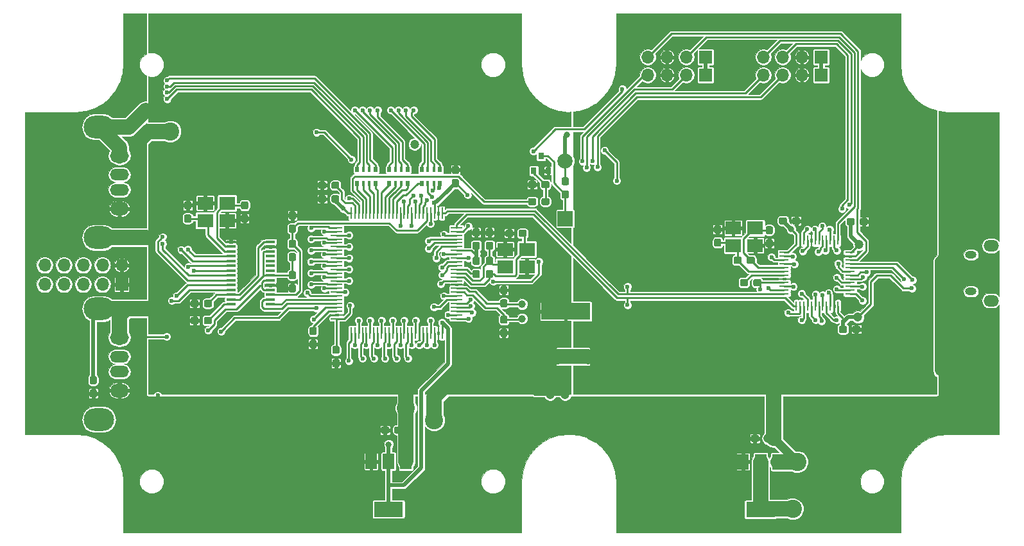
<source format=gbr>
G04 #@! TF.GenerationSoftware,KiCad,Pcbnew,(5.0.1)*
G04 #@! TF.CreationDate,2018-11-29T17:22:57+09:00*
G04 #@! TF.ProjectId,securehid,7365637572656869642E6B696361645F,rev?*
G04 #@! TF.SameCoordinates,Original*
G04 #@! TF.FileFunction,Copper,L1,Top,Signal*
G04 #@! TF.FilePolarity,Positive*
%FSLAX46Y46*%
G04 Gerber Fmt 4.6, Leading zero omitted, Abs format (unit mm)*
G04 Created by KiCad (PCBNEW (5.0.1)) date Thu Nov 29 17:22:57 2018*
%MOMM*%
%LPD*%
G01*
G04 APERTURE LIST*
G04 #@! TA.AperFunction,EtchedComponent*
%ADD10C,0.100000*%
G04 #@! TD*
G04 #@! TA.AperFunction,ComponentPad*
%ADD11O,2.000000X1.500000*%
G04 #@! TD*
G04 #@! TA.AperFunction,ComponentPad*
%ADD12O,1.500000X1.000000*%
G04 #@! TD*
G04 #@! TA.AperFunction,ComponentPad*
%ADD13O,4.000000X3.000000*%
G04 #@! TD*
G04 #@! TA.AperFunction,ComponentPad*
%ADD14O,2.500000X1.800000*%
G04 #@! TD*
G04 #@! TA.AperFunction,ComponentPad*
%ADD15O,2.500000X1.500000*%
G04 #@! TD*
G04 #@! TA.AperFunction,Conductor*
%ADD16C,0.100000*%
G04 #@! TD*
G04 #@! TA.AperFunction,SMDPad,CuDef*
%ADD17C,0.950000*%
G04 #@! TD*
G04 #@! TA.AperFunction,ComponentPad*
%ADD18O,1.700000X1.700000*%
G04 #@! TD*
G04 #@! TA.AperFunction,ComponentPad*
%ADD19R,1.700000X1.700000*%
G04 #@! TD*
G04 #@! TA.AperFunction,ComponentPad*
%ADD20R,2.000000X2.000000*%
G04 #@! TD*
G04 #@! TA.AperFunction,ComponentPad*
%ADD21C,2.000000*%
G04 #@! TD*
G04 #@! TA.AperFunction,SMDPad,CuDef*
%ADD22R,0.800000X0.900000*%
G04 #@! TD*
G04 #@! TA.AperFunction,SMDPad,CuDef*
%ADD23R,0.500000X0.800000*%
G04 #@! TD*
G04 #@! TA.AperFunction,SMDPad,CuDef*
%ADD24R,0.400000X0.800000*%
G04 #@! TD*
G04 #@! TA.AperFunction,SMDPad,CuDef*
%ADD25R,3.800000X2.000000*%
G04 #@! TD*
G04 #@! TA.AperFunction,SMDPad,CuDef*
%ADD26R,1.500000X2.000000*%
G04 #@! TD*
G04 #@! TA.AperFunction,SMDPad,CuDef*
%ADD27R,1.300000X0.250000*%
G04 #@! TD*
G04 #@! TA.AperFunction,SMDPad,CuDef*
%ADD28R,0.250000X1.300000*%
G04 #@! TD*
G04 #@! TA.AperFunction,SMDPad,CuDef*
%ADD29R,1.500000X0.280000*%
G04 #@! TD*
G04 #@! TA.AperFunction,SMDPad,CuDef*
%ADD30R,0.280000X1.500000*%
G04 #@! TD*
G04 #@! TA.AperFunction,SMDPad,CuDef*
%ADD31R,1.200000X0.400000*%
G04 #@! TD*
G04 #@! TA.AperFunction,Conductor*
%ADD32C,2.000000*%
G04 #@! TD*
G04 #@! TA.AperFunction,SMDPad,CuDef*
%ADD33R,2.100000X1.800000*%
G04 #@! TD*
G04 #@! TA.AperFunction,ComponentPad*
%ADD34C,1.000000*%
G04 #@! TD*
G04 #@! TA.AperFunction,SMDPad,CuDef*
%ADD35R,6.500000X2.200000*%
G04 #@! TD*
G04 #@! TA.AperFunction,ViaPad*
%ADD36C,1.200000*%
G04 #@! TD*
G04 #@! TA.AperFunction,ViaPad*
%ADD37C,0.600000*%
G04 #@! TD*
G04 #@! TA.AperFunction,ViaPad*
%ADD38C,2.400000*%
G04 #@! TD*
G04 #@! TA.AperFunction,ViaPad*
%ADD39C,0.800000*%
G04 #@! TD*
G04 #@! TA.AperFunction,Conductor*
%ADD40C,0.250000*%
G04 #@! TD*
G04 #@! TA.AperFunction,Conductor*
%ADD41C,0.500000*%
G04 #@! TD*
G04 #@! TA.AperFunction,Conductor*
%ADD42C,2.000000*%
G04 #@! TD*
G04 #@! TA.AperFunction,Conductor*
%ADD43C,1.200000*%
G04 #@! TD*
G04 APERTURE END LIST*
D10*
G04 #@! TO.C,R26*
G36*
X105000000Y-91000000D02*
X109000000Y-91000000D01*
X109000000Y-93000000D01*
X105000000Y-93000000D01*
X105000000Y-91000000D01*
G37*
G04 #@! TD*
D11*
G04 #@! TO.P,J1,6*
G04 #@! TO.N,GND*
X162150000Y-77375000D03*
D12*
X159500000Y-78575000D03*
X159500000Y-83425000D03*
D11*
X162150000Y-84625000D03*
G04 #@! TD*
D13*
G04 #@! TO.P,J8,5*
G04 #@! TO.N,GND*
X44500000Y-76300000D03*
X44500000Y-61700000D03*
D14*
G04 #@! TO.P,J8,1*
G04 #@! TO.N,VBUS*
X47210000Y-72500000D03*
G04 #@! TO.P,J8,4*
G04 #@! TO.N,GND*
X47210000Y-65500000D03*
D15*
G04 #@! TO.P,J8,3*
G04 #@! TO.N,Net-(J8-Pad3)*
X47210000Y-68000000D03*
G04 #@! TO.P,J8,2*
G04 #@! TO.N,Net-(J8-Pad2)*
X47210000Y-70000000D03*
G04 #@! TD*
D16*
G04 #@! TO.N,GND*
G04 #@! TO.C,C1*
G36*
X74235779Y-70726144D02*
X74258834Y-70729563D01*
X74281443Y-70735227D01*
X74303387Y-70743079D01*
X74324457Y-70753044D01*
X74344448Y-70765026D01*
X74363168Y-70778910D01*
X74380438Y-70794562D01*
X74396090Y-70811832D01*
X74409974Y-70830552D01*
X74421956Y-70850543D01*
X74431921Y-70871613D01*
X74439773Y-70893557D01*
X74445437Y-70916166D01*
X74448856Y-70939221D01*
X74450000Y-70962500D01*
X74450000Y-71437500D01*
X74448856Y-71460779D01*
X74445437Y-71483834D01*
X74439773Y-71506443D01*
X74431921Y-71528387D01*
X74421956Y-71549457D01*
X74409974Y-71569448D01*
X74396090Y-71588168D01*
X74380438Y-71605438D01*
X74363168Y-71621090D01*
X74344448Y-71634974D01*
X74324457Y-71646956D01*
X74303387Y-71656921D01*
X74281443Y-71664773D01*
X74258834Y-71670437D01*
X74235779Y-71673856D01*
X74212500Y-71675000D01*
X73637500Y-71675000D01*
X73614221Y-71673856D01*
X73591166Y-71670437D01*
X73568557Y-71664773D01*
X73546613Y-71656921D01*
X73525543Y-71646956D01*
X73505552Y-71634974D01*
X73486832Y-71621090D01*
X73469562Y-71605438D01*
X73453910Y-71588168D01*
X73440026Y-71569448D01*
X73428044Y-71549457D01*
X73418079Y-71528387D01*
X73410227Y-71506443D01*
X73404563Y-71483834D01*
X73401144Y-71460779D01*
X73400000Y-71437500D01*
X73400000Y-70962500D01*
X73401144Y-70939221D01*
X73404563Y-70916166D01*
X73410227Y-70893557D01*
X73418079Y-70871613D01*
X73428044Y-70850543D01*
X73440026Y-70830552D01*
X73453910Y-70811832D01*
X73469562Y-70794562D01*
X73486832Y-70778910D01*
X73505552Y-70765026D01*
X73525543Y-70753044D01*
X73546613Y-70743079D01*
X73568557Y-70735227D01*
X73591166Y-70729563D01*
X73614221Y-70726144D01*
X73637500Y-70725000D01*
X74212500Y-70725000D01*
X74235779Y-70726144D01*
X74235779Y-70726144D01*
G37*
D17*
G04 #@! TD*
G04 #@! TO.P,C1,2*
G04 #@! TO.N,GND*
X73925000Y-71200000D03*
D16*
G04 #@! TO.N,+3V3*
G04 #@! TO.C,C1*
G36*
X75985779Y-70726144D02*
X76008834Y-70729563D01*
X76031443Y-70735227D01*
X76053387Y-70743079D01*
X76074457Y-70753044D01*
X76094448Y-70765026D01*
X76113168Y-70778910D01*
X76130438Y-70794562D01*
X76146090Y-70811832D01*
X76159974Y-70830552D01*
X76171956Y-70850543D01*
X76181921Y-70871613D01*
X76189773Y-70893557D01*
X76195437Y-70916166D01*
X76198856Y-70939221D01*
X76200000Y-70962500D01*
X76200000Y-71437500D01*
X76198856Y-71460779D01*
X76195437Y-71483834D01*
X76189773Y-71506443D01*
X76181921Y-71528387D01*
X76171956Y-71549457D01*
X76159974Y-71569448D01*
X76146090Y-71588168D01*
X76130438Y-71605438D01*
X76113168Y-71621090D01*
X76094448Y-71634974D01*
X76074457Y-71646956D01*
X76053387Y-71656921D01*
X76031443Y-71664773D01*
X76008834Y-71670437D01*
X75985779Y-71673856D01*
X75962500Y-71675000D01*
X75387500Y-71675000D01*
X75364221Y-71673856D01*
X75341166Y-71670437D01*
X75318557Y-71664773D01*
X75296613Y-71656921D01*
X75275543Y-71646956D01*
X75255552Y-71634974D01*
X75236832Y-71621090D01*
X75219562Y-71605438D01*
X75203910Y-71588168D01*
X75190026Y-71569448D01*
X75178044Y-71549457D01*
X75168079Y-71528387D01*
X75160227Y-71506443D01*
X75154563Y-71483834D01*
X75151144Y-71460779D01*
X75150000Y-71437500D01*
X75150000Y-70962500D01*
X75151144Y-70939221D01*
X75154563Y-70916166D01*
X75160227Y-70893557D01*
X75168079Y-70871613D01*
X75178044Y-70850543D01*
X75190026Y-70830552D01*
X75203910Y-70811832D01*
X75219562Y-70794562D01*
X75236832Y-70778910D01*
X75255552Y-70765026D01*
X75275543Y-70753044D01*
X75296613Y-70743079D01*
X75318557Y-70735227D01*
X75341166Y-70729563D01*
X75364221Y-70726144D01*
X75387500Y-70725000D01*
X75962500Y-70725000D01*
X75985779Y-70726144D01*
X75985779Y-70726144D01*
G37*
D17*
G04 #@! TD*
G04 #@! TO.P,C1,1*
G04 #@! TO.N,+3V3*
X75675000Y-71200000D03*
D16*
G04 #@! TO.N,+3V3*
G04 #@! TO.C,C2*
G36*
X91760779Y-68601144D02*
X91783834Y-68604563D01*
X91806443Y-68610227D01*
X91828387Y-68618079D01*
X91849457Y-68628044D01*
X91869448Y-68640026D01*
X91888168Y-68653910D01*
X91905438Y-68669562D01*
X91921090Y-68686832D01*
X91934974Y-68705552D01*
X91946956Y-68725543D01*
X91956921Y-68746613D01*
X91964773Y-68768557D01*
X91970437Y-68791166D01*
X91973856Y-68814221D01*
X91975000Y-68837500D01*
X91975000Y-69412500D01*
X91973856Y-69435779D01*
X91970437Y-69458834D01*
X91964773Y-69481443D01*
X91956921Y-69503387D01*
X91946956Y-69524457D01*
X91934974Y-69544448D01*
X91921090Y-69563168D01*
X91905438Y-69580438D01*
X91888168Y-69596090D01*
X91869448Y-69609974D01*
X91849457Y-69621956D01*
X91828387Y-69631921D01*
X91806443Y-69639773D01*
X91783834Y-69645437D01*
X91760779Y-69648856D01*
X91737500Y-69650000D01*
X91262500Y-69650000D01*
X91239221Y-69648856D01*
X91216166Y-69645437D01*
X91193557Y-69639773D01*
X91171613Y-69631921D01*
X91150543Y-69621956D01*
X91130552Y-69609974D01*
X91111832Y-69596090D01*
X91094562Y-69580438D01*
X91078910Y-69563168D01*
X91065026Y-69544448D01*
X91053044Y-69524457D01*
X91043079Y-69503387D01*
X91035227Y-69481443D01*
X91029563Y-69458834D01*
X91026144Y-69435779D01*
X91025000Y-69412500D01*
X91025000Y-68837500D01*
X91026144Y-68814221D01*
X91029563Y-68791166D01*
X91035227Y-68768557D01*
X91043079Y-68746613D01*
X91053044Y-68725543D01*
X91065026Y-68705552D01*
X91078910Y-68686832D01*
X91094562Y-68669562D01*
X91111832Y-68653910D01*
X91130552Y-68640026D01*
X91150543Y-68628044D01*
X91171613Y-68618079D01*
X91193557Y-68610227D01*
X91216166Y-68604563D01*
X91239221Y-68601144D01*
X91262500Y-68600000D01*
X91737500Y-68600000D01*
X91760779Y-68601144D01*
X91760779Y-68601144D01*
G37*
D17*
G04 #@! TD*
G04 #@! TO.P,C2,1*
G04 #@! TO.N,+3V3*
X91500000Y-69125000D03*
D16*
G04 #@! TO.N,GND*
G04 #@! TO.C,C2*
G36*
X91760779Y-66851144D02*
X91783834Y-66854563D01*
X91806443Y-66860227D01*
X91828387Y-66868079D01*
X91849457Y-66878044D01*
X91869448Y-66890026D01*
X91888168Y-66903910D01*
X91905438Y-66919562D01*
X91921090Y-66936832D01*
X91934974Y-66955552D01*
X91946956Y-66975543D01*
X91956921Y-66996613D01*
X91964773Y-67018557D01*
X91970437Y-67041166D01*
X91973856Y-67064221D01*
X91975000Y-67087500D01*
X91975000Y-67662500D01*
X91973856Y-67685779D01*
X91970437Y-67708834D01*
X91964773Y-67731443D01*
X91956921Y-67753387D01*
X91946956Y-67774457D01*
X91934974Y-67794448D01*
X91921090Y-67813168D01*
X91905438Y-67830438D01*
X91888168Y-67846090D01*
X91869448Y-67859974D01*
X91849457Y-67871956D01*
X91828387Y-67881921D01*
X91806443Y-67889773D01*
X91783834Y-67895437D01*
X91760779Y-67898856D01*
X91737500Y-67900000D01*
X91262500Y-67900000D01*
X91239221Y-67898856D01*
X91216166Y-67895437D01*
X91193557Y-67889773D01*
X91171613Y-67881921D01*
X91150543Y-67871956D01*
X91130552Y-67859974D01*
X91111832Y-67846090D01*
X91094562Y-67830438D01*
X91078910Y-67813168D01*
X91065026Y-67794448D01*
X91053044Y-67774457D01*
X91043079Y-67753387D01*
X91035227Y-67731443D01*
X91029563Y-67708834D01*
X91026144Y-67685779D01*
X91025000Y-67662500D01*
X91025000Y-67087500D01*
X91026144Y-67064221D01*
X91029563Y-67041166D01*
X91035227Y-67018557D01*
X91043079Y-66996613D01*
X91053044Y-66975543D01*
X91065026Y-66955552D01*
X91078910Y-66936832D01*
X91094562Y-66919562D01*
X91111832Y-66903910D01*
X91130552Y-66890026D01*
X91150543Y-66878044D01*
X91171613Y-66868079D01*
X91193557Y-66860227D01*
X91216166Y-66854563D01*
X91239221Y-66851144D01*
X91262500Y-66850000D01*
X91737500Y-66850000D01*
X91760779Y-66851144D01*
X91760779Y-66851144D01*
G37*
D17*
G04 #@! TD*
G04 #@! TO.P,C2,2*
G04 #@! TO.N,GND*
X91500000Y-67375000D03*
D16*
G04 #@! TO.N,GND*
G04 #@! TO.C,C4*
G36*
X76010779Y-92351144D02*
X76033834Y-92354563D01*
X76056443Y-92360227D01*
X76078387Y-92368079D01*
X76099457Y-92378044D01*
X76119448Y-92390026D01*
X76138168Y-92403910D01*
X76155438Y-92419562D01*
X76171090Y-92436832D01*
X76184974Y-92455552D01*
X76196956Y-92475543D01*
X76206921Y-92496613D01*
X76214773Y-92518557D01*
X76220437Y-92541166D01*
X76223856Y-92564221D01*
X76225000Y-92587500D01*
X76225000Y-93162500D01*
X76223856Y-93185779D01*
X76220437Y-93208834D01*
X76214773Y-93231443D01*
X76206921Y-93253387D01*
X76196956Y-93274457D01*
X76184974Y-93294448D01*
X76171090Y-93313168D01*
X76155438Y-93330438D01*
X76138168Y-93346090D01*
X76119448Y-93359974D01*
X76099457Y-93371956D01*
X76078387Y-93381921D01*
X76056443Y-93389773D01*
X76033834Y-93395437D01*
X76010779Y-93398856D01*
X75987500Y-93400000D01*
X75512500Y-93400000D01*
X75489221Y-93398856D01*
X75466166Y-93395437D01*
X75443557Y-93389773D01*
X75421613Y-93381921D01*
X75400543Y-93371956D01*
X75380552Y-93359974D01*
X75361832Y-93346090D01*
X75344562Y-93330438D01*
X75328910Y-93313168D01*
X75315026Y-93294448D01*
X75303044Y-93274457D01*
X75293079Y-93253387D01*
X75285227Y-93231443D01*
X75279563Y-93208834D01*
X75276144Y-93185779D01*
X75275000Y-93162500D01*
X75275000Y-92587500D01*
X75276144Y-92564221D01*
X75279563Y-92541166D01*
X75285227Y-92518557D01*
X75293079Y-92496613D01*
X75303044Y-92475543D01*
X75315026Y-92455552D01*
X75328910Y-92436832D01*
X75344562Y-92419562D01*
X75361832Y-92403910D01*
X75380552Y-92390026D01*
X75400543Y-92378044D01*
X75421613Y-92368079D01*
X75443557Y-92360227D01*
X75466166Y-92354563D01*
X75489221Y-92351144D01*
X75512500Y-92350000D01*
X75987500Y-92350000D01*
X76010779Y-92351144D01*
X76010779Y-92351144D01*
G37*
D17*
G04 #@! TD*
G04 #@! TO.P,C4,2*
G04 #@! TO.N,GND*
X75750000Y-92875000D03*
D16*
G04 #@! TO.N,+3V3*
G04 #@! TO.C,C4*
G36*
X76010779Y-90601144D02*
X76033834Y-90604563D01*
X76056443Y-90610227D01*
X76078387Y-90618079D01*
X76099457Y-90628044D01*
X76119448Y-90640026D01*
X76138168Y-90653910D01*
X76155438Y-90669562D01*
X76171090Y-90686832D01*
X76184974Y-90705552D01*
X76196956Y-90725543D01*
X76206921Y-90746613D01*
X76214773Y-90768557D01*
X76220437Y-90791166D01*
X76223856Y-90814221D01*
X76225000Y-90837500D01*
X76225000Y-91412500D01*
X76223856Y-91435779D01*
X76220437Y-91458834D01*
X76214773Y-91481443D01*
X76206921Y-91503387D01*
X76196956Y-91524457D01*
X76184974Y-91544448D01*
X76171090Y-91563168D01*
X76155438Y-91580438D01*
X76138168Y-91596090D01*
X76119448Y-91609974D01*
X76099457Y-91621956D01*
X76078387Y-91631921D01*
X76056443Y-91639773D01*
X76033834Y-91645437D01*
X76010779Y-91648856D01*
X75987500Y-91650000D01*
X75512500Y-91650000D01*
X75489221Y-91648856D01*
X75466166Y-91645437D01*
X75443557Y-91639773D01*
X75421613Y-91631921D01*
X75400543Y-91621956D01*
X75380552Y-91609974D01*
X75361832Y-91596090D01*
X75344562Y-91580438D01*
X75328910Y-91563168D01*
X75315026Y-91544448D01*
X75303044Y-91524457D01*
X75293079Y-91503387D01*
X75285227Y-91481443D01*
X75279563Y-91458834D01*
X75276144Y-91435779D01*
X75275000Y-91412500D01*
X75275000Y-90837500D01*
X75276144Y-90814221D01*
X75279563Y-90791166D01*
X75285227Y-90768557D01*
X75293079Y-90746613D01*
X75303044Y-90725543D01*
X75315026Y-90705552D01*
X75328910Y-90686832D01*
X75344562Y-90669562D01*
X75361832Y-90653910D01*
X75380552Y-90640026D01*
X75400543Y-90628044D01*
X75421613Y-90618079D01*
X75443557Y-90610227D01*
X75466166Y-90604563D01*
X75489221Y-90601144D01*
X75512500Y-90600000D01*
X75987500Y-90600000D01*
X76010779Y-90601144D01*
X76010779Y-90601144D01*
G37*
D17*
G04 #@! TD*
G04 #@! TO.P,C4,1*
G04 #@! TO.N,+3V3*
X75750000Y-91125000D03*
D16*
G04 #@! TO.N,GND*
G04 #@! TO.C,C11*
G36*
X94510779Y-75101144D02*
X94533834Y-75104563D01*
X94556443Y-75110227D01*
X94578387Y-75118079D01*
X94599457Y-75128044D01*
X94619448Y-75140026D01*
X94638168Y-75153910D01*
X94655438Y-75169562D01*
X94671090Y-75186832D01*
X94684974Y-75205552D01*
X94696956Y-75225543D01*
X94706921Y-75246613D01*
X94714773Y-75268557D01*
X94720437Y-75291166D01*
X94723856Y-75314221D01*
X94725000Y-75337500D01*
X94725000Y-75912500D01*
X94723856Y-75935779D01*
X94720437Y-75958834D01*
X94714773Y-75981443D01*
X94706921Y-76003387D01*
X94696956Y-76024457D01*
X94684974Y-76044448D01*
X94671090Y-76063168D01*
X94655438Y-76080438D01*
X94638168Y-76096090D01*
X94619448Y-76109974D01*
X94599457Y-76121956D01*
X94578387Y-76131921D01*
X94556443Y-76139773D01*
X94533834Y-76145437D01*
X94510779Y-76148856D01*
X94487500Y-76150000D01*
X94012500Y-76150000D01*
X93989221Y-76148856D01*
X93966166Y-76145437D01*
X93943557Y-76139773D01*
X93921613Y-76131921D01*
X93900543Y-76121956D01*
X93880552Y-76109974D01*
X93861832Y-76096090D01*
X93844562Y-76080438D01*
X93828910Y-76063168D01*
X93815026Y-76044448D01*
X93803044Y-76024457D01*
X93793079Y-76003387D01*
X93785227Y-75981443D01*
X93779563Y-75958834D01*
X93776144Y-75935779D01*
X93775000Y-75912500D01*
X93775000Y-75337500D01*
X93776144Y-75314221D01*
X93779563Y-75291166D01*
X93785227Y-75268557D01*
X93793079Y-75246613D01*
X93803044Y-75225543D01*
X93815026Y-75205552D01*
X93828910Y-75186832D01*
X93844562Y-75169562D01*
X93861832Y-75153910D01*
X93880552Y-75140026D01*
X93900543Y-75128044D01*
X93921613Y-75118079D01*
X93943557Y-75110227D01*
X93966166Y-75104563D01*
X93989221Y-75101144D01*
X94012500Y-75100000D01*
X94487500Y-75100000D01*
X94510779Y-75101144D01*
X94510779Y-75101144D01*
G37*
D17*
G04 #@! TD*
G04 #@! TO.P,C11,2*
G04 #@! TO.N,GND*
X94250000Y-75625000D03*
D16*
G04 #@! TO.N,+3V3*
G04 #@! TO.C,C11*
G36*
X94510779Y-76851144D02*
X94533834Y-76854563D01*
X94556443Y-76860227D01*
X94578387Y-76868079D01*
X94599457Y-76878044D01*
X94619448Y-76890026D01*
X94638168Y-76903910D01*
X94655438Y-76919562D01*
X94671090Y-76936832D01*
X94684974Y-76955552D01*
X94696956Y-76975543D01*
X94706921Y-76996613D01*
X94714773Y-77018557D01*
X94720437Y-77041166D01*
X94723856Y-77064221D01*
X94725000Y-77087500D01*
X94725000Y-77662500D01*
X94723856Y-77685779D01*
X94720437Y-77708834D01*
X94714773Y-77731443D01*
X94706921Y-77753387D01*
X94696956Y-77774457D01*
X94684974Y-77794448D01*
X94671090Y-77813168D01*
X94655438Y-77830438D01*
X94638168Y-77846090D01*
X94619448Y-77859974D01*
X94599457Y-77871956D01*
X94578387Y-77881921D01*
X94556443Y-77889773D01*
X94533834Y-77895437D01*
X94510779Y-77898856D01*
X94487500Y-77900000D01*
X94012500Y-77900000D01*
X93989221Y-77898856D01*
X93966166Y-77895437D01*
X93943557Y-77889773D01*
X93921613Y-77881921D01*
X93900543Y-77871956D01*
X93880552Y-77859974D01*
X93861832Y-77846090D01*
X93844562Y-77830438D01*
X93828910Y-77813168D01*
X93815026Y-77794448D01*
X93803044Y-77774457D01*
X93793079Y-77753387D01*
X93785227Y-77731443D01*
X93779563Y-77708834D01*
X93776144Y-77685779D01*
X93775000Y-77662500D01*
X93775000Y-77087500D01*
X93776144Y-77064221D01*
X93779563Y-77041166D01*
X93785227Y-77018557D01*
X93793079Y-76996613D01*
X93803044Y-76975543D01*
X93815026Y-76955552D01*
X93828910Y-76936832D01*
X93844562Y-76919562D01*
X93861832Y-76903910D01*
X93880552Y-76890026D01*
X93900543Y-76878044D01*
X93921613Y-76868079D01*
X93943557Y-76860227D01*
X93966166Y-76854563D01*
X93989221Y-76851144D01*
X94012500Y-76850000D01*
X94487500Y-76850000D01*
X94510779Y-76851144D01*
X94510779Y-76851144D01*
G37*
D17*
G04 #@! TD*
G04 #@! TO.P,C11,1*
G04 #@! TO.N,+3V3*
X94250000Y-77375000D03*
D16*
G04 #@! TO.N,Net-(C13-Pad2)*
G04 #@! TO.C,C13*
G36*
X133160779Y-74801144D02*
X133183834Y-74804563D01*
X133206443Y-74810227D01*
X133228387Y-74818079D01*
X133249457Y-74828044D01*
X133269448Y-74840026D01*
X133288168Y-74853910D01*
X133305438Y-74869562D01*
X133321090Y-74886832D01*
X133334974Y-74905552D01*
X133346956Y-74925543D01*
X133356921Y-74946613D01*
X133364773Y-74968557D01*
X133370437Y-74991166D01*
X133373856Y-75014221D01*
X133375000Y-75037500D01*
X133375000Y-75612500D01*
X133373856Y-75635779D01*
X133370437Y-75658834D01*
X133364773Y-75681443D01*
X133356921Y-75703387D01*
X133346956Y-75724457D01*
X133334974Y-75744448D01*
X133321090Y-75763168D01*
X133305438Y-75780438D01*
X133288168Y-75796090D01*
X133269448Y-75809974D01*
X133249457Y-75821956D01*
X133228387Y-75831921D01*
X133206443Y-75839773D01*
X133183834Y-75845437D01*
X133160779Y-75848856D01*
X133137500Y-75850000D01*
X132662500Y-75850000D01*
X132639221Y-75848856D01*
X132616166Y-75845437D01*
X132593557Y-75839773D01*
X132571613Y-75831921D01*
X132550543Y-75821956D01*
X132530552Y-75809974D01*
X132511832Y-75796090D01*
X132494562Y-75780438D01*
X132478910Y-75763168D01*
X132465026Y-75744448D01*
X132453044Y-75724457D01*
X132443079Y-75703387D01*
X132435227Y-75681443D01*
X132429563Y-75658834D01*
X132426144Y-75635779D01*
X132425000Y-75612500D01*
X132425000Y-75037500D01*
X132426144Y-75014221D01*
X132429563Y-74991166D01*
X132435227Y-74968557D01*
X132443079Y-74946613D01*
X132453044Y-74925543D01*
X132465026Y-74905552D01*
X132478910Y-74886832D01*
X132494562Y-74869562D01*
X132511832Y-74853910D01*
X132530552Y-74840026D01*
X132550543Y-74828044D01*
X132571613Y-74818079D01*
X132593557Y-74810227D01*
X132616166Y-74804563D01*
X132639221Y-74801144D01*
X132662500Y-74800000D01*
X133137500Y-74800000D01*
X133160779Y-74801144D01*
X133160779Y-74801144D01*
G37*
D17*
G04 #@! TD*
G04 #@! TO.P,C13,2*
G04 #@! TO.N,Net-(C13-Pad2)*
X132900000Y-75325000D03*
D16*
G04 #@! TO.N,GNDA*
G04 #@! TO.C,C13*
G36*
X133160779Y-76551144D02*
X133183834Y-76554563D01*
X133206443Y-76560227D01*
X133228387Y-76568079D01*
X133249457Y-76578044D01*
X133269448Y-76590026D01*
X133288168Y-76603910D01*
X133305438Y-76619562D01*
X133321090Y-76636832D01*
X133334974Y-76655552D01*
X133346956Y-76675543D01*
X133356921Y-76696613D01*
X133364773Y-76718557D01*
X133370437Y-76741166D01*
X133373856Y-76764221D01*
X133375000Y-76787500D01*
X133375000Y-77362500D01*
X133373856Y-77385779D01*
X133370437Y-77408834D01*
X133364773Y-77431443D01*
X133356921Y-77453387D01*
X133346956Y-77474457D01*
X133334974Y-77494448D01*
X133321090Y-77513168D01*
X133305438Y-77530438D01*
X133288168Y-77546090D01*
X133269448Y-77559974D01*
X133249457Y-77571956D01*
X133228387Y-77581921D01*
X133206443Y-77589773D01*
X133183834Y-77595437D01*
X133160779Y-77598856D01*
X133137500Y-77600000D01*
X132662500Y-77600000D01*
X132639221Y-77598856D01*
X132616166Y-77595437D01*
X132593557Y-77589773D01*
X132571613Y-77581921D01*
X132550543Y-77571956D01*
X132530552Y-77559974D01*
X132511832Y-77546090D01*
X132494562Y-77530438D01*
X132478910Y-77513168D01*
X132465026Y-77494448D01*
X132453044Y-77474457D01*
X132443079Y-77453387D01*
X132435227Y-77431443D01*
X132429563Y-77408834D01*
X132426144Y-77385779D01*
X132425000Y-77362500D01*
X132425000Y-76787500D01*
X132426144Y-76764221D01*
X132429563Y-76741166D01*
X132435227Y-76718557D01*
X132443079Y-76696613D01*
X132453044Y-76675543D01*
X132465026Y-76655552D01*
X132478910Y-76636832D01*
X132494562Y-76619562D01*
X132511832Y-76603910D01*
X132530552Y-76590026D01*
X132550543Y-76578044D01*
X132571613Y-76568079D01*
X132593557Y-76560227D01*
X132616166Y-76554563D01*
X132639221Y-76551144D01*
X132662500Y-76550000D01*
X133137500Y-76550000D01*
X133160779Y-76551144D01*
X133160779Y-76551144D01*
G37*
D17*
G04 #@! TD*
G04 #@! TO.P,C13,1*
G04 #@! TO.N,GNDA*
X132900000Y-77075000D03*
D16*
G04 #@! TO.N,Net-(C14-Pad1)*
G04 #@! TO.C,C14*
G36*
X75985779Y-68926144D02*
X76008834Y-68929563D01*
X76031443Y-68935227D01*
X76053387Y-68943079D01*
X76074457Y-68953044D01*
X76094448Y-68965026D01*
X76113168Y-68978910D01*
X76130438Y-68994562D01*
X76146090Y-69011832D01*
X76159974Y-69030552D01*
X76171956Y-69050543D01*
X76181921Y-69071613D01*
X76189773Y-69093557D01*
X76195437Y-69116166D01*
X76198856Y-69139221D01*
X76200000Y-69162500D01*
X76200000Y-69637500D01*
X76198856Y-69660779D01*
X76195437Y-69683834D01*
X76189773Y-69706443D01*
X76181921Y-69728387D01*
X76171956Y-69749457D01*
X76159974Y-69769448D01*
X76146090Y-69788168D01*
X76130438Y-69805438D01*
X76113168Y-69821090D01*
X76094448Y-69834974D01*
X76074457Y-69846956D01*
X76053387Y-69856921D01*
X76031443Y-69864773D01*
X76008834Y-69870437D01*
X75985779Y-69873856D01*
X75962500Y-69875000D01*
X75387500Y-69875000D01*
X75364221Y-69873856D01*
X75341166Y-69870437D01*
X75318557Y-69864773D01*
X75296613Y-69856921D01*
X75275543Y-69846956D01*
X75255552Y-69834974D01*
X75236832Y-69821090D01*
X75219562Y-69805438D01*
X75203910Y-69788168D01*
X75190026Y-69769448D01*
X75178044Y-69749457D01*
X75168079Y-69728387D01*
X75160227Y-69706443D01*
X75154563Y-69683834D01*
X75151144Y-69660779D01*
X75150000Y-69637500D01*
X75150000Y-69162500D01*
X75151144Y-69139221D01*
X75154563Y-69116166D01*
X75160227Y-69093557D01*
X75168079Y-69071613D01*
X75178044Y-69050543D01*
X75190026Y-69030552D01*
X75203910Y-69011832D01*
X75219562Y-68994562D01*
X75236832Y-68978910D01*
X75255552Y-68965026D01*
X75275543Y-68953044D01*
X75296613Y-68943079D01*
X75318557Y-68935227D01*
X75341166Y-68929563D01*
X75364221Y-68926144D01*
X75387500Y-68925000D01*
X75962500Y-68925000D01*
X75985779Y-68926144D01*
X75985779Y-68926144D01*
G37*
D17*
G04 #@! TD*
G04 #@! TO.P,C14,1*
G04 #@! TO.N,Net-(C14-Pad1)*
X75675000Y-69400000D03*
D16*
G04 #@! TO.N,GND*
G04 #@! TO.C,C14*
G36*
X74235779Y-68926144D02*
X74258834Y-68929563D01*
X74281443Y-68935227D01*
X74303387Y-68943079D01*
X74324457Y-68953044D01*
X74344448Y-68965026D01*
X74363168Y-68978910D01*
X74380438Y-68994562D01*
X74396090Y-69011832D01*
X74409974Y-69030552D01*
X74421956Y-69050543D01*
X74431921Y-69071613D01*
X74439773Y-69093557D01*
X74445437Y-69116166D01*
X74448856Y-69139221D01*
X74450000Y-69162500D01*
X74450000Y-69637500D01*
X74448856Y-69660779D01*
X74445437Y-69683834D01*
X74439773Y-69706443D01*
X74431921Y-69728387D01*
X74421956Y-69749457D01*
X74409974Y-69769448D01*
X74396090Y-69788168D01*
X74380438Y-69805438D01*
X74363168Y-69821090D01*
X74344448Y-69834974D01*
X74324457Y-69846956D01*
X74303387Y-69856921D01*
X74281443Y-69864773D01*
X74258834Y-69870437D01*
X74235779Y-69873856D01*
X74212500Y-69875000D01*
X73637500Y-69875000D01*
X73614221Y-69873856D01*
X73591166Y-69870437D01*
X73568557Y-69864773D01*
X73546613Y-69856921D01*
X73525543Y-69846956D01*
X73505552Y-69834974D01*
X73486832Y-69821090D01*
X73469562Y-69805438D01*
X73453910Y-69788168D01*
X73440026Y-69769448D01*
X73428044Y-69749457D01*
X73418079Y-69728387D01*
X73410227Y-69706443D01*
X73404563Y-69683834D01*
X73401144Y-69660779D01*
X73400000Y-69637500D01*
X73400000Y-69162500D01*
X73401144Y-69139221D01*
X73404563Y-69116166D01*
X73410227Y-69093557D01*
X73418079Y-69071613D01*
X73428044Y-69050543D01*
X73440026Y-69030552D01*
X73453910Y-69011832D01*
X73469562Y-68994562D01*
X73486832Y-68978910D01*
X73505552Y-68965026D01*
X73525543Y-68953044D01*
X73546613Y-68943079D01*
X73568557Y-68935227D01*
X73591166Y-68929563D01*
X73614221Y-68926144D01*
X73637500Y-68925000D01*
X74212500Y-68925000D01*
X74235779Y-68926144D01*
X74235779Y-68926144D01*
G37*
D17*
G04 #@! TD*
G04 #@! TO.P,C14,2*
G04 #@! TO.N,GND*
X73925000Y-69400000D03*
D16*
G04 #@! TO.N,GND*
G04 #@! TO.C,C15*
G36*
X73010779Y-89851144D02*
X73033834Y-89854563D01*
X73056443Y-89860227D01*
X73078387Y-89868079D01*
X73099457Y-89878044D01*
X73119448Y-89890026D01*
X73138168Y-89903910D01*
X73155438Y-89919562D01*
X73171090Y-89936832D01*
X73184974Y-89955552D01*
X73196956Y-89975543D01*
X73206921Y-89996613D01*
X73214773Y-90018557D01*
X73220437Y-90041166D01*
X73223856Y-90064221D01*
X73225000Y-90087500D01*
X73225000Y-90662500D01*
X73223856Y-90685779D01*
X73220437Y-90708834D01*
X73214773Y-90731443D01*
X73206921Y-90753387D01*
X73196956Y-90774457D01*
X73184974Y-90794448D01*
X73171090Y-90813168D01*
X73155438Y-90830438D01*
X73138168Y-90846090D01*
X73119448Y-90859974D01*
X73099457Y-90871956D01*
X73078387Y-90881921D01*
X73056443Y-90889773D01*
X73033834Y-90895437D01*
X73010779Y-90898856D01*
X72987500Y-90900000D01*
X72512500Y-90900000D01*
X72489221Y-90898856D01*
X72466166Y-90895437D01*
X72443557Y-90889773D01*
X72421613Y-90881921D01*
X72400543Y-90871956D01*
X72380552Y-90859974D01*
X72361832Y-90846090D01*
X72344562Y-90830438D01*
X72328910Y-90813168D01*
X72315026Y-90794448D01*
X72303044Y-90774457D01*
X72293079Y-90753387D01*
X72285227Y-90731443D01*
X72279563Y-90708834D01*
X72276144Y-90685779D01*
X72275000Y-90662500D01*
X72275000Y-90087500D01*
X72276144Y-90064221D01*
X72279563Y-90041166D01*
X72285227Y-90018557D01*
X72293079Y-89996613D01*
X72303044Y-89975543D01*
X72315026Y-89955552D01*
X72328910Y-89936832D01*
X72344562Y-89919562D01*
X72361832Y-89903910D01*
X72380552Y-89890026D01*
X72400543Y-89878044D01*
X72421613Y-89868079D01*
X72443557Y-89860227D01*
X72466166Y-89854563D01*
X72489221Y-89851144D01*
X72512500Y-89850000D01*
X72987500Y-89850000D01*
X73010779Y-89851144D01*
X73010779Y-89851144D01*
G37*
D17*
G04 #@! TD*
G04 #@! TO.P,C15,2*
G04 #@! TO.N,GND*
X72750000Y-90375000D03*
D16*
G04 #@! TO.N,Net-(C15-Pad1)*
G04 #@! TO.C,C15*
G36*
X73010779Y-88101144D02*
X73033834Y-88104563D01*
X73056443Y-88110227D01*
X73078387Y-88118079D01*
X73099457Y-88128044D01*
X73119448Y-88140026D01*
X73138168Y-88153910D01*
X73155438Y-88169562D01*
X73171090Y-88186832D01*
X73184974Y-88205552D01*
X73196956Y-88225543D01*
X73206921Y-88246613D01*
X73214773Y-88268557D01*
X73220437Y-88291166D01*
X73223856Y-88314221D01*
X73225000Y-88337500D01*
X73225000Y-88912500D01*
X73223856Y-88935779D01*
X73220437Y-88958834D01*
X73214773Y-88981443D01*
X73206921Y-89003387D01*
X73196956Y-89024457D01*
X73184974Y-89044448D01*
X73171090Y-89063168D01*
X73155438Y-89080438D01*
X73138168Y-89096090D01*
X73119448Y-89109974D01*
X73099457Y-89121956D01*
X73078387Y-89131921D01*
X73056443Y-89139773D01*
X73033834Y-89145437D01*
X73010779Y-89148856D01*
X72987500Y-89150000D01*
X72512500Y-89150000D01*
X72489221Y-89148856D01*
X72466166Y-89145437D01*
X72443557Y-89139773D01*
X72421613Y-89131921D01*
X72400543Y-89121956D01*
X72380552Y-89109974D01*
X72361832Y-89096090D01*
X72344562Y-89080438D01*
X72328910Y-89063168D01*
X72315026Y-89044448D01*
X72303044Y-89024457D01*
X72293079Y-89003387D01*
X72285227Y-88981443D01*
X72279563Y-88958834D01*
X72276144Y-88935779D01*
X72275000Y-88912500D01*
X72275000Y-88337500D01*
X72276144Y-88314221D01*
X72279563Y-88291166D01*
X72285227Y-88268557D01*
X72293079Y-88246613D01*
X72303044Y-88225543D01*
X72315026Y-88205552D01*
X72328910Y-88186832D01*
X72344562Y-88169562D01*
X72361832Y-88153910D01*
X72380552Y-88140026D01*
X72400543Y-88128044D01*
X72421613Y-88118079D01*
X72443557Y-88110227D01*
X72466166Y-88104563D01*
X72489221Y-88101144D01*
X72512500Y-88100000D01*
X72987500Y-88100000D01*
X73010779Y-88101144D01*
X73010779Y-88101144D01*
G37*
D17*
G04 #@! TD*
G04 #@! TO.P,C15,1*
G04 #@! TO.N,Net-(C15-Pad1)*
X72750000Y-88625000D03*
D16*
G04 #@! TO.N,GNDA*
G04 #@! TO.C,C16*
G36*
X126360779Y-74701144D02*
X126383834Y-74704563D01*
X126406443Y-74710227D01*
X126428387Y-74718079D01*
X126449457Y-74728044D01*
X126469448Y-74740026D01*
X126488168Y-74753910D01*
X126505438Y-74769562D01*
X126521090Y-74786832D01*
X126534974Y-74805552D01*
X126546956Y-74825543D01*
X126556921Y-74846613D01*
X126564773Y-74868557D01*
X126570437Y-74891166D01*
X126573856Y-74914221D01*
X126575000Y-74937500D01*
X126575000Y-75512500D01*
X126573856Y-75535779D01*
X126570437Y-75558834D01*
X126564773Y-75581443D01*
X126556921Y-75603387D01*
X126546956Y-75624457D01*
X126534974Y-75644448D01*
X126521090Y-75663168D01*
X126505438Y-75680438D01*
X126488168Y-75696090D01*
X126469448Y-75709974D01*
X126449457Y-75721956D01*
X126428387Y-75731921D01*
X126406443Y-75739773D01*
X126383834Y-75745437D01*
X126360779Y-75748856D01*
X126337500Y-75750000D01*
X125862500Y-75750000D01*
X125839221Y-75748856D01*
X125816166Y-75745437D01*
X125793557Y-75739773D01*
X125771613Y-75731921D01*
X125750543Y-75721956D01*
X125730552Y-75709974D01*
X125711832Y-75696090D01*
X125694562Y-75680438D01*
X125678910Y-75663168D01*
X125665026Y-75644448D01*
X125653044Y-75624457D01*
X125643079Y-75603387D01*
X125635227Y-75581443D01*
X125629563Y-75558834D01*
X125626144Y-75535779D01*
X125625000Y-75512500D01*
X125625000Y-74937500D01*
X125626144Y-74914221D01*
X125629563Y-74891166D01*
X125635227Y-74868557D01*
X125643079Y-74846613D01*
X125653044Y-74825543D01*
X125665026Y-74805552D01*
X125678910Y-74786832D01*
X125694562Y-74769562D01*
X125711832Y-74753910D01*
X125730552Y-74740026D01*
X125750543Y-74728044D01*
X125771613Y-74718079D01*
X125793557Y-74710227D01*
X125816166Y-74704563D01*
X125839221Y-74701144D01*
X125862500Y-74700000D01*
X126337500Y-74700000D01*
X126360779Y-74701144D01*
X126360779Y-74701144D01*
G37*
D17*
G04 #@! TD*
G04 #@! TO.P,C16,1*
G04 #@! TO.N,GNDA*
X126100000Y-75225000D03*
D16*
G04 #@! TO.N,Net-(C16-Pad2)*
G04 #@! TO.C,C16*
G36*
X126360779Y-76451144D02*
X126383834Y-76454563D01*
X126406443Y-76460227D01*
X126428387Y-76468079D01*
X126449457Y-76478044D01*
X126469448Y-76490026D01*
X126488168Y-76503910D01*
X126505438Y-76519562D01*
X126521090Y-76536832D01*
X126534974Y-76555552D01*
X126546956Y-76575543D01*
X126556921Y-76596613D01*
X126564773Y-76618557D01*
X126570437Y-76641166D01*
X126573856Y-76664221D01*
X126575000Y-76687500D01*
X126575000Y-77262500D01*
X126573856Y-77285779D01*
X126570437Y-77308834D01*
X126564773Y-77331443D01*
X126556921Y-77353387D01*
X126546956Y-77374457D01*
X126534974Y-77394448D01*
X126521090Y-77413168D01*
X126505438Y-77430438D01*
X126488168Y-77446090D01*
X126469448Y-77459974D01*
X126449457Y-77471956D01*
X126428387Y-77481921D01*
X126406443Y-77489773D01*
X126383834Y-77495437D01*
X126360779Y-77498856D01*
X126337500Y-77500000D01*
X125862500Y-77500000D01*
X125839221Y-77498856D01*
X125816166Y-77495437D01*
X125793557Y-77489773D01*
X125771613Y-77481921D01*
X125750543Y-77471956D01*
X125730552Y-77459974D01*
X125711832Y-77446090D01*
X125694562Y-77430438D01*
X125678910Y-77413168D01*
X125665026Y-77394448D01*
X125653044Y-77374457D01*
X125643079Y-77353387D01*
X125635227Y-77331443D01*
X125629563Y-77308834D01*
X125626144Y-77285779D01*
X125625000Y-77262500D01*
X125625000Y-76687500D01*
X125626144Y-76664221D01*
X125629563Y-76641166D01*
X125635227Y-76618557D01*
X125643079Y-76596613D01*
X125653044Y-76575543D01*
X125665026Y-76555552D01*
X125678910Y-76536832D01*
X125694562Y-76519562D01*
X125711832Y-76503910D01*
X125730552Y-76490026D01*
X125750543Y-76478044D01*
X125771613Y-76468079D01*
X125793557Y-76460227D01*
X125816166Y-76454563D01*
X125839221Y-76451144D01*
X125862500Y-76450000D01*
X126337500Y-76450000D01*
X126360779Y-76451144D01*
X126360779Y-76451144D01*
G37*
D17*
G04 #@! TD*
G04 #@! TO.P,C16,2*
G04 #@! TO.N,Net-(C16-Pad2)*
X126100000Y-76975000D03*
D16*
G04 #@! TO.N,GND*
G04 #@! TO.C,C17*
G36*
X98935779Y-75276144D02*
X98958834Y-75279563D01*
X98981443Y-75285227D01*
X99003387Y-75293079D01*
X99024457Y-75303044D01*
X99044448Y-75315026D01*
X99063168Y-75328910D01*
X99080438Y-75344562D01*
X99096090Y-75361832D01*
X99109974Y-75380552D01*
X99121956Y-75400543D01*
X99131921Y-75421613D01*
X99139773Y-75443557D01*
X99145437Y-75466166D01*
X99148856Y-75489221D01*
X99150000Y-75512500D01*
X99150000Y-75987500D01*
X99148856Y-76010779D01*
X99145437Y-76033834D01*
X99139773Y-76056443D01*
X99131921Y-76078387D01*
X99121956Y-76099457D01*
X99109974Y-76119448D01*
X99096090Y-76138168D01*
X99080438Y-76155438D01*
X99063168Y-76171090D01*
X99044448Y-76184974D01*
X99024457Y-76196956D01*
X99003387Y-76206921D01*
X98981443Y-76214773D01*
X98958834Y-76220437D01*
X98935779Y-76223856D01*
X98912500Y-76225000D01*
X98337500Y-76225000D01*
X98314221Y-76223856D01*
X98291166Y-76220437D01*
X98268557Y-76214773D01*
X98246613Y-76206921D01*
X98225543Y-76196956D01*
X98205552Y-76184974D01*
X98186832Y-76171090D01*
X98169562Y-76155438D01*
X98153910Y-76138168D01*
X98140026Y-76119448D01*
X98128044Y-76099457D01*
X98118079Y-76078387D01*
X98110227Y-76056443D01*
X98104563Y-76033834D01*
X98101144Y-76010779D01*
X98100000Y-75987500D01*
X98100000Y-75512500D01*
X98101144Y-75489221D01*
X98104563Y-75466166D01*
X98110227Y-75443557D01*
X98118079Y-75421613D01*
X98128044Y-75400543D01*
X98140026Y-75380552D01*
X98153910Y-75361832D01*
X98169562Y-75344562D01*
X98186832Y-75328910D01*
X98205552Y-75315026D01*
X98225543Y-75303044D01*
X98246613Y-75293079D01*
X98268557Y-75285227D01*
X98291166Y-75279563D01*
X98314221Y-75276144D01*
X98337500Y-75275000D01*
X98912500Y-75275000D01*
X98935779Y-75276144D01*
X98935779Y-75276144D01*
G37*
D17*
G04 #@! TD*
G04 #@! TO.P,C17,1*
G04 #@! TO.N,GND*
X98625000Y-75750000D03*
D16*
G04 #@! TO.N,Net-(C17-Pad2)*
G04 #@! TO.C,C17*
G36*
X100685779Y-75276144D02*
X100708834Y-75279563D01*
X100731443Y-75285227D01*
X100753387Y-75293079D01*
X100774457Y-75303044D01*
X100794448Y-75315026D01*
X100813168Y-75328910D01*
X100830438Y-75344562D01*
X100846090Y-75361832D01*
X100859974Y-75380552D01*
X100871956Y-75400543D01*
X100881921Y-75421613D01*
X100889773Y-75443557D01*
X100895437Y-75466166D01*
X100898856Y-75489221D01*
X100900000Y-75512500D01*
X100900000Y-75987500D01*
X100898856Y-76010779D01*
X100895437Y-76033834D01*
X100889773Y-76056443D01*
X100881921Y-76078387D01*
X100871956Y-76099457D01*
X100859974Y-76119448D01*
X100846090Y-76138168D01*
X100830438Y-76155438D01*
X100813168Y-76171090D01*
X100794448Y-76184974D01*
X100774457Y-76196956D01*
X100753387Y-76206921D01*
X100731443Y-76214773D01*
X100708834Y-76220437D01*
X100685779Y-76223856D01*
X100662500Y-76225000D01*
X100087500Y-76225000D01*
X100064221Y-76223856D01*
X100041166Y-76220437D01*
X100018557Y-76214773D01*
X99996613Y-76206921D01*
X99975543Y-76196956D01*
X99955552Y-76184974D01*
X99936832Y-76171090D01*
X99919562Y-76155438D01*
X99903910Y-76138168D01*
X99890026Y-76119448D01*
X99878044Y-76099457D01*
X99868079Y-76078387D01*
X99860227Y-76056443D01*
X99854563Y-76033834D01*
X99851144Y-76010779D01*
X99850000Y-75987500D01*
X99850000Y-75512500D01*
X99851144Y-75489221D01*
X99854563Y-75466166D01*
X99860227Y-75443557D01*
X99868079Y-75421613D01*
X99878044Y-75400543D01*
X99890026Y-75380552D01*
X99903910Y-75361832D01*
X99919562Y-75344562D01*
X99936832Y-75328910D01*
X99955552Y-75315026D01*
X99975543Y-75303044D01*
X99996613Y-75293079D01*
X100018557Y-75285227D01*
X100041166Y-75279563D01*
X100064221Y-75276144D01*
X100087500Y-75275000D01*
X100662500Y-75275000D01*
X100685779Y-75276144D01*
X100685779Y-75276144D01*
G37*
D17*
G04 #@! TD*
G04 #@! TO.P,C17,2*
G04 #@! TO.N,Net-(C17-Pad2)*
X100375000Y-75750000D03*
D16*
G04 #@! TO.N,Net-(C18-Pad2)*
G04 #@! TO.C,C18*
G36*
X96260779Y-76851144D02*
X96283834Y-76854563D01*
X96306443Y-76860227D01*
X96328387Y-76868079D01*
X96349457Y-76878044D01*
X96369448Y-76890026D01*
X96388168Y-76903910D01*
X96405438Y-76919562D01*
X96421090Y-76936832D01*
X96434974Y-76955552D01*
X96446956Y-76975543D01*
X96456921Y-76996613D01*
X96464773Y-77018557D01*
X96470437Y-77041166D01*
X96473856Y-77064221D01*
X96475000Y-77087500D01*
X96475000Y-77662500D01*
X96473856Y-77685779D01*
X96470437Y-77708834D01*
X96464773Y-77731443D01*
X96456921Y-77753387D01*
X96446956Y-77774457D01*
X96434974Y-77794448D01*
X96421090Y-77813168D01*
X96405438Y-77830438D01*
X96388168Y-77846090D01*
X96369448Y-77859974D01*
X96349457Y-77871956D01*
X96328387Y-77881921D01*
X96306443Y-77889773D01*
X96283834Y-77895437D01*
X96260779Y-77898856D01*
X96237500Y-77900000D01*
X95762500Y-77900000D01*
X95739221Y-77898856D01*
X95716166Y-77895437D01*
X95693557Y-77889773D01*
X95671613Y-77881921D01*
X95650543Y-77871956D01*
X95630552Y-77859974D01*
X95611832Y-77846090D01*
X95594562Y-77830438D01*
X95578910Y-77813168D01*
X95565026Y-77794448D01*
X95553044Y-77774457D01*
X95543079Y-77753387D01*
X95535227Y-77731443D01*
X95529563Y-77708834D01*
X95526144Y-77685779D01*
X95525000Y-77662500D01*
X95525000Y-77087500D01*
X95526144Y-77064221D01*
X95529563Y-77041166D01*
X95535227Y-77018557D01*
X95543079Y-76996613D01*
X95553044Y-76975543D01*
X95565026Y-76955552D01*
X95578910Y-76936832D01*
X95594562Y-76919562D01*
X95611832Y-76903910D01*
X95630552Y-76890026D01*
X95650543Y-76878044D01*
X95671613Y-76868079D01*
X95693557Y-76860227D01*
X95716166Y-76854563D01*
X95739221Y-76851144D01*
X95762500Y-76850000D01*
X96237500Y-76850000D01*
X96260779Y-76851144D01*
X96260779Y-76851144D01*
G37*
D17*
G04 #@! TD*
G04 #@! TO.P,C18,2*
G04 #@! TO.N,Net-(C18-Pad2)*
X96000000Y-77375000D03*
D16*
G04 #@! TO.N,GND*
G04 #@! TO.C,C18*
G36*
X96260779Y-75101144D02*
X96283834Y-75104563D01*
X96306443Y-75110227D01*
X96328387Y-75118079D01*
X96349457Y-75128044D01*
X96369448Y-75140026D01*
X96388168Y-75153910D01*
X96405438Y-75169562D01*
X96421090Y-75186832D01*
X96434974Y-75205552D01*
X96446956Y-75225543D01*
X96456921Y-75246613D01*
X96464773Y-75268557D01*
X96470437Y-75291166D01*
X96473856Y-75314221D01*
X96475000Y-75337500D01*
X96475000Y-75912500D01*
X96473856Y-75935779D01*
X96470437Y-75958834D01*
X96464773Y-75981443D01*
X96456921Y-76003387D01*
X96446956Y-76024457D01*
X96434974Y-76044448D01*
X96421090Y-76063168D01*
X96405438Y-76080438D01*
X96388168Y-76096090D01*
X96369448Y-76109974D01*
X96349457Y-76121956D01*
X96328387Y-76131921D01*
X96306443Y-76139773D01*
X96283834Y-76145437D01*
X96260779Y-76148856D01*
X96237500Y-76150000D01*
X95762500Y-76150000D01*
X95739221Y-76148856D01*
X95716166Y-76145437D01*
X95693557Y-76139773D01*
X95671613Y-76131921D01*
X95650543Y-76121956D01*
X95630552Y-76109974D01*
X95611832Y-76096090D01*
X95594562Y-76080438D01*
X95578910Y-76063168D01*
X95565026Y-76044448D01*
X95553044Y-76024457D01*
X95543079Y-76003387D01*
X95535227Y-75981443D01*
X95529563Y-75958834D01*
X95526144Y-75935779D01*
X95525000Y-75912500D01*
X95525000Y-75337500D01*
X95526144Y-75314221D01*
X95529563Y-75291166D01*
X95535227Y-75268557D01*
X95543079Y-75246613D01*
X95553044Y-75225543D01*
X95565026Y-75205552D01*
X95578910Y-75186832D01*
X95594562Y-75169562D01*
X95611832Y-75153910D01*
X95630552Y-75140026D01*
X95650543Y-75128044D01*
X95671613Y-75118079D01*
X95693557Y-75110227D01*
X95716166Y-75104563D01*
X95739221Y-75101144D01*
X95762500Y-75100000D01*
X96237500Y-75100000D01*
X96260779Y-75101144D01*
X96260779Y-75101144D01*
G37*
D17*
G04 #@! TD*
G04 #@! TO.P,C18,1*
G04 #@! TO.N,GND*
X96000000Y-75625000D03*
D16*
G04 #@! TO.N,Net-(C19-Pad2)*
G04 #@! TO.C,C19*
G36*
X98160779Y-86601144D02*
X98183834Y-86604563D01*
X98206443Y-86610227D01*
X98228387Y-86618079D01*
X98249457Y-86628044D01*
X98269448Y-86640026D01*
X98288168Y-86653910D01*
X98305438Y-86669562D01*
X98321090Y-86686832D01*
X98334974Y-86705552D01*
X98346956Y-86725543D01*
X98356921Y-86746613D01*
X98364773Y-86768557D01*
X98370437Y-86791166D01*
X98373856Y-86814221D01*
X98375000Y-86837500D01*
X98375000Y-87412500D01*
X98373856Y-87435779D01*
X98370437Y-87458834D01*
X98364773Y-87481443D01*
X98356921Y-87503387D01*
X98346956Y-87524457D01*
X98334974Y-87544448D01*
X98321090Y-87563168D01*
X98305438Y-87580438D01*
X98288168Y-87596090D01*
X98269448Y-87609974D01*
X98249457Y-87621956D01*
X98228387Y-87631921D01*
X98206443Y-87639773D01*
X98183834Y-87645437D01*
X98160779Y-87648856D01*
X98137500Y-87650000D01*
X97662500Y-87650000D01*
X97639221Y-87648856D01*
X97616166Y-87645437D01*
X97593557Y-87639773D01*
X97571613Y-87631921D01*
X97550543Y-87621956D01*
X97530552Y-87609974D01*
X97511832Y-87596090D01*
X97494562Y-87580438D01*
X97478910Y-87563168D01*
X97465026Y-87544448D01*
X97453044Y-87524457D01*
X97443079Y-87503387D01*
X97435227Y-87481443D01*
X97429563Y-87458834D01*
X97426144Y-87435779D01*
X97425000Y-87412500D01*
X97425000Y-86837500D01*
X97426144Y-86814221D01*
X97429563Y-86791166D01*
X97435227Y-86768557D01*
X97443079Y-86746613D01*
X97453044Y-86725543D01*
X97465026Y-86705552D01*
X97478910Y-86686832D01*
X97494562Y-86669562D01*
X97511832Y-86653910D01*
X97530552Y-86640026D01*
X97550543Y-86628044D01*
X97571613Y-86618079D01*
X97593557Y-86610227D01*
X97616166Y-86604563D01*
X97639221Y-86601144D01*
X97662500Y-86600000D01*
X98137500Y-86600000D01*
X98160779Y-86601144D01*
X98160779Y-86601144D01*
G37*
D17*
G04 #@! TD*
G04 #@! TO.P,C19,2*
G04 #@! TO.N,Net-(C19-Pad2)*
X97900000Y-87125000D03*
D16*
G04 #@! TO.N,GND*
G04 #@! TO.C,C19*
G36*
X98160779Y-88351144D02*
X98183834Y-88354563D01*
X98206443Y-88360227D01*
X98228387Y-88368079D01*
X98249457Y-88378044D01*
X98269448Y-88390026D01*
X98288168Y-88403910D01*
X98305438Y-88419562D01*
X98321090Y-88436832D01*
X98334974Y-88455552D01*
X98346956Y-88475543D01*
X98356921Y-88496613D01*
X98364773Y-88518557D01*
X98370437Y-88541166D01*
X98373856Y-88564221D01*
X98375000Y-88587500D01*
X98375000Y-89162500D01*
X98373856Y-89185779D01*
X98370437Y-89208834D01*
X98364773Y-89231443D01*
X98356921Y-89253387D01*
X98346956Y-89274457D01*
X98334974Y-89294448D01*
X98321090Y-89313168D01*
X98305438Y-89330438D01*
X98288168Y-89346090D01*
X98269448Y-89359974D01*
X98249457Y-89371956D01*
X98228387Y-89381921D01*
X98206443Y-89389773D01*
X98183834Y-89395437D01*
X98160779Y-89398856D01*
X98137500Y-89400000D01*
X97662500Y-89400000D01*
X97639221Y-89398856D01*
X97616166Y-89395437D01*
X97593557Y-89389773D01*
X97571613Y-89381921D01*
X97550543Y-89371956D01*
X97530552Y-89359974D01*
X97511832Y-89346090D01*
X97494562Y-89330438D01*
X97478910Y-89313168D01*
X97465026Y-89294448D01*
X97453044Y-89274457D01*
X97443079Y-89253387D01*
X97435227Y-89231443D01*
X97429563Y-89208834D01*
X97426144Y-89185779D01*
X97425000Y-89162500D01*
X97425000Y-88587500D01*
X97426144Y-88564221D01*
X97429563Y-88541166D01*
X97435227Y-88518557D01*
X97443079Y-88496613D01*
X97453044Y-88475543D01*
X97465026Y-88455552D01*
X97478910Y-88436832D01*
X97494562Y-88419562D01*
X97511832Y-88403910D01*
X97530552Y-88390026D01*
X97550543Y-88378044D01*
X97571613Y-88368079D01*
X97593557Y-88360227D01*
X97616166Y-88354563D01*
X97639221Y-88351144D01*
X97662500Y-88350000D01*
X98137500Y-88350000D01*
X98160779Y-88351144D01*
X98160779Y-88351144D01*
G37*
D17*
G04 #@! TD*
G04 #@! TO.P,C19,1*
G04 #@! TO.N,GND*
X97900000Y-88875000D03*
D16*
G04 #@! TO.N,GND*
G04 #@! TO.C,C20*
G36*
X63972000Y-73263206D02*
X63995055Y-73266625D01*
X64017664Y-73272289D01*
X64039608Y-73280141D01*
X64060678Y-73290106D01*
X64080669Y-73302088D01*
X64099389Y-73315972D01*
X64116659Y-73331624D01*
X64132311Y-73348894D01*
X64146195Y-73367614D01*
X64158177Y-73387605D01*
X64168142Y-73408675D01*
X64175994Y-73430619D01*
X64181658Y-73453228D01*
X64185077Y-73476283D01*
X64186221Y-73499562D01*
X64186221Y-74074562D01*
X64185077Y-74097841D01*
X64181658Y-74120896D01*
X64175994Y-74143505D01*
X64168142Y-74165449D01*
X64158177Y-74186519D01*
X64146195Y-74206510D01*
X64132311Y-74225230D01*
X64116659Y-74242500D01*
X64099389Y-74258152D01*
X64080669Y-74272036D01*
X64060678Y-74284018D01*
X64039608Y-74293983D01*
X64017664Y-74301835D01*
X63995055Y-74307499D01*
X63972000Y-74310918D01*
X63948721Y-74312062D01*
X63473721Y-74312062D01*
X63450442Y-74310918D01*
X63427387Y-74307499D01*
X63404778Y-74301835D01*
X63382834Y-74293983D01*
X63361764Y-74284018D01*
X63341773Y-74272036D01*
X63323053Y-74258152D01*
X63305783Y-74242500D01*
X63290131Y-74225230D01*
X63276247Y-74206510D01*
X63264265Y-74186519D01*
X63254300Y-74165449D01*
X63246448Y-74143505D01*
X63240784Y-74120896D01*
X63237365Y-74097841D01*
X63236221Y-74074562D01*
X63236221Y-73499562D01*
X63237365Y-73476283D01*
X63240784Y-73453228D01*
X63246448Y-73430619D01*
X63254300Y-73408675D01*
X63264265Y-73387605D01*
X63276247Y-73367614D01*
X63290131Y-73348894D01*
X63305783Y-73331624D01*
X63323053Y-73315972D01*
X63341773Y-73302088D01*
X63361764Y-73290106D01*
X63382834Y-73280141D01*
X63404778Y-73272289D01*
X63427387Y-73266625D01*
X63450442Y-73263206D01*
X63473721Y-73262062D01*
X63948721Y-73262062D01*
X63972000Y-73263206D01*
X63972000Y-73263206D01*
G37*
D17*
G04 #@! TD*
G04 #@! TO.P,C20,2*
G04 #@! TO.N,GND*
X63711221Y-73787062D03*
D16*
G04 #@! TO.N,Net-(C20-Pad1)*
G04 #@! TO.C,C20*
G36*
X63972000Y-71513206D02*
X63995055Y-71516625D01*
X64017664Y-71522289D01*
X64039608Y-71530141D01*
X64060678Y-71540106D01*
X64080669Y-71552088D01*
X64099389Y-71565972D01*
X64116659Y-71581624D01*
X64132311Y-71598894D01*
X64146195Y-71617614D01*
X64158177Y-71637605D01*
X64168142Y-71658675D01*
X64175994Y-71680619D01*
X64181658Y-71703228D01*
X64185077Y-71726283D01*
X64186221Y-71749562D01*
X64186221Y-72324562D01*
X64185077Y-72347841D01*
X64181658Y-72370896D01*
X64175994Y-72393505D01*
X64168142Y-72415449D01*
X64158177Y-72436519D01*
X64146195Y-72456510D01*
X64132311Y-72475230D01*
X64116659Y-72492500D01*
X64099389Y-72508152D01*
X64080669Y-72522036D01*
X64060678Y-72534018D01*
X64039608Y-72543983D01*
X64017664Y-72551835D01*
X63995055Y-72557499D01*
X63972000Y-72560918D01*
X63948721Y-72562062D01*
X63473721Y-72562062D01*
X63450442Y-72560918D01*
X63427387Y-72557499D01*
X63404778Y-72551835D01*
X63382834Y-72543983D01*
X63361764Y-72534018D01*
X63341773Y-72522036D01*
X63323053Y-72508152D01*
X63305783Y-72492500D01*
X63290131Y-72475230D01*
X63276247Y-72456510D01*
X63264265Y-72436519D01*
X63254300Y-72415449D01*
X63246448Y-72393505D01*
X63240784Y-72370896D01*
X63237365Y-72347841D01*
X63236221Y-72324562D01*
X63236221Y-71749562D01*
X63237365Y-71726283D01*
X63240784Y-71703228D01*
X63246448Y-71680619D01*
X63254300Y-71658675D01*
X63264265Y-71637605D01*
X63276247Y-71617614D01*
X63290131Y-71598894D01*
X63305783Y-71581624D01*
X63323053Y-71565972D01*
X63341773Y-71552088D01*
X63361764Y-71540106D01*
X63382834Y-71530141D01*
X63404778Y-71522289D01*
X63427387Y-71516625D01*
X63450442Y-71513206D01*
X63473721Y-71512062D01*
X63948721Y-71512062D01*
X63972000Y-71513206D01*
X63972000Y-71513206D01*
G37*
D17*
G04 #@! TD*
G04 #@! TO.P,C20,1*
G04 #@! TO.N,Net-(C20-Pad1)*
X63711221Y-72037062D03*
D16*
G04 #@! TO.N,Net-(C21-Pad1)*
G04 #@! TO.C,C21*
G36*
X56472000Y-73263206D02*
X56495055Y-73266625D01*
X56517664Y-73272289D01*
X56539608Y-73280141D01*
X56560678Y-73290106D01*
X56580669Y-73302088D01*
X56599389Y-73315972D01*
X56616659Y-73331624D01*
X56632311Y-73348894D01*
X56646195Y-73367614D01*
X56658177Y-73387605D01*
X56668142Y-73408675D01*
X56675994Y-73430619D01*
X56681658Y-73453228D01*
X56685077Y-73476283D01*
X56686221Y-73499562D01*
X56686221Y-74074562D01*
X56685077Y-74097841D01*
X56681658Y-74120896D01*
X56675994Y-74143505D01*
X56668142Y-74165449D01*
X56658177Y-74186519D01*
X56646195Y-74206510D01*
X56632311Y-74225230D01*
X56616659Y-74242500D01*
X56599389Y-74258152D01*
X56580669Y-74272036D01*
X56560678Y-74284018D01*
X56539608Y-74293983D01*
X56517664Y-74301835D01*
X56495055Y-74307499D01*
X56472000Y-74310918D01*
X56448721Y-74312062D01*
X55973721Y-74312062D01*
X55950442Y-74310918D01*
X55927387Y-74307499D01*
X55904778Y-74301835D01*
X55882834Y-74293983D01*
X55861764Y-74284018D01*
X55841773Y-74272036D01*
X55823053Y-74258152D01*
X55805783Y-74242500D01*
X55790131Y-74225230D01*
X55776247Y-74206510D01*
X55764265Y-74186519D01*
X55754300Y-74165449D01*
X55746448Y-74143505D01*
X55740784Y-74120896D01*
X55737365Y-74097841D01*
X55736221Y-74074562D01*
X55736221Y-73499562D01*
X55737365Y-73476283D01*
X55740784Y-73453228D01*
X55746448Y-73430619D01*
X55754300Y-73408675D01*
X55764265Y-73387605D01*
X55776247Y-73367614D01*
X55790131Y-73348894D01*
X55805783Y-73331624D01*
X55823053Y-73315972D01*
X55841773Y-73302088D01*
X55861764Y-73290106D01*
X55882834Y-73280141D01*
X55904778Y-73272289D01*
X55927387Y-73266625D01*
X55950442Y-73263206D01*
X55973721Y-73262062D01*
X56448721Y-73262062D01*
X56472000Y-73263206D01*
X56472000Y-73263206D01*
G37*
D17*
G04 #@! TD*
G04 #@! TO.P,C21,1*
G04 #@! TO.N,Net-(C21-Pad1)*
X56211221Y-73787062D03*
D16*
G04 #@! TO.N,GND*
G04 #@! TO.C,C21*
G36*
X56472000Y-71513206D02*
X56495055Y-71516625D01*
X56517664Y-71522289D01*
X56539608Y-71530141D01*
X56560678Y-71540106D01*
X56580669Y-71552088D01*
X56599389Y-71565972D01*
X56616659Y-71581624D01*
X56632311Y-71598894D01*
X56646195Y-71617614D01*
X56658177Y-71637605D01*
X56668142Y-71658675D01*
X56675994Y-71680619D01*
X56681658Y-71703228D01*
X56685077Y-71726283D01*
X56686221Y-71749562D01*
X56686221Y-72324562D01*
X56685077Y-72347841D01*
X56681658Y-72370896D01*
X56675994Y-72393505D01*
X56668142Y-72415449D01*
X56658177Y-72436519D01*
X56646195Y-72456510D01*
X56632311Y-72475230D01*
X56616659Y-72492500D01*
X56599389Y-72508152D01*
X56580669Y-72522036D01*
X56560678Y-72534018D01*
X56539608Y-72543983D01*
X56517664Y-72551835D01*
X56495055Y-72557499D01*
X56472000Y-72560918D01*
X56448721Y-72562062D01*
X55973721Y-72562062D01*
X55950442Y-72560918D01*
X55927387Y-72557499D01*
X55904778Y-72551835D01*
X55882834Y-72543983D01*
X55861764Y-72534018D01*
X55841773Y-72522036D01*
X55823053Y-72508152D01*
X55805783Y-72492500D01*
X55790131Y-72475230D01*
X55776247Y-72456510D01*
X55764265Y-72436519D01*
X55754300Y-72415449D01*
X55746448Y-72393505D01*
X55740784Y-72370896D01*
X55737365Y-72347841D01*
X55736221Y-72324562D01*
X55736221Y-71749562D01*
X55737365Y-71726283D01*
X55740784Y-71703228D01*
X55746448Y-71680619D01*
X55754300Y-71658675D01*
X55764265Y-71637605D01*
X55776247Y-71617614D01*
X55790131Y-71598894D01*
X55805783Y-71581624D01*
X55823053Y-71565972D01*
X55841773Y-71552088D01*
X55861764Y-71540106D01*
X55882834Y-71530141D01*
X55904778Y-71522289D01*
X55927387Y-71516625D01*
X55950442Y-71513206D01*
X55973721Y-71512062D01*
X56448721Y-71512062D01*
X56472000Y-71513206D01*
X56472000Y-71513206D01*
G37*
D17*
G04 #@! TD*
G04 #@! TO.P,C21,2*
G04 #@! TO.N,GND*
X56211221Y-72037062D03*
D16*
G04 #@! TO.N,GND*
G04 #@! TO.C,C22*
G36*
X98160779Y-82701144D02*
X98183834Y-82704563D01*
X98206443Y-82710227D01*
X98228387Y-82718079D01*
X98249457Y-82728044D01*
X98269448Y-82740026D01*
X98288168Y-82753910D01*
X98305438Y-82769562D01*
X98321090Y-82786832D01*
X98334974Y-82805552D01*
X98346956Y-82825543D01*
X98356921Y-82846613D01*
X98364773Y-82868557D01*
X98370437Y-82891166D01*
X98373856Y-82914221D01*
X98375000Y-82937500D01*
X98375000Y-83512500D01*
X98373856Y-83535779D01*
X98370437Y-83558834D01*
X98364773Y-83581443D01*
X98356921Y-83603387D01*
X98346956Y-83624457D01*
X98334974Y-83644448D01*
X98321090Y-83663168D01*
X98305438Y-83680438D01*
X98288168Y-83696090D01*
X98269448Y-83709974D01*
X98249457Y-83721956D01*
X98228387Y-83731921D01*
X98206443Y-83739773D01*
X98183834Y-83745437D01*
X98160779Y-83748856D01*
X98137500Y-83750000D01*
X97662500Y-83750000D01*
X97639221Y-83748856D01*
X97616166Y-83745437D01*
X97593557Y-83739773D01*
X97571613Y-83731921D01*
X97550543Y-83721956D01*
X97530552Y-83709974D01*
X97511832Y-83696090D01*
X97494562Y-83680438D01*
X97478910Y-83663168D01*
X97465026Y-83644448D01*
X97453044Y-83624457D01*
X97443079Y-83603387D01*
X97435227Y-83581443D01*
X97429563Y-83558834D01*
X97426144Y-83535779D01*
X97425000Y-83512500D01*
X97425000Y-82937500D01*
X97426144Y-82914221D01*
X97429563Y-82891166D01*
X97435227Y-82868557D01*
X97443079Y-82846613D01*
X97453044Y-82825543D01*
X97465026Y-82805552D01*
X97478910Y-82786832D01*
X97494562Y-82769562D01*
X97511832Y-82753910D01*
X97530552Y-82740026D01*
X97550543Y-82728044D01*
X97571613Y-82718079D01*
X97593557Y-82710227D01*
X97616166Y-82704563D01*
X97639221Y-82701144D01*
X97662500Y-82700000D01*
X98137500Y-82700000D01*
X98160779Y-82701144D01*
X98160779Y-82701144D01*
G37*
D17*
G04 #@! TD*
G04 #@! TO.P,C22,1*
G04 #@! TO.N,GND*
X97900000Y-83225000D03*
D16*
G04 #@! TO.N,Net-(C22-Pad2)*
G04 #@! TO.C,C22*
G36*
X98160779Y-84451144D02*
X98183834Y-84454563D01*
X98206443Y-84460227D01*
X98228387Y-84468079D01*
X98249457Y-84478044D01*
X98269448Y-84490026D01*
X98288168Y-84503910D01*
X98305438Y-84519562D01*
X98321090Y-84536832D01*
X98334974Y-84555552D01*
X98346956Y-84575543D01*
X98356921Y-84596613D01*
X98364773Y-84618557D01*
X98370437Y-84641166D01*
X98373856Y-84664221D01*
X98375000Y-84687500D01*
X98375000Y-85262500D01*
X98373856Y-85285779D01*
X98370437Y-85308834D01*
X98364773Y-85331443D01*
X98356921Y-85353387D01*
X98346956Y-85374457D01*
X98334974Y-85394448D01*
X98321090Y-85413168D01*
X98305438Y-85430438D01*
X98288168Y-85446090D01*
X98269448Y-85459974D01*
X98249457Y-85471956D01*
X98228387Y-85481921D01*
X98206443Y-85489773D01*
X98183834Y-85495437D01*
X98160779Y-85498856D01*
X98137500Y-85500000D01*
X97662500Y-85500000D01*
X97639221Y-85498856D01*
X97616166Y-85495437D01*
X97593557Y-85489773D01*
X97571613Y-85481921D01*
X97550543Y-85471956D01*
X97530552Y-85459974D01*
X97511832Y-85446090D01*
X97494562Y-85430438D01*
X97478910Y-85413168D01*
X97465026Y-85394448D01*
X97453044Y-85374457D01*
X97443079Y-85353387D01*
X97435227Y-85331443D01*
X97429563Y-85308834D01*
X97426144Y-85285779D01*
X97425000Y-85262500D01*
X97425000Y-84687500D01*
X97426144Y-84664221D01*
X97429563Y-84641166D01*
X97435227Y-84618557D01*
X97443079Y-84596613D01*
X97453044Y-84575543D01*
X97465026Y-84555552D01*
X97478910Y-84536832D01*
X97494562Y-84519562D01*
X97511832Y-84503910D01*
X97530552Y-84490026D01*
X97550543Y-84478044D01*
X97571613Y-84468079D01*
X97593557Y-84460227D01*
X97616166Y-84454563D01*
X97639221Y-84451144D01*
X97662500Y-84450000D01*
X98137500Y-84450000D01*
X98160779Y-84451144D01*
X98160779Y-84451144D01*
G37*
D17*
G04 #@! TD*
G04 #@! TO.P,C22,2*
G04 #@! TO.N,Net-(C22-Pad2)*
X97900000Y-84975000D03*
D16*
G04 #@! TO.N,GND*
G04 #@! TO.C,C23*
G36*
X70260779Y-82476144D02*
X70283834Y-82479563D01*
X70306443Y-82485227D01*
X70328387Y-82493079D01*
X70349457Y-82503044D01*
X70369448Y-82515026D01*
X70388168Y-82528910D01*
X70405438Y-82544562D01*
X70421090Y-82561832D01*
X70434974Y-82580552D01*
X70446956Y-82600543D01*
X70456921Y-82621613D01*
X70464773Y-82643557D01*
X70470437Y-82666166D01*
X70473856Y-82689221D01*
X70475000Y-82712500D01*
X70475000Y-83287500D01*
X70473856Y-83310779D01*
X70470437Y-83333834D01*
X70464773Y-83356443D01*
X70456921Y-83378387D01*
X70446956Y-83399457D01*
X70434974Y-83419448D01*
X70421090Y-83438168D01*
X70405438Y-83455438D01*
X70388168Y-83471090D01*
X70369448Y-83484974D01*
X70349457Y-83496956D01*
X70328387Y-83506921D01*
X70306443Y-83514773D01*
X70283834Y-83520437D01*
X70260779Y-83523856D01*
X70237500Y-83525000D01*
X69762500Y-83525000D01*
X69739221Y-83523856D01*
X69716166Y-83520437D01*
X69693557Y-83514773D01*
X69671613Y-83506921D01*
X69650543Y-83496956D01*
X69630552Y-83484974D01*
X69611832Y-83471090D01*
X69594562Y-83455438D01*
X69578910Y-83438168D01*
X69565026Y-83419448D01*
X69553044Y-83399457D01*
X69543079Y-83378387D01*
X69535227Y-83356443D01*
X69529563Y-83333834D01*
X69526144Y-83310779D01*
X69525000Y-83287500D01*
X69525000Y-82712500D01*
X69526144Y-82689221D01*
X69529563Y-82666166D01*
X69535227Y-82643557D01*
X69543079Y-82621613D01*
X69553044Y-82600543D01*
X69565026Y-82580552D01*
X69578910Y-82561832D01*
X69594562Y-82544562D01*
X69611832Y-82528910D01*
X69630552Y-82515026D01*
X69650543Y-82503044D01*
X69671613Y-82493079D01*
X69693557Y-82485227D01*
X69716166Y-82479563D01*
X69739221Y-82476144D01*
X69762500Y-82475000D01*
X70237500Y-82475000D01*
X70260779Y-82476144D01*
X70260779Y-82476144D01*
G37*
D17*
G04 #@! TD*
G04 #@! TO.P,C23,1*
G04 #@! TO.N,GND*
X70000000Y-83000000D03*
D16*
G04 #@! TO.N,/3V3_HUB*
G04 #@! TO.C,C23*
G36*
X70260779Y-80726144D02*
X70283834Y-80729563D01*
X70306443Y-80735227D01*
X70328387Y-80743079D01*
X70349457Y-80753044D01*
X70369448Y-80765026D01*
X70388168Y-80778910D01*
X70405438Y-80794562D01*
X70421090Y-80811832D01*
X70434974Y-80830552D01*
X70446956Y-80850543D01*
X70456921Y-80871613D01*
X70464773Y-80893557D01*
X70470437Y-80916166D01*
X70473856Y-80939221D01*
X70475000Y-80962500D01*
X70475000Y-81537500D01*
X70473856Y-81560779D01*
X70470437Y-81583834D01*
X70464773Y-81606443D01*
X70456921Y-81628387D01*
X70446956Y-81649457D01*
X70434974Y-81669448D01*
X70421090Y-81688168D01*
X70405438Y-81705438D01*
X70388168Y-81721090D01*
X70369448Y-81734974D01*
X70349457Y-81746956D01*
X70328387Y-81756921D01*
X70306443Y-81764773D01*
X70283834Y-81770437D01*
X70260779Y-81773856D01*
X70237500Y-81775000D01*
X69762500Y-81775000D01*
X69739221Y-81773856D01*
X69716166Y-81770437D01*
X69693557Y-81764773D01*
X69671613Y-81756921D01*
X69650543Y-81746956D01*
X69630552Y-81734974D01*
X69611832Y-81721090D01*
X69594562Y-81705438D01*
X69578910Y-81688168D01*
X69565026Y-81669448D01*
X69553044Y-81649457D01*
X69543079Y-81628387D01*
X69535227Y-81606443D01*
X69529563Y-81583834D01*
X69526144Y-81560779D01*
X69525000Y-81537500D01*
X69525000Y-80962500D01*
X69526144Y-80939221D01*
X69529563Y-80916166D01*
X69535227Y-80893557D01*
X69543079Y-80871613D01*
X69553044Y-80850543D01*
X69565026Y-80830552D01*
X69578910Y-80811832D01*
X69594562Y-80794562D01*
X69611832Y-80778910D01*
X69630552Y-80765026D01*
X69650543Y-80753044D01*
X69671613Y-80743079D01*
X69693557Y-80735227D01*
X69716166Y-80729563D01*
X69739221Y-80726144D01*
X69762500Y-80725000D01*
X70237500Y-80725000D01*
X70260779Y-80726144D01*
X70260779Y-80726144D01*
G37*
D17*
G04 #@! TD*
G04 #@! TO.P,C23,2*
G04 #@! TO.N,/3V3_HUB*
X70000000Y-81250000D03*
D16*
G04 #@! TO.N,Net-(C24-Pad2)*
G04 #@! TO.C,C24*
G36*
X59185779Y-84526144D02*
X59208834Y-84529563D01*
X59231443Y-84535227D01*
X59253387Y-84543079D01*
X59274457Y-84553044D01*
X59294448Y-84565026D01*
X59313168Y-84578910D01*
X59330438Y-84594562D01*
X59346090Y-84611832D01*
X59359974Y-84630552D01*
X59371956Y-84650543D01*
X59381921Y-84671613D01*
X59389773Y-84693557D01*
X59395437Y-84716166D01*
X59398856Y-84739221D01*
X59400000Y-84762500D01*
X59400000Y-85237500D01*
X59398856Y-85260779D01*
X59395437Y-85283834D01*
X59389773Y-85306443D01*
X59381921Y-85328387D01*
X59371956Y-85349457D01*
X59359974Y-85369448D01*
X59346090Y-85388168D01*
X59330438Y-85405438D01*
X59313168Y-85421090D01*
X59294448Y-85434974D01*
X59274457Y-85446956D01*
X59253387Y-85456921D01*
X59231443Y-85464773D01*
X59208834Y-85470437D01*
X59185779Y-85473856D01*
X59162500Y-85475000D01*
X58587500Y-85475000D01*
X58564221Y-85473856D01*
X58541166Y-85470437D01*
X58518557Y-85464773D01*
X58496613Y-85456921D01*
X58475543Y-85446956D01*
X58455552Y-85434974D01*
X58436832Y-85421090D01*
X58419562Y-85405438D01*
X58403910Y-85388168D01*
X58390026Y-85369448D01*
X58378044Y-85349457D01*
X58368079Y-85328387D01*
X58360227Y-85306443D01*
X58354563Y-85283834D01*
X58351144Y-85260779D01*
X58350000Y-85237500D01*
X58350000Y-84762500D01*
X58351144Y-84739221D01*
X58354563Y-84716166D01*
X58360227Y-84693557D01*
X58368079Y-84671613D01*
X58378044Y-84650543D01*
X58390026Y-84630552D01*
X58403910Y-84611832D01*
X58419562Y-84594562D01*
X58436832Y-84578910D01*
X58455552Y-84565026D01*
X58475543Y-84553044D01*
X58496613Y-84543079D01*
X58518557Y-84535227D01*
X58541166Y-84529563D01*
X58564221Y-84526144D01*
X58587500Y-84525000D01*
X59162500Y-84525000D01*
X59185779Y-84526144D01*
X59185779Y-84526144D01*
G37*
D17*
G04 #@! TD*
G04 #@! TO.P,C24,2*
G04 #@! TO.N,Net-(C24-Pad2)*
X58875000Y-85000000D03*
D16*
G04 #@! TO.N,GND*
G04 #@! TO.C,C24*
G36*
X57435779Y-84526144D02*
X57458834Y-84529563D01*
X57481443Y-84535227D01*
X57503387Y-84543079D01*
X57524457Y-84553044D01*
X57544448Y-84565026D01*
X57563168Y-84578910D01*
X57580438Y-84594562D01*
X57596090Y-84611832D01*
X57609974Y-84630552D01*
X57621956Y-84650543D01*
X57631921Y-84671613D01*
X57639773Y-84693557D01*
X57645437Y-84716166D01*
X57648856Y-84739221D01*
X57650000Y-84762500D01*
X57650000Y-85237500D01*
X57648856Y-85260779D01*
X57645437Y-85283834D01*
X57639773Y-85306443D01*
X57631921Y-85328387D01*
X57621956Y-85349457D01*
X57609974Y-85369448D01*
X57596090Y-85388168D01*
X57580438Y-85405438D01*
X57563168Y-85421090D01*
X57544448Y-85434974D01*
X57524457Y-85446956D01*
X57503387Y-85456921D01*
X57481443Y-85464773D01*
X57458834Y-85470437D01*
X57435779Y-85473856D01*
X57412500Y-85475000D01*
X56837500Y-85475000D01*
X56814221Y-85473856D01*
X56791166Y-85470437D01*
X56768557Y-85464773D01*
X56746613Y-85456921D01*
X56725543Y-85446956D01*
X56705552Y-85434974D01*
X56686832Y-85421090D01*
X56669562Y-85405438D01*
X56653910Y-85388168D01*
X56640026Y-85369448D01*
X56628044Y-85349457D01*
X56618079Y-85328387D01*
X56610227Y-85306443D01*
X56604563Y-85283834D01*
X56601144Y-85260779D01*
X56600000Y-85237500D01*
X56600000Y-84762500D01*
X56601144Y-84739221D01*
X56604563Y-84716166D01*
X56610227Y-84693557D01*
X56618079Y-84671613D01*
X56628044Y-84650543D01*
X56640026Y-84630552D01*
X56653910Y-84611832D01*
X56669562Y-84594562D01*
X56686832Y-84578910D01*
X56705552Y-84565026D01*
X56725543Y-84553044D01*
X56746613Y-84543079D01*
X56768557Y-84535227D01*
X56791166Y-84529563D01*
X56814221Y-84526144D01*
X56837500Y-84525000D01*
X57412500Y-84525000D01*
X57435779Y-84526144D01*
X57435779Y-84526144D01*
G37*
D17*
G04 #@! TD*
G04 #@! TO.P,C24,1*
G04 #@! TO.N,GND*
X57125000Y-85000000D03*
D16*
G04 #@! TO.N,GND*
G04 #@! TO.C,C26*
G36*
X44010779Y-94601144D02*
X44033834Y-94604563D01*
X44056443Y-94610227D01*
X44078387Y-94618079D01*
X44099457Y-94628044D01*
X44119448Y-94640026D01*
X44138168Y-94653910D01*
X44155438Y-94669562D01*
X44171090Y-94686832D01*
X44184974Y-94705552D01*
X44196956Y-94725543D01*
X44206921Y-94746613D01*
X44214773Y-94768557D01*
X44220437Y-94791166D01*
X44223856Y-94814221D01*
X44225000Y-94837500D01*
X44225000Y-95412500D01*
X44223856Y-95435779D01*
X44220437Y-95458834D01*
X44214773Y-95481443D01*
X44206921Y-95503387D01*
X44196956Y-95524457D01*
X44184974Y-95544448D01*
X44171090Y-95563168D01*
X44155438Y-95580438D01*
X44138168Y-95596090D01*
X44119448Y-95609974D01*
X44099457Y-95621956D01*
X44078387Y-95631921D01*
X44056443Y-95639773D01*
X44033834Y-95645437D01*
X44010779Y-95648856D01*
X43987500Y-95650000D01*
X43512500Y-95650000D01*
X43489221Y-95648856D01*
X43466166Y-95645437D01*
X43443557Y-95639773D01*
X43421613Y-95631921D01*
X43400543Y-95621956D01*
X43380552Y-95609974D01*
X43361832Y-95596090D01*
X43344562Y-95580438D01*
X43328910Y-95563168D01*
X43315026Y-95544448D01*
X43303044Y-95524457D01*
X43293079Y-95503387D01*
X43285227Y-95481443D01*
X43279563Y-95458834D01*
X43276144Y-95435779D01*
X43275000Y-95412500D01*
X43275000Y-94837500D01*
X43276144Y-94814221D01*
X43279563Y-94791166D01*
X43285227Y-94768557D01*
X43293079Y-94746613D01*
X43303044Y-94725543D01*
X43315026Y-94705552D01*
X43328910Y-94686832D01*
X43344562Y-94669562D01*
X43361832Y-94653910D01*
X43380552Y-94640026D01*
X43400543Y-94628044D01*
X43421613Y-94618079D01*
X43443557Y-94610227D01*
X43466166Y-94604563D01*
X43489221Y-94601144D01*
X43512500Y-94600000D01*
X43987500Y-94600000D01*
X44010779Y-94601144D01*
X44010779Y-94601144D01*
G37*
D17*
G04 #@! TD*
G04 #@! TO.P,C26,1*
G04 #@! TO.N,GND*
X43750000Y-95125000D03*
D16*
G04 #@! TO.N,VBUS*
G04 #@! TO.C,C26*
G36*
X44010779Y-96351144D02*
X44033834Y-96354563D01*
X44056443Y-96360227D01*
X44078387Y-96368079D01*
X44099457Y-96378044D01*
X44119448Y-96390026D01*
X44138168Y-96403910D01*
X44155438Y-96419562D01*
X44171090Y-96436832D01*
X44184974Y-96455552D01*
X44196956Y-96475543D01*
X44206921Y-96496613D01*
X44214773Y-96518557D01*
X44220437Y-96541166D01*
X44223856Y-96564221D01*
X44225000Y-96587500D01*
X44225000Y-97162500D01*
X44223856Y-97185779D01*
X44220437Y-97208834D01*
X44214773Y-97231443D01*
X44206921Y-97253387D01*
X44196956Y-97274457D01*
X44184974Y-97294448D01*
X44171090Y-97313168D01*
X44155438Y-97330438D01*
X44138168Y-97346090D01*
X44119448Y-97359974D01*
X44099457Y-97371956D01*
X44078387Y-97381921D01*
X44056443Y-97389773D01*
X44033834Y-97395437D01*
X44010779Y-97398856D01*
X43987500Y-97400000D01*
X43512500Y-97400000D01*
X43489221Y-97398856D01*
X43466166Y-97395437D01*
X43443557Y-97389773D01*
X43421613Y-97381921D01*
X43400543Y-97371956D01*
X43380552Y-97359974D01*
X43361832Y-97346090D01*
X43344562Y-97330438D01*
X43328910Y-97313168D01*
X43315026Y-97294448D01*
X43303044Y-97274457D01*
X43293079Y-97253387D01*
X43285227Y-97231443D01*
X43279563Y-97208834D01*
X43276144Y-97185779D01*
X43275000Y-97162500D01*
X43275000Y-96587500D01*
X43276144Y-96564221D01*
X43279563Y-96541166D01*
X43285227Y-96518557D01*
X43293079Y-96496613D01*
X43303044Y-96475543D01*
X43315026Y-96455552D01*
X43328910Y-96436832D01*
X43344562Y-96419562D01*
X43361832Y-96403910D01*
X43380552Y-96390026D01*
X43400543Y-96378044D01*
X43421613Y-96368079D01*
X43443557Y-96360227D01*
X43466166Y-96354563D01*
X43489221Y-96351144D01*
X43512500Y-96350000D01*
X43987500Y-96350000D01*
X44010779Y-96351144D01*
X44010779Y-96351144D01*
G37*
D17*
G04 #@! TD*
G04 #@! TO.P,C26,2*
G04 #@! TO.N,VBUS*
X43750000Y-96875000D03*
D16*
G04 #@! TO.N,GND*
G04 #@! TO.C,C28*
G36*
X84285779Y-101226144D02*
X84308834Y-101229563D01*
X84331443Y-101235227D01*
X84353387Y-101243079D01*
X84374457Y-101253044D01*
X84394448Y-101265026D01*
X84413168Y-101278910D01*
X84430438Y-101294562D01*
X84446090Y-101311832D01*
X84459974Y-101330552D01*
X84471956Y-101350543D01*
X84481921Y-101371613D01*
X84489773Y-101393557D01*
X84495437Y-101416166D01*
X84498856Y-101439221D01*
X84500000Y-101462500D01*
X84500000Y-101937500D01*
X84498856Y-101960779D01*
X84495437Y-101983834D01*
X84489773Y-102006443D01*
X84481921Y-102028387D01*
X84471956Y-102049457D01*
X84459974Y-102069448D01*
X84446090Y-102088168D01*
X84430438Y-102105438D01*
X84413168Y-102121090D01*
X84394448Y-102134974D01*
X84374457Y-102146956D01*
X84353387Y-102156921D01*
X84331443Y-102164773D01*
X84308834Y-102170437D01*
X84285779Y-102173856D01*
X84262500Y-102175000D01*
X83687500Y-102175000D01*
X83664221Y-102173856D01*
X83641166Y-102170437D01*
X83618557Y-102164773D01*
X83596613Y-102156921D01*
X83575543Y-102146956D01*
X83555552Y-102134974D01*
X83536832Y-102121090D01*
X83519562Y-102105438D01*
X83503910Y-102088168D01*
X83490026Y-102069448D01*
X83478044Y-102049457D01*
X83468079Y-102028387D01*
X83460227Y-102006443D01*
X83454563Y-101983834D01*
X83451144Y-101960779D01*
X83450000Y-101937500D01*
X83450000Y-101462500D01*
X83451144Y-101439221D01*
X83454563Y-101416166D01*
X83460227Y-101393557D01*
X83468079Y-101371613D01*
X83478044Y-101350543D01*
X83490026Y-101330552D01*
X83503910Y-101311832D01*
X83519562Y-101294562D01*
X83536832Y-101278910D01*
X83555552Y-101265026D01*
X83575543Y-101253044D01*
X83596613Y-101243079D01*
X83618557Y-101235227D01*
X83641166Y-101229563D01*
X83664221Y-101226144D01*
X83687500Y-101225000D01*
X84262500Y-101225000D01*
X84285779Y-101226144D01*
X84285779Y-101226144D01*
G37*
D17*
G04 #@! TD*
G04 #@! TO.P,C28,1*
G04 #@! TO.N,GND*
X83975000Y-101700000D03*
D16*
G04 #@! TO.N,VBUS*
G04 #@! TO.C,C28*
G36*
X82535779Y-101226144D02*
X82558834Y-101229563D01*
X82581443Y-101235227D01*
X82603387Y-101243079D01*
X82624457Y-101253044D01*
X82644448Y-101265026D01*
X82663168Y-101278910D01*
X82680438Y-101294562D01*
X82696090Y-101311832D01*
X82709974Y-101330552D01*
X82721956Y-101350543D01*
X82731921Y-101371613D01*
X82739773Y-101393557D01*
X82745437Y-101416166D01*
X82748856Y-101439221D01*
X82750000Y-101462500D01*
X82750000Y-101937500D01*
X82748856Y-101960779D01*
X82745437Y-101983834D01*
X82739773Y-102006443D01*
X82731921Y-102028387D01*
X82721956Y-102049457D01*
X82709974Y-102069448D01*
X82696090Y-102088168D01*
X82680438Y-102105438D01*
X82663168Y-102121090D01*
X82644448Y-102134974D01*
X82624457Y-102146956D01*
X82603387Y-102156921D01*
X82581443Y-102164773D01*
X82558834Y-102170437D01*
X82535779Y-102173856D01*
X82512500Y-102175000D01*
X81937500Y-102175000D01*
X81914221Y-102173856D01*
X81891166Y-102170437D01*
X81868557Y-102164773D01*
X81846613Y-102156921D01*
X81825543Y-102146956D01*
X81805552Y-102134974D01*
X81786832Y-102121090D01*
X81769562Y-102105438D01*
X81753910Y-102088168D01*
X81740026Y-102069448D01*
X81728044Y-102049457D01*
X81718079Y-102028387D01*
X81710227Y-102006443D01*
X81704563Y-101983834D01*
X81701144Y-101960779D01*
X81700000Y-101937500D01*
X81700000Y-101462500D01*
X81701144Y-101439221D01*
X81704563Y-101416166D01*
X81710227Y-101393557D01*
X81718079Y-101371613D01*
X81728044Y-101350543D01*
X81740026Y-101330552D01*
X81753910Y-101311832D01*
X81769562Y-101294562D01*
X81786832Y-101278910D01*
X81805552Y-101265026D01*
X81825543Y-101253044D01*
X81846613Y-101243079D01*
X81868557Y-101235227D01*
X81891166Y-101229563D01*
X81914221Y-101226144D01*
X81937500Y-101225000D01*
X82512500Y-101225000D01*
X82535779Y-101226144D01*
X82535779Y-101226144D01*
G37*
D17*
G04 #@! TD*
G04 #@! TO.P,C28,2*
G04 #@! TO.N,VBUS*
X82225000Y-101700000D03*
D16*
G04 #@! TO.N,Net-(C29-Pad1)*
G04 #@! TO.C,C29*
G36*
X103692819Y-68838202D02*
X103715874Y-68841621D01*
X103738483Y-68847285D01*
X103760427Y-68855137D01*
X103781497Y-68865102D01*
X103801488Y-68877084D01*
X103820208Y-68890968D01*
X103837478Y-68906620D01*
X103853130Y-68923890D01*
X103867014Y-68942610D01*
X103878996Y-68962601D01*
X103888961Y-68983671D01*
X103896813Y-69005615D01*
X103902477Y-69028224D01*
X103905896Y-69051279D01*
X103907040Y-69074558D01*
X103907040Y-69549558D01*
X103905896Y-69572837D01*
X103902477Y-69595892D01*
X103896813Y-69618501D01*
X103888961Y-69640445D01*
X103878996Y-69661515D01*
X103867014Y-69681506D01*
X103853130Y-69700226D01*
X103837478Y-69717496D01*
X103820208Y-69733148D01*
X103801488Y-69747032D01*
X103781497Y-69759014D01*
X103760427Y-69768979D01*
X103738483Y-69776831D01*
X103715874Y-69782495D01*
X103692819Y-69785914D01*
X103669540Y-69787058D01*
X103094540Y-69787058D01*
X103071261Y-69785914D01*
X103048206Y-69782495D01*
X103025597Y-69776831D01*
X103003653Y-69768979D01*
X102982583Y-69759014D01*
X102962592Y-69747032D01*
X102943872Y-69733148D01*
X102926602Y-69717496D01*
X102910950Y-69700226D01*
X102897066Y-69681506D01*
X102885084Y-69661515D01*
X102875119Y-69640445D01*
X102867267Y-69618501D01*
X102861603Y-69595892D01*
X102858184Y-69572837D01*
X102857040Y-69549558D01*
X102857040Y-69074558D01*
X102858184Y-69051279D01*
X102861603Y-69028224D01*
X102867267Y-69005615D01*
X102875119Y-68983671D01*
X102885084Y-68962601D01*
X102897066Y-68942610D01*
X102910950Y-68923890D01*
X102926602Y-68906620D01*
X102943872Y-68890968D01*
X102962592Y-68877084D01*
X102982583Y-68865102D01*
X103003653Y-68855137D01*
X103025597Y-68847285D01*
X103048206Y-68841621D01*
X103071261Y-68838202D01*
X103094540Y-68837058D01*
X103669540Y-68837058D01*
X103692819Y-68838202D01*
X103692819Y-68838202D01*
G37*
D17*
G04 #@! TD*
G04 #@! TO.P,C29,1*
G04 #@! TO.N,Net-(C29-Pad1)*
X103382040Y-69312058D03*
D16*
G04 #@! TO.N,GND*
G04 #@! TO.C,C29*
G36*
X101942819Y-68838202D02*
X101965874Y-68841621D01*
X101988483Y-68847285D01*
X102010427Y-68855137D01*
X102031497Y-68865102D01*
X102051488Y-68877084D01*
X102070208Y-68890968D01*
X102087478Y-68906620D01*
X102103130Y-68923890D01*
X102117014Y-68942610D01*
X102128996Y-68962601D01*
X102138961Y-68983671D01*
X102146813Y-69005615D01*
X102152477Y-69028224D01*
X102155896Y-69051279D01*
X102157040Y-69074558D01*
X102157040Y-69549558D01*
X102155896Y-69572837D01*
X102152477Y-69595892D01*
X102146813Y-69618501D01*
X102138961Y-69640445D01*
X102128996Y-69661515D01*
X102117014Y-69681506D01*
X102103130Y-69700226D01*
X102087478Y-69717496D01*
X102070208Y-69733148D01*
X102051488Y-69747032D01*
X102031497Y-69759014D01*
X102010427Y-69768979D01*
X101988483Y-69776831D01*
X101965874Y-69782495D01*
X101942819Y-69785914D01*
X101919540Y-69787058D01*
X101344540Y-69787058D01*
X101321261Y-69785914D01*
X101298206Y-69782495D01*
X101275597Y-69776831D01*
X101253653Y-69768979D01*
X101232583Y-69759014D01*
X101212592Y-69747032D01*
X101193872Y-69733148D01*
X101176602Y-69717496D01*
X101160950Y-69700226D01*
X101147066Y-69681506D01*
X101135084Y-69661515D01*
X101125119Y-69640445D01*
X101117267Y-69618501D01*
X101111603Y-69595892D01*
X101108184Y-69572837D01*
X101107040Y-69549558D01*
X101107040Y-69074558D01*
X101108184Y-69051279D01*
X101111603Y-69028224D01*
X101117267Y-69005615D01*
X101125119Y-68983671D01*
X101135084Y-68962601D01*
X101147066Y-68942610D01*
X101160950Y-68923890D01*
X101176602Y-68906620D01*
X101193872Y-68890968D01*
X101212592Y-68877084D01*
X101232583Y-68865102D01*
X101253653Y-68855137D01*
X101275597Y-68847285D01*
X101298206Y-68841621D01*
X101321261Y-68838202D01*
X101344540Y-68837058D01*
X101919540Y-68837058D01*
X101942819Y-68838202D01*
X101942819Y-68838202D01*
G37*
D17*
G04 #@! TD*
G04 #@! TO.P,C29,2*
G04 #@! TO.N,GND*
X101632040Y-69312058D03*
D18*
G04 #@! TO.P,J2,4*
G04 #@! TO.N,/SWDIOH*
X116880000Y-54860000D03*
G04 #@! TO.P,J2,3*
G04 #@! TO.N,GNDA*
X119420000Y-54860000D03*
G04 #@! TO.P,J2,2*
G04 #@! TO.N,/SWCLKH*
X121960000Y-54860000D03*
D19*
G04 #@! TO.P,J2,1*
G04 #@! TO.N,+3V3*
X124500000Y-54860000D03*
G04 #@! TD*
D18*
G04 #@! TO.P,J3,4*
G04 #@! TO.N,/DBGH_TX*
X132120000Y-54860000D03*
G04 #@! TO.P,J3,3*
G04 #@! TO.N,/DBGH_RX*
X134660000Y-54860000D03*
G04 #@! TO.P,J3,2*
G04 #@! TO.N,GNDA*
X137200000Y-54860000D03*
D19*
G04 #@! TO.P,J3,1*
G04 #@! TO.N,VBUS*
X139740000Y-54860000D03*
G04 #@! TD*
D18*
G04 #@! TO.P,J4,4*
G04 #@! TO.N,/SWDIOD*
X116880000Y-52500000D03*
G04 #@! TO.P,J4,3*
G04 #@! TO.N,GNDA*
X119420000Y-52500000D03*
G04 #@! TO.P,J4,2*
G04 #@! TO.N,/SWCLKD*
X121960000Y-52500000D03*
D19*
G04 #@! TO.P,J4,1*
G04 #@! TO.N,+3V3*
X124500000Y-52500000D03*
G04 #@! TD*
G04 #@! TO.P,J5,1*
G04 #@! TO.N,VBUS*
X139740000Y-52500000D03*
D18*
G04 #@! TO.P,J5,2*
G04 #@! TO.N,GNDA*
X137200000Y-52500000D03*
G04 #@! TO.P,J5,3*
G04 #@! TO.N,/DBGD_RX*
X134660000Y-52500000D03*
G04 #@! TO.P,J5,4*
G04 #@! TO.N,/DBGD_TX*
X132120000Y-52500000D03*
G04 #@! TD*
D19*
G04 #@! TO.P,J7,1*
G04 #@! TO.N,VBUS*
X47500000Y-82500000D03*
D18*
G04 #@! TO.P,J7,2*
X47500000Y-79960000D03*
G04 #@! TO.P,J7,3*
G04 #@! TO.N,Net-(J7-Pad3)*
X44960000Y-82500000D03*
G04 #@! TO.P,J7,4*
G04 #@! TO.N,Net-(J7-Pad4)*
X44960000Y-79960000D03*
G04 #@! TO.P,J7,5*
G04 #@! TO.N,Net-(J7-Pad5)*
X42420000Y-82500000D03*
G04 #@! TO.P,J7,6*
G04 #@! TO.N,Net-(J7-Pad6)*
X42420000Y-79960000D03*
G04 #@! TO.P,J7,7*
G04 #@! TO.N,GND*
X39880000Y-82500000D03*
G04 #@! TO.P,J7,8*
X39880000Y-79960000D03*
G04 #@! TO.P,J7,9*
G04 #@! TO.N,Net-(J7-Pad9)*
X37340000Y-82500000D03*
G04 #@! TO.P,J7,10*
G04 #@! TO.N,Net-(J7-Pad10)*
X37340000Y-79960000D03*
G04 #@! TD*
D20*
G04 #@! TO.P,LS1,1*
G04 #@! TO.N,Net-(LS1-Pad1)*
X106000000Y-73800000D03*
D21*
G04 #@! TO.P,LS1,2*
G04 #@! TO.N,VBUS*
X106000000Y-66200000D03*
G04 #@! TD*
D22*
G04 #@! TO.P,Q3,1*
G04 #@! TO.N,Net-(C29-Pad1)*
X101850000Y-67500000D03*
G04 #@! TO.P,Q3,2*
G04 #@! TO.N,GND*
X103750000Y-67500000D03*
G04 #@! TO.P,Q3,3*
G04 #@! TO.N,Net-(LS1-Pad1)*
X102800000Y-65500000D03*
G04 #@! TD*
D16*
G04 #@! TO.N,+3V3*
G04 #@! TO.C,R2*
G36*
X94510779Y-78851144D02*
X94533834Y-78854563D01*
X94556443Y-78860227D01*
X94578387Y-78868079D01*
X94599457Y-78878044D01*
X94619448Y-78890026D01*
X94638168Y-78903910D01*
X94655438Y-78919562D01*
X94671090Y-78936832D01*
X94684974Y-78955552D01*
X94696956Y-78975543D01*
X94706921Y-78996613D01*
X94714773Y-79018557D01*
X94720437Y-79041166D01*
X94723856Y-79064221D01*
X94725000Y-79087500D01*
X94725000Y-79662500D01*
X94723856Y-79685779D01*
X94720437Y-79708834D01*
X94714773Y-79731443D01*
X94706921Y-79753387D01*
X94696956Y-79774457D01*
X94684974Y-79794448D01*
X94671090Y-79813168D01*
X94655438Y-79830438D01*
X94638168Y-79846090D01*
X94619448Y-79859974D01*
X94599457Y-79871956D01*
X94578387Y-79881921D01*
X94556443Y-79889773D01*
X94533834Y-79895437D01*
X94510779Y-79898856D01*
X94487500Y-79900000D01*
X94012500Y-79900000D01*
X93989221Y-79898856D01*
X93966166Y-79895437D01*
X93943557Y-79889773D01*
X93921613Y-79881921D01*
X93900543Y-79871956D01*
X93880552Y-79859974D01*
X93861832Y-79846090D01*
X93844562Y-79830438D01*
X93828910Y-79813168D01*
X93815026Y-79794448D01*
X93803044Y-79774457D01*
X93793079Y-79753387D01*
X93785227Y-79731443D01*
X93779563Y-79708834D01*
X93776144Y-79685779D01*
X93775000Y-79662500D01*
X93775000Y-79087500D01*
X93776144Y-79064221D01*
X93779563Y-79041166D01*
X93785227Y-79018557D01*
X93793079Y-78996613D01*
X93803044Y-78975543D01*
X93815026Y-78955552D01*
X93828910Y-78936832D01*
X93844562Y-78919562D01*
X93861832Y-78903910D01*
X93880552Y-78890026D01*
X93900543Y-78878044D01*
X93921613Y-78868079D01*
X93943557Y-78860227D01*
X93966166Y-78854563D01*
X93989221Y-78851144D01*
X94012500Y-78850000D01*
X94487500Y-78850000D01*
X94510779Y-78851144D01*
X94510779Y-78851144D01*
G37*
D17*
G04 #@! TD*
G04 #@! TO.P,R2,2*
G04 #@! TO.N,+3V3*
X94250000Y-79375000D03*
D16*
G04 #@! TO.N,Net-(R2-Pad1)*
G04 #@! TO.C,R2*
G36*
X94510779Y-80601144D02*
X94533834Y-80604563D01*
X94556443Y-80610227D01*
X94578387Y-80618079D01*
X94599457Y-80628044D01*
X94619448Y-80640026D01*
X94638168Y-80653910D01*
X94655438Y-80669562D01*
X94671090Y-80686832D01*
X94684974Y-80705552D01*
X94696956Y-80725543D01*
X94706921Y-80746613D01*
X94714773Y-80768557D01*
X94720437Y-80791166D01*
X94723856Y-80814221D01*
X94725000Y-80837500D01*
X94725000Y-81412500D01*
X94723856Y-81435779D01*
X94720437Y-81458834D01*
X94714773Y-81481443D01*
X94706921Y-81503387D01*
X94696956Y-81524457D01*
X94684974Y-81544448D01*
X94671090Y-81563168D01*
X94655438Y-81580438D01*
X94638168Y-81596090D01*
X94619448Y-81609974D01*
X94599457Y-81621956D01*
X94578387Y-81631921D01*
X94556443Y-81639773D01*
X94533834Y-81645437D01*
X94510779Y-81648856D01*
X94487500Y-81650000D01*
X94012500Y-81650000D01*
X93989221Y-81648856D01*
X93966166Y-81645437D01*
X93943557Y-81639773D01*
X93921613Y-81631921D01*
X93900543Y-81621956D01*
X93880552Y-81609974D01*
X93861832Y-81596090D01*
X93844562Y-81580438D01*
X93828910Y-81563168D01*
X93815026Y-81544448D01*
X93803044Y-81524457D01*
X93793079Y-81503387D01*
X93785227Y-81481443D01*
X93779563Y-81458834D01*
X93776144Y-81435779D01*
X93775000Y-81412500D01*
X93775000Y-80837500D01*
X93776144Y-80814221D01*
X93779563Y-80791166D01*
X93785227Y-80768557D01*
X93793079Y-80746613D01*
X93803044Y-80725543D01*
X93815026Y-80705552D01*
X93828910Y-80686832D01*
X93844562Y-80669562D01*
X93861832Y-80653910D01*
X93880552Y-80640026D01*
X93900543Y-80628044D01*
X93921613Y-80618079D01*
X93943557Y-80610227D01*
X93966166Y-80604563D01*
X93989221Y-80601144D01*
X94012500Y-80600000D01*
X94487500Y-80600000D01*
X94510779Y-80601144D01*
X94510779Y-80601144D01*
G37*
D17*
G04 #@! TD*
G04 #@! TO.P,R2,1*
G04 #@! TO.N,Net-(R2-Pad1)*
X94250000Y-81125000D03*
D16*
G04 #@! TO.N,Net-(R3-Pad2)*
G04 #@! TO.C,R3*
G36*
X129885779Y-81776144D02*
X129908834Y-81779563D01*
X129931443Y-81785227D01*
X129953387Y-81793079D01*
X129974457Y-81803044D01*
X129994448Y-81815026D01*
X130013168Y-81828910D01*
X130030438Y-81844562D01*
X130046090Y-81861832D01*
X130059974Y-81880552D01*
X130071956Y-81900543D01*
X130081921Y-81921613D01*
X130089773Y-81943557D01*
X130095437Y-81966166D01*
X130098856Y-81989221D01*
X130100000Y-82012500D01*
X130100000Y-82487500D01*
X130098856Y-82510779D01*
X130095437Y-82533834D01*
X130089773Y-82556443D01*
X130081921Y-82578387D01*
X130071956Y-82599457D01*
X130059974Y-82619448D01*
X130046090Y-82638168D01*
X130030438Y-82655438D01*
X130013168Y-82671090D01*
X129994448Y-82684974D01*
X129974457Y-82696956D01*
X129953387Y-82706921D01*
X129931443Y-82714773D01*
X129908834Y-82720437D01*
X129885779Y-82723856D01*
X129862500Y-82725000D01*
X129287500Y-82725000D01*
X129264221Y-82723856D01*
X129241166Y-82720437D01*
X129218557Y-82714773D01*
X129196613Y-82706921D01*
X129175543Y-82696956D01*
X129155552Y-82684974D01*
X129136832Y-82671090D01*
X129119562Y-82655438D01*
X129103910Y-82638168D01*
X129090026Y-82619448D01*
X129078044Y-82599457D01*
X129068079Y-82578387D01*
X129060227Y-82556443D01*
X129054563Y-82533834D01*
X129051144Y-82510779D01*
X129050000Y-82487500D01*
X129050000Y-82012500D01*
X129051144Y-81989221D01*
X129054563Y-81966166D01*
X129060227Y-81943557D01*
X129068079Y-81921613D01*
X129078044Y-81900543D01*
X129090026Y-81880552D01*
X129103910Y-81861832D01*
X129119562Y-81844562D01*
X129136832Y-81828910D01*
X129155552Y-81815026D01*
X129175543Y-81803044D01*
X129196613Y-81793079D01*
X129218557Y-81785227D01*
X129241166Y-81779563D01*
X129264221Y-81776144D01*
X129287500Y-81775000D01*
X129862500Y-81775000D01*
X129885779Y-81776144D01*
X129885779Y-81776144D01*
G37*
D17*
G04 #@! TD*
G04 #@! TO.P,R3,2*
G04 #@! TO.N,Net-(R3-Pad2)*
X129575000Y-82250000D03*
D16*
G04 #@! TO.N,+3.3VA*
G04 #@! TO.C,R3*
G36*
X131635779Y-81776144D02*
X131658834Y-81779563D01*
X131681443Y-81785227D01*
X131703387Y-81793079D01*
X131724457Y-81803044D01*
X131744448Y-81815026D01*
X131763168Y-81828910D01*
X131780438Y-81844562D01*
X131796090Y-81861832D01*
X131809974Y-81880552D01*
X131821956Y-81900543D01*
X131831921Y-81921613D01*
X131839773Y-81943557D01*
X131845437Y-81966166D01*
X131848856Y-81989221D01*
X131850000Y-82012500D01*
X131850000Y-82487500D01*
X131848856Y-82510779D01*
X131845437Y-82533834D01*
X131839773Y-82556443D01*
X131831921Y-82578387D01*
X131821956Y-82599457D01*
X131809974Y-82619448D01*
X131796090Y-82638168D01*
X131780438Y-82655438D01*
X131763168Y-82671090D01*
X131744448Y-82684974D01*
X131724457Y-82696956D01*
X131703387Y-82706921D01*
X131681443Y-82714773D01*
X131658834Y-82720437D01*
X131635779Y-82723856D01*
X131612500Y-82725000D01*
X131037500Y-82725000D01*
X131014221Y-82723856D01*
X130991166Y-82720437D01*
X130968557Y-82714773D01*
X130946613Y-82706921D01*
X130925543Y-82696956D01*
X130905552Y-82684974D01*
X130886832Y-82671090D01*
X130869562Y-82655438D01*
X130853910Y-82638168D01*
X130840026Y-82619448D01*
X130828044Y-82599457D01*
X130818079Y-82578387D01*
X130810227Y-82556443D01*
X130804563Y-82533834D01*
X130801144Y-82510779D01*
X130800000Y-82487500D01*
X130800000Y-82012500D01*
X130801144Y-81989221D01*
X130804563Y-81966166D01*
X130810227Y-81943557D01*
X130818079Y-81921613D01*
X130828044Y-81900543D01*
X130840026Y-81880552D01*
X130853910Y-81861832D01*
X130869562Y-81844562D01*
X130886832Y-81828910D01*
X130905552Y-81815026D01*
X130925543Y-81803044D01*
X130946613Y-81793079D01*
X130968557Y-81785227D01*
X130991166Y-81779563D01*
X131014221Y-81776144D01*
X131037500Y-81775000D01*
X131612500Y-81775000D01*
X131635779Y-81776144D01*
X131635779Y-81776144D01*
G37*
D17*
G04 #@! TD*
G04 #@! TO.P,R3,1*
G04 #@! TO.N,+3.3VA*
X131325000Y-82250000D03*
D16*
G04 #@! TO.N,Net-(C13-Pad2)*
G04 #@! TO.C,R4*
G36*
X130785779Y-78826144D02*
X130808834Y-78829563D01*
X130831443Y-78835227D01*
X130853387Y-78843079D01*
X130874457Y-78853044D01*
X130894448Y-78865026D01*
X130913168Y-78878910D01*
X130930438Y-78894562D01*
X130946090Y-78911832D01*
X130959974Y-78930552D01*
X130971956Y-78950543D01*
X130981921Y-78971613D01*
X130989773Y-78993557D01*
X130995437Y-79016166D01*
X130998856Y-79039221D01*
X131000000Y-79062500D01*
X131000000Y-79537500D01*
X130998856Y-79560779D01*
X130995437Y-79583834D01*
X130989773Y-79606443D01*
X130981921Y-79628387D01*
X130971956Y-79649457D01*
X130959974Y-79669448D01*
X130946090Y-79688168D01*
X130930438Y-79705438D01*
X130913168Y-79721090D01*
X130894448Y-79734974D01*
X130874457Y-79746956D01*
X130853387Y-79756921D01*
X130831443Y-79764773D01*
X130808834Y-79770437D01*
X130785779Y-79773856D01*
X130762500Y-79775000D01*
X130187500Y-79775000D01*
X130164221Y-79773856D01*
X130141166Y-79770437D01*
X130118557Y-79764773D01*
X130096613Y-79756921D01*
X130075543Y-79746956D01*
X130055552Y-79734974D01*
X130036832Y-79721090D01*
X130019562Y-79705438D01*
X130003910Y-79688168D01*
X129990026Y-79669448D01*
X129978044Y-79649457D01*
X129968079Y-79628387D01*
X129960227Y-79606443D01*
X129954563Y-79583834D01*
X129951144Y-79560779D01*
X129950000Y-79537500D01*
X129950000Y-79062500D01*
X129951144Y-79039221D01*
X129954563Y-79016166D01*
X129960227Y-78993557D01*
X129968079Y-78971613D01*
X129978044Y-78950543D01*
X129990026Y-78930552D01*
X130003910Y-78911832D01*
X130019562Y-78894562D01*
X130036832Y-78878910D01*
X130055552Y-78865026D01*
X130075543Y-78853044D01*
X130096613Y-78843079D01*
X130118557Y-78835227D01*
X130141166Y-78829563D01*
X130164221Y-78826144D01*
X130187500Y-78825000D01*
X130762500Y-78825000D01*
X130785779Y-78826144D01*
X130785779Y-78826144D01*
G37*
D17*
G04 #@! TD*
G04 #@! TO.P,R4,1*
G04 #@! TO.N,Net-(C13-Pad2)*
X130475000Y-79300000D03*
D16*
G04 #@! TO.N,Net-(C16-Pad2)*
G04 #@! TO.C,R4*
G36*
X129035779Y-78826144D02*
X129058834Y-78829563D01*
X129081443Y-78835227D01*
X129103387Y-78843079D01*
X129124457Y-78853044D01*
X129144448Y-78865026D01*
X129163168Y-78878910D01*
X129180438Y-78894562D01*
X129196090Y-78911832D01*
X129209974Y-78930552D01*
X129221956Y-78950543D01*
X129231921Y-78971613D01*
X129239773Y-78993557D01*
X129245437Y-79016166D01*
X129248856Y-79039221D01*
X129250000Y-79062500D01*
X129250000Y-79537500D01*
X129248856Y-79560779D01*
X129245437Y-79583834D01*
X129239773Y-79606443D01*
X129231921Y-79628387D01*
X129221956Y-79649457D01*
X129209974Y-79669448D01*
X129196090Y-79688168D01*
X129180438Y-79705438D01*
X129163168Y-79721090D01*
X129144448Y-79734974D01*
X129124457Y-79746956D01*
X129103387Y-79756921D01*
X129081443Y-79764773D01*
X129058834Y-79770437D01*
X129035779Y-79773856D01*
X129012500Y-79775000D01*
X128437500Y-79775000D01*
X128414221Y-79773856D01*
X128391166Y-79770437D01*
X128368557Y-79764773D01*
X128346613Y-79756921D01*
X128325543Y-79746956D01*
X128305552Y-79734974D01*
X128286832Y-79721090D01*
X128269562Y-79705438D01*
X128253910Y-79688168D01*
X128240026Y-79669448D01*
X128228044Y-79649457D01*
X128218079Y-79628387D01*
X128210227Y-79606443D01*
X128204563Y-79583834D01*
X128201144Y-79560779D01*
X128200000Y-79537500D01*
X128200000Y-79062500D01*
X128201144Y-79039221D01*
X128204563Y-79016166D01*
X128210227Y-78993557D01*
X128218079Y-78971613D01*
X128228044Y-78950543D01*
X128240026Y-78930552D01*
X128253910Y-78911832D01*
X128269562Y-78894562D01*
X128286832Y-78878910D01*
X128305552Y-78865026D01*
X128325543Y-78853044D01*
X128346613Y-78843079D01*
X128368557Y-78835227D01*
X128391166Y-78829563D01*
X128414221Y-78826144D01*
X128437500Y-78825000D01*
X129012500Y-78825000D01*
X129035779Y-78826144D01*
X129035779Y-78826144D01*
G37*
D17*
G04 #@! TD*
G04 #@! TO.P,R4,2*
G04 #@! TO.N,Net-(C16-Pad2)*
X128725000Y-79300000D03*
D16*
G04 #@! TO.N,Net-(C17-Pad2)*
G04 #@! TO.C,R8*
G36*
X96260779Y-80601144D02*
X96283834Y-80604563D01*
X96306443Y-80610227D01*
X96328387Y-80618079D01*
X96349457Y-80628044D01*
X96369448Y-80640026D01*
X96388168Y-80653910D01*
X96405438Y-80669562D01*
X96421090Y-80686832D01*
X96434974Y-80705552D01*
X96446956Y-80725543D01*
X96456921Y-80746613D01*
X96464773Y-80768557D01*
X96470437Y-80791166D01*
X96473856Y-80814221D01*
X96475000Y-80837500D01*
X96475000Y-81412500D01*
X96473856Y-81435779D01*
X96470437Y-81458834D01*
X96464773Y-81481443D01*
X96456921Y-81503387D01*
X96446956Y-81524457D01*
X96434974Y-81544448D01*
X96421090Y-81563168D01*
X96405438Y-81580438D01*
X96388168Y-81596090D01*
X96369448Y-81609974D01*
X96349457Y-81621956D01*
X96328387Y-81631921D01*
X96306443Y-81639773D01*
X96283834Y-81645437D01*
X96260779Y-81648856D01*
X96237500Y-81650000D01*
X95762500Y-81650000D01*
X95739221Y-81648856D01*
X95716166Y-81645437D01*
X95693557Y-81639773D01*
X95671613Y-81631921D01*
X95650543Y-81621956D01*
X95630552Y-81609974D01*
X95611832Y-81596090D01*
X95594562Y-81580438D01*
X95578910Y-81563168D01*
X95565026Y-81544448D01*
X95553044Y-81524457D01*
X95543079Y-81503387D01*
X95535227Y-81481443D01*
X95529563Y-81458834D01*
X95526144Y-81435779D01*
X95525000Y-81412500D01*
X95525000Y-80837500D01*
X95526144Y-80814221D01*
X95529563Y-80791166D01*
X95535227Y-80768557D01*
X95543079Y-80746613D01*
X95553044Y-80725543D01*
X95565026Y-80705552D01*
X95578910Y-80686832D01*
X95594562Y-80669562D01*
X95611832Y-80653910D01*
X95630552Y-80640026D01*
X95650543Y-80628044D01*
X95671613Y-80618079D01*
X95693557Y-80610227D01*
X95716166Y-80604563D01*
X95739221Y-80601144D01*
X95762500Y-80600000D01*
X96237500Y-80600000D01*
X96260779Y-80601144D01*
X96260779Y-80601144D01*
G37*
D17*
G04 #@! TD*
G04 #@! TO.P,R8,1*
G04 #@! TO.N,Net-(C17-Pad2)*
X96000000Y-81125000D03*
D16*
G04 #@! TO.N,Net-(C18-Pad2)*
G04 #@! TO.C,R8*
G36*
X96260779Y-78851144D02*
X96283834Y-78854563D01*
X96306443Y-78860227D01*
X96328387Y-78868079D01*
X96349457Y-78878044D01*
X96369448Y-78890026D01*
X96388168Y-78903910D01*
X96405438Y-78919562D01*
X96421090Y-78936832D01*
X96434974Y-78955552D01*
X96446956Y-78975543D01*
X96456921Y-78996613D01*
X96464773Y-79018557D01*
X96470437Y-79041166D01*
X96473856Y-79064221D01*
X96475000Y-79087500D01*
X96475000Y-79662500D01*
X96473856Y-79685779D01*
X96470437Y-79708834D01*
X96464773Y-79731443D01*
X96456921Y-79753387D01*
X96446956Y-79774457D01*
X96434974Y-79794448D01*
X96421090Y-79813168D01*
X96405438Y-79830438D01*
X96388168Y-79846090D01*
X96369448Y-79859974D01*
X96349457Y-79871956D01*
X96328387Y-79881921D01*
X96306443Y-79889773D01*
X96283834Y-79895437D01*
X96260779Y-79898856D01*
X96237500Y-79900000D01*
X95762500Y-79900000D01*
X95739221Y-79898856D01*
X95716166Y-79895437D01*
X95693557Y-79889773D01*
X95671613Y-79881921D01*
X95650543Y-79871956D01*
X95630552Y-79859974D01*
X95611832Y-79846090D01*
X95594562Y-79830438D01*
X95578910Y-79813168D01*
X95565026Y-79794448D01*
X95553044Y-79774457D01*
X95543079Y-79753387D01*
X95535227Y-79731443D01*
X95529563Y-79708834D01*
X95526144Y-79685779D01*
X95525000Y-79662500D01*
X95525000Y-79087500D01*
X95526144Y-79064221D01*
X95529563Y-79041166D01*
X95535227Y-79018557D01*
X95543079Y-78996613D01*
X95553044Y-78975543D01*
X95565026Y-78955552D01*
X95578910Y-78936832D01*
X95594562Y-78919562D01*
X95611832Y-78903910D01*
X95630552Y-78890026D01*
X95650543Y-78878044D01*
X95671613Y-78868079D01*
X95693557Y-78860227D01*
X95716166Y-78854563D01*
X95739221Y-78851144D01*
X95762500Y-78850000D01*
X96237500Y-78850000D01*
X96260779Y-78851144D01*
X96260779Y-78851144D01*
G37*
D17*
G04 #@! TD*
G04 #@! TO.P,R8,2*
G04 #@! TO.N,Net-(C18-Pad2)*
X96000000Y-79375000D03*
D16*
G04 #@! TO.N,Net-(R10-Pad1)*
G04 #@! TO.C,R10*
G36*
X59185779Y-86776144D02*
X59208834Y-86779563D01*
X59231443Y-86785227D01*
X59253387Y-86793079D01*
X59274457Y-86803044D01*
X59294448Y-86815026D01*
X59313168Y-86828910D01*
X59330438Y-86844562D01*
X59346090Y-86861832D01*
X59359974Y-86880552D01*
X59371956Y-86900543D01*
X59381921Y-86921613D01*
X59389773Y-86943557D01*
X59395437Y-86966166D01*
X59398856Y-86989221D01*
X59400000Y-87012500D01*
X59400000Y-87487500D01*
X59398856Y-87510779D01*
X59395437Y-87533834D01*
X59389773Y-87556443D01*
X59381921Y-87578387D01*
X59371956Y-87599457D01*
X59359974Y-87619448D01*
X59346090Y-87638168D01*
X59330438Y-87655438D01*
X59313168Y-87671090D01*
X59294448Y-87684974D01*
X59274457Y-87696956D01*
X59253387Y-87706921D01*
X59231443Y-87714773D01*
X59208834Y-87720437D01*
X59185779Y-87723856D01*
X59162500Y-87725000D01*
X58587500Y-87725000D01*
X58564221Y-87723856D01*
X58541166Y-87720437D01*
X58518557Y-87714773D01*
X58496613Y-87706921D01*
X58475543Y-87696956D01*
X58455552Y-87684974D01*
X58436832Y-87671090D01*
X58419562Y-87655438D01*
X58403910Y-87638168D01*
X58390026Y-87619448D01*
X58378044Y-87599457D01*
X58368079Y-87578387D01*
X58360227Y-87556443D01*
X58354563Y-87533834D01*
X58351144Y-87510779D01*
X58350000Y-87487500D01*
X58350000Y-87012500D01*
X58351144Y-86989221D01*
X58354563Y-86966166D01*
X58360227Y-86943557D01*
X58368079Y-86921613D01*
X58378044Y-86900543D01*
X58390026Y-86880552D01*
X58403910Y-86861832D01*
X58419562Y-86844562D01*
X58436832Y-86828910D01*
X58455552Y-86815026D01*
X58475543Y-86803044D01*
X58496613Y-86793079D01*
X58518557Y-86785227D01*
X58541166Y-86779563D01*
X58564221Y-86776144D01*
X58587500Y-86775000D01*
X59162500Y-86775000D01*
X59185779Y-86776144D01*
X59185779Y-86776144D01*
G37*
D17*
G04 #@! TD*
G04 #@! TO.P,R10,1*
G04 #@! TO.N,Net-(R10-Pad1)*
X58875000Y-87250000D03*
D16*
G04 #@! TO.N,GND*
G04 #@! TO.C,R10*
G36*
X57435779Y-86776144D02*
X57458834Y-86779563D01*
X57481443Y-86785227D01*
X57503387Y-86793079D01*
X57524457Y-86803044D01*
X57544448Y-86815026D01*
X57563168Y-86828910D01*
X57580438Y-86844562D01*
X57596090Y-86861832D01*
X57609974Y-86880552D01*
X57621956Y-86900543D01*
X57631921Y-86921613D01*
X57639773Y-86943557D01*
X57645437Y-86966166D01*
X57648856Y-86989221D01*
X57650000Y-87012500D01*
X57650000Y-87487500D01*
X57648856Y-87510779D01*
X57645437Y-87533834D01*
X57639773Y-87556443D01*
X57631921Y-87578387D01*
X57621956Y-87599457D01*
X57609974Y-87619448D01*
X57596090Y-87638168D01*
X57580438Y-87655438D01*
X57563168Y-87671090D01*
X57544448Y-87684974D01*
X57524457Y-87696956D01*
X57503387Y-87706921D01*
X57481443Y-87714773D01*
X57458834Y-87720437D01*
X57435779Y-87723856D01*
X57412500Y-87725000D01*
X56837500Y-87725000D01*
X56814221Y-87723856D01*
X56791166Y-87720437D01*
X56768557Y-87714773D01*
X56746613Y-87706921D01*
X56725543Y-87696956D01*
X56705552Y-87684974D01*
X56686832Y-87671090D01*
X56669562Y-87655438D01*
X56653910Y-87638168D01*
X56640026Y-87619448D01*
X56628044Y-87599457D01*
X56618079Y-87578387D01*
X56610227Y-87556443D01*
X56604563Y-87533834D01*
X56601144Y-87510779D01*
X56600000Y-87487500D01*
X56600000Y-87012500D01*
X56601144Y-86989221D01*
X56604563Y-86966166D01*
X56610227Y-86943557D01*
X56618079Y-86921613D01*
X56628044Y-86900543D01*
X56640026Y-86880552D01*
X56653910Y-86861832D01*
X56669562Y-86844562D01*
X56686832Y-86828910D01*
X56705552Y-86815026D01*
X56725543Y-86803044D01*
X56746613Y-86793079D01*
X56768557Y-86785227D01*
X56791166Y-86779563D01*
X56814221Y-86776144D01*
X56837500Y-86775000D01*
X57412500Y-86775000D01*
X57435779Y-86776144D01*
X57435779Y-86776144D01*
G37*
D17*
G04 #@! TD*
G04 #@! TO.P,R10,2*
G04 #@! TO.N,GND*
X57125000Y-87250000D03*
D16*
G04 #@! TO.N,/3V3_HUB*
G04 #@! TO.C,R11*
G36*
X70260779Y-78351144D02*
X70283834Y-78354563D01*
X70306443Y-78360227D01*
X70328387Y-78368079D01*
X70349457Y-78378044D01*
X70369448Y-78390026D01*
X70388168Y-78403910D01*
X70405438Y-78419562D01*
X70421090Y-78436832D01*
X70434974Y-78455552D01*
X70446956Y-78475543D01*
X70456921Y-78496613D01*
X70464773Y-78518557D01*
X70470437Y-78541166D01*
X70473856Y-78564221D01*
X70475000Y-78587500D01*
X70475000Y-79162500D01*
X70473856Y-79185779D01*
X70470437Y-79208834D01*
X70464773Y-79231443D01*
X70456921Y-79253387D01*
X70446956Y-79274457D01*
X70434974Y-79294448D01*
X70421090Y-79313168D01*
X70405438Y-79330438D01*
X70388168Y-79346090D01*
X70369448Y-79359974D01*
X70349457Y-79371956D01*
X70328387Y-79381921D01*
X70306443Y-79389773D01*
X70283834Y-79395437D01*
X70260779Y-79398856D01*
X70237500Y-79400000D01*
X69762500Y-79400000D01*
X69739221Y-79398856D01*
X69716166Y-79395437D01*
X69693557Y-79389773D01*
X69671613Y-79381921D01*
X69650543Y-79371956D01*
X69630552Y-79359974D01*
X69611832Y-79346090D01*
X69594562Y-79330438D01*
X69578910Y-79313168D01*
X69565026Y-79294448D01*
X69553044Y-79274457D01*
X69543079Y-79253387D01*
X69535227Y-79231443D01*
X69529563Y-79208834D01*
X69526144Y-79185779D01*
X69525000Y-79162500D01*
X69525000Y-78587500D01*
X69526144Y-78564221D01*
X69529563Y-78541166D01*
X69535227Y-78518557D01*
X69543079Y-78496613D01*
X69553044Y-78475543D01*
X69565026Y-78455552D01*
X69578910Y-78436832D01*
X69594562Y-78419562D01*
X69611832Y-78403910D01*
X69630552Y-78390026D01*
X69650543Y-78378044D01*
X69671613Y-78368079D01*
X69693557Y-78360227D01*
X69716166Y-78354563D01*
X69739221Y-78351144D01*
X69762500Y-78350000D01*
X70237500Y-78350000D01*
X70260779Y-78351144D01*
X70260779Y-78351144D01*
G37*
D17*
G04 #@! TD*
G04 #@! TO.P,R11,2*
G04 #@! TO.N,/3V3_HUB*
X70000000Y-78875000D03*
D16*
G04 #@! TO.N,/HUB_NRST*
G04 #@! TO.C,R11*
G36*
X70260779Y-76601144D02*
X70283834Y-76604563D01*
X70306443Y-76610227D01*
X70328387Y-76618079D01*
X70349457Y-76628044D01*
X70369448Y-76640026D01*
X70388168Y-76653910D01*
X70405438Y-76669562D01*
X70421090Y-76686832D01*
X70434974Y-76705552D01*
X70446956Y-76725543D01*
X70456921Y-76746613D01*
X70464773Y-76768557D01*
X70470437Y-76791166D01*
X70473856Y-76814221D01*
X70475000Y-76837500D01*
X70475000Y-77412500D01*
X70473856Y-77435779D01*
X70470437Y-77458834D01*
X70464773Y-77481443D01*
X70456921Y-77503387D01*
X70446956Y-77524457D01*
X70434974Y-77544448D01*
X70421090Y-77563168D01*
X70405438Y-77580438D01*
X70388168Y-77596090D01*
X70369448Y-77609974D01*
X70349457Y-77621956D01*
X70328387Y-77631921D01*
X70306443Y-77639773D01*
X70283834Y-77645437D01*
X70260779Y-77648856D01*
X70237500Y-77650000D01*
X69762500Y-77650000D01*
X69739221Y-77648856D01*
X69716166Y-77645437D01*
X69693557Y-77639773D01*
X69671613Y-77631921D01*
X69650543Y-77621956D01*
X69630552Y-77609974D01*
X69611832Y-77596090D01*
X69594562Y-77580438D01*
X69578910Y-77563168D01*
X69565026Y-77544448D01*
X69553044Y-77524457D01*
X69543079Y-77503387D01*
X69535227Y-77481443D01*
X69529563Y-77458834D01*
X69526144Y-77435779D01*
X69525000Y-77412500D01*
X69525000Y-76837500D01*
X69526144Y-76814221D01*
X69529563Y-76791166D01*
X69535227Y-76768557D01*
X69543079Y-76746613D01*
X69553044Y-76725543D01*
X69565026Y-76705552D01*
X69578910Y-76686832D01*
X69594562Y-76669562D01*
X69611832Y-76653910D01*
X69630552Y-76640026D01*
X69650543Y-76628044D01*
X69671613Y-76618079D01*
X69693557Y-76610227D01*
X69716166Y-76604563D01*
X69739221Y-76601144D01*
X69762500Y-76600000D01*
X70237500Y-76600000D01*
X70260779Y-76601144D01*
X70260779Y-76601144D01*
G37*
D17*
G04 #@! TD*
G04 #@! TO.P,R11,1*
G04 #@! TO.N,/HUB_NRST*
X70000000Y-77125000D03*
D16*
G04 #@! TO.N,VBUS*
G04 #@! TO.C,R24*
G36*
X106260779Y-68351144D02*
X106283834Y-68354563D01*
X106306443Y-68360227D01*
X106328387Y-68368079D01*
X106349457Y-68378044D01*
X106369448Y-68390026D01*
X106388168Y-68403910D01*
X106405438Y-68419562D01*
X106421090Y-68436832D01*
X106434974Y-68455552D01*
X106446956Y-68475543D01*
X106456921Y-68496613D01*
X106464773Y-68518557D01*
X106470437Y-68541166D01*
X106473856Y-68564221D01*
X106475000Y-68587500D01*
X106475000Y-69162500D01*
X106473856Y-69185779D01*
X106470437Y-69208834D01*
X106464773Y-69231443D01*
X106456921Y-69253387D01*
X106446956Y-69274457D01*
X106434974Y-69294448D01*
X106421090Y-69313168D01*
X106405438Y-69330438D01*
X106388168Y-69346090D01*
X106369448Y-69359974D01*
X106349457Y-69371956D01*
X106328387Y-69381921D01*
X106306443Y-69389773D01*
X106283834Y-69395437D01*
X106260779Y-69398856D01*
X106237500Y-69400000D01*
X105762500Y-69400000D01*
X105739221Y-69398856D01*
X105716166Y-69395437D01*
X105693557Y-69389773D01*
X105671613Y-69381921D01*
X105650543Y-69371956D01*
X105630552Y-69359974D01*
X105611832Y-69346090D01*
X105594562Y-69330438D01*
X105578910Y-69313168D01*
X105565026Y-69294448D01*
X105553044Y-69274457D01*
X105543079Y-69253387D01*
X105535227Y-69231443D01*
X105529563Y-69208834D01*
X105526144Y-69185779D01*
X105525000Y-69162500D01*
X105525000Y-68587500D01*
X105526144Y-68564221D01*
X105529563Y-68541166D01*
X105535227Y-68518557D01*
X105543079Y-68496613D01*
X105553044Y-68475543D01*
X105565026Y-68455552D01*
X105578910Y-68436832D01*
X105594562Y-68419562D01*
X105611832Y-68403910D01*
X105630552Y-68390026D01*
X105650543Y-68378044D01*
X105671613Y-68368079D01*
X105693557Y-68360227D01*
X105716166Y-68354563D01*
X105739221Y-68351144D01*
X105762500Y-68350000D01*
X106237500Y-68350000D01*
X106260779Y-68351144D01*
X106260779Y-68351144D01*
G37*
D17*
G04 #@! TD*
G04 #@! TO.P,R24,1*
G04 #@! TO.N,VBUS*
X106000000Y-68875000D03*
D16*
G04 #@! TO.N,Net-(LS1-Pad1)*
G04 #@! TO.C,R24*
G36*
X106260779Y-70101144D02*
X106283834Y-70104563D01*
X106306443Y-70110227D01*
X106328387Y-70118079D01*
X106349457Y-70128044D01*
X106369448Y-70140026D01*
X106388168Y-70153910D01*
X106405438Y-70169562D01*
X106421090Y-70186832D01*
X106434974Y-70205552D01*
X106446956Y-70225543D01*
X106456921Y-70246613D01*
X106464773Y-70268557D01*
X106470437Y-70291166D01*
X106473856Y-70314221D01*
X106475000Y-70337500D01*
X106475000Y-70912500D01*
X106473856Y-70935779D01*
X106470437Y-70958834D01*
X106464773Y-70981443D01*
X106456921Y-71003387D01*
X106446956Y-71024457D01*
X106434974Y-71044448D01*
X106421090Y-71063168D01*
X106405438Y-71080438D01*
X106388168Y-71096090D01*
X106369448Y-71109974D01*
X106349457Y-71121956D01*
X106328387Y-71131921D01*
X106306443Y-71139773D01*
X106283834Y-71145437D01*
X106260779Y-71148856D01*
X106237500Y-71150000D01*
X105762500Y-71150000D01*
X105739221Y-71148856D01*
X105716166Y-71145437D01*
X105693557Y-71139773D01*
X105671613Y-71131921D01*
X105650543Y-71121956D01*
X105630552Y-71109974D01*
X105611832Y-71096090D01*
X105594562Y-71080438D01*
X105578910Y-71063168D01*
X105565026Y-71044448D01*
X105553044Y-71024457D01*
X105543079Y-71003387D01*
X105535227Y-70981443D01*
X105529563Y-70958834D01*
X105526144Y-70935779D01*
X105525000Y-70912500D01*
X105525000Y-70337500D01*
X105526144Y-70314221D01*
X105529563Y-70291166D01*
X105535227Y-70268557D01*
X105543079Y-70246613D01*
X105553044Y-70225543D01*
X105565026Y-70205552D01*
X105578910Y-70186832D01*
X105594562Y-70169562D01*
X105611832Y-70153910D01*
X105630552Y-70140026D01*
X105650543Y-70128044D01*
X105671613Y-70118079D01*
X105693557Y-70110227D01*
X105716166Y-70104563D01*
X105739221Y-70101144D01*
X105762500Y-70100000D01*
X106237500Y-70100000D01*
X106260779Y-70101144D01*
X106260779Y-70101144D01*
G37*
D17*
G04 #@! TD*
G04 #@! TO.P,R24,2*
G04 #@! TO.N,Net-(LS1-Pad1)*
X106000000Y-70625000D03*
D16*
G04 #@! TO.N,/PIEZO_OUT*
G04 #@! TO.C,R25*
G36*
X101942819Y-71088202D02*
X101965874Y-71091621D01*
X101988483Y-71097285D01*
X102010427Y-71105137D01*
X102031497Y-71115102D01*
X102051488Y-71127084D01*
X102070208Y-71140968D01*
X102087478Y-71156620D01*
X102103130Y-71173890D01*
X102117014Y-71192610D01*
X102128996Y-71212601D01*
X102138961Y-71233671D01*
X102146813Y-71255615D01*
X102152477Y-71278224D01*
X102155896Y-71301279D01*
X102157040Y-71324558D01*
X102157040Y-71799558D01*
X102155896Y-71822837D01*
X102152477Y-71845892D01*
X102146813Y-71868501D01*
X102138961Y-71890445D01*
X102128996Y-71911515D01*
X102117014Y-71931506D01*
X102103130Y-71950226D01*
X102087478Y-71967496D01*
X102070208Y-71983148D01*
X102051488Y-71997032D01*
X102031497Y-72009014D01*
X102010427Y-72018979D01*
X101988483Y-72026831D01*
X101965874Y-72032495D01*
X101942819Y-72035914D01*
X101919540Y-72037058D01*
X101344540Y-72037058D01*
X101321261Y-72035914D01*
X101298206Y-72032495D01*
X101275597Y-72026831D01*
X101253653Y-72018979D01*
X101232583Y-72009014D01*
X101212592Y-71997032D01*
X101193872Y-71983148D01*
X101176602Y-71967496D01*
X101160950Y-71950226D01*
X101147066Y-71931506D01*
X101135084Y-71911515D01*
X101125119Y-71890445D01*
X101117267Y-71868501D01*
X101111603Y-71845892D01*
X101108184Y-71822837D01*
X101107040Y-71799558D01*
X101107040Y-71324558D01*
X101108184Y-71301279D01*
X101111603Y-71278224D01*
X101117267Y-71255615D01*
X101125119Y-71233671D01*
X101135084Y-71212601D01*
X101147066Y-71192610D01*
X101160950Y-71173890D01*
X101176602Y-71156620D01*
X101193872Y-71140968D01*
X101212592Y-71127084D01*
X101232583Y-71115102D01*
X101253653Y-71105137D01*
X101275597Y-71097285D01*
X101298206Y-71091621D01*
X101321261Y-71088202D01*
X101344540Y-71087058D01*
X101919540Y-71087058D01*
X101942819Y-71088202D01*
X101942819Y-71088202D01*
G37*
D17*
G04 #@! TD*
G04 #@! TO.P,R25,1*
G04 #@! TO.N,/PIEZO_OUT*
X101632040Y-71562058D03*
D16*
G04 #@! TO.N,Net-(C29-Pad1)*
G04 #@! TO.C,R25*
G36*
X103692819Y-71088202D02*
X103715874Y-71091621D01*
X103738483Y-71097285D01*
X103760427Y-71105137D01*
X103781497Y-71115102D01*
X103801488Y-71127084D01*
X103820208Y-71140968D01*
X103837478Y-71156620D01*
X103853130Y-71173890D01*
X103867014Y-71192610D01*
X103878996Y-71212601D01*
X103888961Y-71233671D01*
X103896813Y-71255615D01*
X103902477Y-71278224D01*
X103905896Y-71301279D01*
X103907040Y-71324558D01*
X103907040Y-71799558D01*
X103905896Y-71822837D01*
X103902477Y-71845892D01*
X103896813Y-71868501D01*
X103888961Y-71890445D01*
X103878996Y-71911515D01*
X103867014Y-71931506D01*
X103853130Y-71950226D01*
X103837478Y-71967496D01*
X103820208Y-71983148D01*
X103801488Y-71997032D01*
X103781497Y-72009014D01*
X103760427Y-72018979D01*
X103738483Y-72026831D01*
X103715874Y-72032495D01*
X103692819Y-72035914D01*
X103669540Y-72037058D01*
X103094540Y-72037058D01*
X103071261Y-72035914D01*
X103048206Y-72032495D01*
X103025597Y-72026831D01*
X103003653Y-72018979D01*
X102982583Y-72009014D01*
X102962592Y-71997032D01*
X102943872Y-71983148D01*
X102926602Y-71967496D01*
X102910950Y-71950226D01*
X102897066Y-71931506D01*
X102885084Y-71911515D01*
X102875119Y-71890445D01*
X102867267Y-71868501D01*
X102861603Y-71845892D01*
X102858184Y-71822837D01*
X102857040Y-71799558D01*
X102857040Y-71324558D01*
X102858184Y-71301279D01*
X102861603Y-71278224D01*
X102867267Y-71255615D01*
X102875119Y-71233671D01*
X102885084Y-71212601D01*
X102897066Y-71192610D01*
X102910950Y-71173890D01*
X102926602Y-71156620D01*
X102943872Y-71140968D01*
X102962592Y-71127084D01*
X102982583Y-71115102D01*
X103003653Y-71105137D01*
X103025597Y-71097285D01*
X103048206Y-71091621D01*
X103071261Y-71088202D01*
X103094540Y-71087058D01*
X103669540Y-71087058D01*
X103692819Y-71088202D01*
X103692819Y-71088202D01*
G37*
D17*
G04 #@! TD*
G04 #@! TO.P,R25,2*
G04 #@! TO.N,Net-(C29-Pad1)*
X103382040Y-71562058D03*
D23*
G04 #@! TO.P,RN1,1*
G04 #@! TO.N,Net-(D1-Pad1)*
X89450000Y-67350000D03*
D24*
G04 #@! TO.P,RN1,3*
G04 #@! TO.N,Net-(D3-Pad1)*
X87850000Y-67350000D03*
G04 #@! TO.P,RN1,2*
G04 #@! TO.N,Net-(D2-Pad1)*
X88650000Y-67350000D03*
D23*
G04 #@! TO.P,RN1,4*
G04 #@! TO.N,Net-(D16-Pad1)*
X87050000Y-67350000D03*
D24*
G04 #@! TO.P,RN1,7*
G04 #@! TO.N,/LED1*
X88650000Y-69150000D03*
D23*
G04 #@! TO.P,RN1,8*
G04 #@! TO.N,/LED0*
X89450000Y-69150000D03*
D24*
G04 #@! TO.P,RN1,6*
G04 #@! TO.N,/LED2*
X87850000Y-69150000D03*
D23*
G04 #@! TO.P,RN1,5*
G04 #@! TO.N,/LED3*
X87050000Y-69150000D03*
G04 #@! TD*
G04 #@! TO.P,RN2,5*
G04 #@! TO.N,/LED7*
X82800000Y-69150000D03*
D24*
G04 #@! TO.P,RN2,6*
G04 #@! TO.N,/LED6*
X83600000Y-69150000D03*
D23*
G04 #@! TO.P,RN2,8*
G04 #@! TO.N,/LED4*
X85200000Y-69150000D03*
D24*
G04 #@! TO.P,RN2,7*
G04 #@! TO.N,/LED5*
X84400000Y-69150000D03*
D23*
G04 #@! TO.P,RN2,4*
G04 #@! TO.N,Net-(D20-Pad1)*
X82800000Y-67350000D03*
D24*
G04 #@! TO.P,RN2,2*
G04 #@! TO.N,Net-(D18-Pad1)*
X84400000Y-67350000D03*
G04 #@! TO.P,RN2,3*
G04 #@! TO.N,Net-(D19-Pad1)*
X83600000Y-67350000D03*
D23*
G04 #@! TO.P,RN2,1*
G04 #@! TO.N,Net-(D17-Pad1)*
X85200000Y-67350000D03*
G04 #@! TD*
G04 #@! TO.P,RN3,1*
G04 #@! TO.N,Net-(D21-Pad1)*
X80950000Y-67350000D03*
D24*
G04 #@! TO.P,RN3,3*
G04 #@! TO.N,Net-(D23-Pad1)*
X79350000Y-67350000D03*
G04 #@! TO.P,RN3,2*
G04 #@! TO.N,Net-(D22-Pad1)*
X80150000Y-67350000D03*
D23*
G04 #@! TO.P,RN3,4*
G04 #@! TO.N,Net-(D24-Pad1)*
X78550000Y-67350000D03*
D24*
G04 #@! TO.P,RN3,7*
G04 #@! TO.N,/LED9*
X80150000Y-69150000D03*
D23*
G04 #@! TO.P,RN3,8*
G04 #@! TO.N,/LED8*
X80950000Y-69150000D03*
D24*
G04 #@! TO.P,RN3,6*
G04 #@! TO.N,/LED10*
X79350000Y-69150000D03*
D23*
G04 #@! TO.P,RN3,5*
G04 #@! TO.N,/LED11*
X78550000Y-69150000D03*
G04 #@! TD*
D25*
G04 #@! TO.P,U1,2*
G04 #@! TO.N,+3V3*
X82700000Y-112150000D03*
D26*
X82700000Y-105850000D03*
G04 #@! TO.P,U1,3*
G04 #@! TO.N,VBUS*
X80400000Y-105850000D03*
G04 #@! TO.P,U1,1*
G04 #@! TO.N,GND*
X85000000Y-105850000D03*
G04 #@! TD*
D27*
G04 #@! TO.P,U2,1*
G04 #@! TO.N,+3.3VA*
X134850000Y-78250000D03*
G04 #@! TO.P,U2,2*
G04 #@! TO.N,Net-(TP4-Pad1)*
X134850000Y-78750000D03*
G04 #@! TO.P,U2,3*
G04 #@! TO.N,Net-(TP6-Pad1)*
X134850000Y-79250000D03*
G04 #@! TO.P,U2,4*
G04 #@! TO.N,Net-(TP7-Pad1)*
X134850000Y-79750000D03*
G04 #@! TO.P,U2,5*
G04 #@! TO.N,Net-(C13-Pad2)*
X134850000Y-80250000D03*
G04 #@! TO.P,U2,6*
G04 #@! TO.N,Net-(C16-Pad2)*
X134850000Y-80750000D03*
G04 #@! TO.P,U2,7*
G04 #@! TO.N,Net-(R3-Pad2)*
X134850000Y-81250000D03*
G04 #@! TO.P,U2,8*
G04 #@! TO.N,GNDA*
X134850000Y-81750000D03*
G04 #@! TO.P,U2,9*
G04 #@! TO.N,+3.3VA*
X134850000Y-82250000D03*
G04 #@! TO.P,U2,10*
G04 #@! TO.N,Net-(TP9-Pad1)*
X134850000Y-82750000D03*
G04 #@! TO.P,U2,11*
G04 #@! TO.N,Net-(TP11-Pad1)*
X134850000Y-83250000D03*
G04 #@! TO.P,U2,12*
G04 #@! TO.N,/SECURE_IF_F4RX*
X134850000Y-83750000D03*
D28*
G04 #@! TO.P,U2,13*
G04 #@! TO.N,/SECURE_IF_F4TX*
X136450000Y-85350000D03*
G04 #@! TO.P,U2,14*
G04 #@! TO.N,Net-(TP16-Pad1)*
X136950000Y-85350000D03*
G04 #@! TO.P,U2,15*
G04 #@! TO.N,Net-(TP18-Pad1)*
X137450000Y-85350000D03*
G04 #@! TO.P,U2,16*
G04 #@! TO.N,Net-(TP22-Pad1)*
X137950000Y-85350000D03*
G04 #@! TO.P,U2,17*
G04 #@! TO.N,Net-(TP26-Pad1)*
X138450000Y-85350000D03*
G04 #@! TO.P,U2,18*
G04 #@! TO.N,Net-(TP8-Pad1)*
X138950000Y-85350000D03*
G04 #@! TO.P,U2,19*
G04 #@! TO.N,Net-(TP10-Pad1)*
X139450000Y-85350000D03*
G04 #@! TO.P,U2,20*
G04 #@! TO.N,Net-(TP12-Pad1)*
X139950000Y-85350000D03*
G04 #@! TO.P,U2,21*
G04 #@! TO.N,Net-(TP34-Pad1)*
X140450000Y-85350000D03*
G04 #@! TO.P,U2,22*
G04 #@! TO.N,Net-(TP36-Pad1)*
X140950000Y-85350000D03*
G04 #@! TO.P,U2,23*
G04 #@! TO.N,GNDA*
X141450000Y-85350000D03*
G04 #@! TO.P,U2,24*
G04 #@! TO.N,+3.3VA*
X141950000Y-85350000D03*
D27*
G04 #@! TO.P,U2,25*
G04 #@! TO.N,Net-(TP38-Pad1)*
X143550000Y-83750000D03*
G04 #@! TO.P,U2,26*
G04 #@! TO.N,Net-(TP40-Pad1)*
X143550000Y-83250000D03*
G04 #@! TO.P,U2,27*
G04 #@! TO.N,Net-(TP42-Pad1)*
X143550000Y-82750000D03*
G04 #@! TO.P,U2,28*
G04 #@! TO.N,Net-(TP44-Pad1)*
X143550000Y-82250000D03*
G04 #@! TO.P,U2,29*
G04 #@! TO.N,Net-(TP30-Pad1)*
X143550000Y-81750000D03*
G04 #@! TO.P,U2,30*
G04 #@! TO.N,/DBGD_TX*
X143550000Y-81250000D03*
G04 #@! TO.P,U2,31*
G04 #@! TO.N,/DBGD_RX*
X143550000Y-80750000D03*
G04 #@! TO.P,U2,32*
G04 #@! TO.N,/USBD_DM*
X143550000Y-80250000D03*
G04 #@! TO.P,U2,33*
G04 #@! TO.N,/USBD_DP*
X143550000Y-79750000D03*
G04 #@! TO.P,U2,34*
G04 #@! TO.N,/SWDIOD*
X143550000Y-79250000D03*
G04 #@! TO.P,U2,35*
G04 #@! TO.N,GNDA*
X143550000Y-78750000D03*
G04 #@! TO.P,U2,36*
G04 #@! TO.N,+3.3VA*
X143550000Y-78250000D03*
D28*
G04 #@! TO.P,U2,37*
G04 #@! TO.N,/SWCLKD*
X141950000Y-76650000D03*
G04 #@! TO.P,U2,38*
G04 #@! TO.N,Net-(TP45-Pad1)*
X141450000Y-76650000D03*
G04 #@! TO.P,U2,39*
G04 #@! TO.N,Net-(TP13-Pad1)*
X140950000Y-76650000D03*
G04 #@! TO.P,U2,40*
G04 #@! TO.N,Net-(TP15-Pad1)*
X140450000Y-76650000D03*
G04 #@! TO.P,U2,41*
G04 #@! TO.N,Net-(TP17-Pad1)*
X139950000Y-76650000D03*
G04 #@! TO.P,U2,42*
G04 #@! TO.N,Net-(TP21-Pad1)*
X139450000Y-76650000D03*
G04 #@! TO.P,U2,43*
G04 #@! TO.N,Net-(TP25-Pad1)*
X138950000Y-76650000D03*
G04 #@! TO.P,U2,44*
G04 #@! TO.N,GNDA*
X138450000Y-76650000D03*
G04 #@! TO.P,U2,45*
G04 #@! TO.N,Net-(TP29-Pad1)*
X137950000Y-76650000D03*
G04 #@! TO.P,U2,46*
G04 #@! TO.N,Net-(TP32-Pad1)*
X137450000Y-76650000D03*
G04 #@! TO.P,U2,47*
G04 #@! TO.N,GNDA*
X136950000Y-76650000D03*
G04 #@! TO.P,U2,48*
G04 #@! TO.N,+3.3VA*
X136450000Y-76650000D03*
G04 #@! TD*
D29*
G04 #@! TO.P,U3,1*
G04 #@! TO.N,Net-(TP27-Pad1)*
X91650000Y-87000000D03*
G04 #@! TO.P,U3,2*
G04 #@! TO.N,Net-(SW1-Pad2)*
X91650000Y-86500000D03*
G04 #@! TO.P,U3,3*
G04 #@! TO.N,/LED0*
X91650000Y-86000000D03*
G04 #@! TO.P,U3,4*
G04 #@! TO.N,/LED1*
X91650000Y-85500000D03*
G04 #@! TO.P,U3,5*
G04 #@! TO.N,/LED2*
X91650000Y-85000000D03*
G04 #@! TO.P,U3,6*
G04 #@! TO.N,Net-(BT1-Pad1)*
X91650000Y-84500000D03*
G04 #@! TO.P,U3,7*
G04 #@! TO.N,Net-(TP78-Pad1)*
X91650000Y-84000000D03*
G04 #@! TO.P,U3,8*
G04 #@! TO.N,Net-(C19-Pad2)*
X91650000Y-83500000D03*
G04 #@! TO.P,U3,9*
G04 #@! TO.N,Net-(C22-Pad2)*
X91650000Y-83000000D03*
G04 #@! TO.P,U3,10*
G04 #@! TO.N,GND*
X91650000Y-82500000D03*
G04 #@! TO.P,U3,11*
G04 #@! TO.N,+3V3*
X91650000Y-82000000D03*
G04 #@! TO.P,U3,12*
G04 #@! TO.N,Net-(C17-Pad2)*
X91650000Y-81500000D03*
G04 #@! TO.P,U3,13*
G04 #@! TO.N,Net-(C18-Pad2)*
X91650000Y-81000000D03*
G04 #@! TO.P,U3,14*
G04 #@! TO.N,Net-(R2-Pad1)*
X91650000Y-80500000D03*
G04 #@! TO.P,U3,15*
G04 #@! TO.N,Net-(TP52-Pad1)*
X91650000Y-80000000D03*
G04 #@! TO.P,U3,16*
G04 #@! TO.N,Net-(TP54-Pad1)*
X91650000Y-79500000D03*
G04 #@! TO.P,U3,17*
G04 #@! TO.N,Net-(TP56-Pad1)*
X91650000Y-79000000D03*
G04 #@! TO.P,U3,18*
G04 #@! TO.N,Net-(TP58-Pad1)*
X91650000Y-78500000D03*
G04 #@! TO.P,U3,19*
G04 #@! TO.N,+3V3*
X91650000Y-78000000D03*
G04 #@! TO.P,U3,20*
G04 #@! TO.N,VSSA*
X91650000Y-77500000D03*
G04 #@! TO.P,U3,21*
G04 #@! TO.N,Net-(R5-Pad1)*
X91650000Y-77000000D03*
G04 #@! TO.P,U3,22*
G04 #@! TO.N,VDDA*
X91650000Y-76500000D03*
G04 #@! TO.P,U3,23*
G04 #@! TO.N,Net-(TP1-Pad1)*
X91650000Y-76000000D03*
G04 #@! TO.P,U3,24*
G04 #@! TO.N,Net-(TP2-Pad1)*
X91650000Y-75500000D03*
G04 #@! TO.P,U3,25*
G04 #@! TO.N,/SECURE_IF_F4TX*
X91650000Y-75000000D03*
D30*
G04 #@! TO.P,U3,26*
G04 #@! TO.N,/SECURE_IF_F4RX*
X89750000Y-73100000D03*
G04 #@! TO.P,U3,27*
G04 #@! TO.N,GND*
X89250000Y-73100000D03*
G04 #@! TO.P,U3,28*
G04 #@! TO.N,+3V3*
X88750000Y-73100000D03*
G04 #@! TO.P,U3,29*
G04 #@! TO.N,Net-(TP3-Pad1)*
X88250000Y-73100000D03*
G04 #@! TO.P,U3,30*
G04 #@! TO.N,/HUB_NRST*
X87750000Y-73100000D03*
G04 #@! TO.P,U3,31*
G04 #@! TO.N,/ALARM_LED_BLUE*
X87250000Y-73100000D03*
G04 #@! TO.P,U3,32*
G04 #@! TO.N,/ALARM_LED_PINK*
X86750000Y-73100000D03*
G04 #@! TO.P,U3,33*
G04 #@! TO.N,Net-(TP60-Pad1)*
X86250000Y-73100000D03*
G04 #@! TO.P,U3,34*
G04 #@! TO.N,Net-(TP62-Pad1)*
X85750000Y-73100000D03*
G04 #@! TO.P,U3,35*
G04 #@! TO.N,Net-(TP20-Pad1)*
X85250000Y-73100000D03*
G04 #@! TO.P,U3,36*
G04 #@! TO.N,Net-(TP24-Pad1)*
X84750000Y-73100000D03*
G04 #@! TO.P,U3,37*
G04 #@! TO.N,Net-(TP28-Pad1)*
X84250000Y-73100000D03*
G04 #@! TO.P,U3,38*
G04 #@! TO.N,/LED3*
X83750000Y-73100000D03*
G04 #@! TO.P,U3,39*
G04 #@! TO.N,/LED4*
X83250000Y-73100000D03*
G04 #@! TO.P,U3,40*
G04 #@! TO.N,/LED5*
X82750000Y-73100000D03*
G04 #@! TO.P,U3,41*
G04 #@! TO.N,/LED6*
X82250000Y-73100000D03*
G04 #@! TO.P,U3,42*
G04 #@! TO.N,/LED7*
X81750000Y-73100000D03*
G04 #@! TO.P,U3,43*
G04 #@! TO.N,/LED8*
X81250000Y-73100000D03*
G04 #@! TO.P,U3,44*
G04 #@! TO.N,/LED9*
X80750000Y-73100000D03*
G04 #@! TO.P,U3,45*
G04 #@! TO.N,/LED10*
X80250000Y-73100000D03*
G04 #@! TO.P,U3,46*
G04 #@! TO.N,/LED11*
X79750000Y-73100000D03*
G04 #@! TO.P,U3,47*
G04 #@! TO.N,/PIEZO_OUT*
X79250000Y-73100000D03*
G04 #@! TO.P,U3,48*
G04 #@! TO.N,Net-(TP46-Pad1)*
X78750000Y-73100000D03*
G04 #@! TO.P,U3,49*
G04 #@! TO.N,Net-(C14-Pad1)*
X78250000Y-73100000D03*
G04 #@! TO.P,U3,50*
G04 #@! TO.N,+3V3*
X77750000Y-73100000D03*
D29*
G04 #@! TO.P,U3,51*
G04 #@! TO.N,Net-(TP47-Pad1)*
X75850000Y-75000000D03*
G04 #@! TO.P,U3,52*
G04 #@! TO.N,Net-(TP48-Pad1)*
X75850000Y-75500000D03*
G04 #@! TO.P,U3,53*
G04 #@! TO.N,Net-(TP49-Pad1)*
X75850000Y-76000000D03*
G04 #@! TO.P,U3,54*
G04 #@! TO.N,Net-(TP50-Pad1)*
X75850000Y-76500000D03*
G04 #@! TO.P,U3,55*
G04 #@! TO.N,Net-(TP67-Pad1)*
X75850000Y-77000000D03*
G04 #@! TO.P,U3,56*
G04 #@! TO.N,Net-(TP69-Pad1)*
X75850000Y-77500000D03*
G04 #@! TO.P,U3,57*
G04 #@! TO.N,Net-(TP71-Pad1)*
X75850000Y-78000000D03*
G04 #@! TO.P,U3,58*
G04 #@! TO.N,Net-(TP73-Pad1)*
X75850000Y-78500000D03*
G04 #@! TO.P,U3,59*
G04 #@! TO.N,Net-(TP75-Pad1)*
X75850000Y-79000000D03*
G04 #@! TO.P,U3,60*
G04 #@! TO.N,Net-(TP77-Pad1)*
X75850000Y-79500000D03*
G04 #@! TO.P,U3,61*
G04 #@! TO.N,Net-(TP79-Pad1)*
X75850000Y-80000000D03*
G04 #@! TO.P,U3,62*
G04 #@! TO.N,Net-(TP80-Pad1)*
X75850000Y-80500000D03*
G04 #@! TO.P,U3,63*
G04 #@! TO.N,Net-(TP64-Pad1)*
X75850000Y-81000000D03*
G04 #@! TO.P,U3,64*
G04 #@! TO.N,Net-(TP66-Pad1)*
X75850000Y-81500000D03*
G04 #@! TO.P,U3,65*
G04 #@! TO.N,Net-(TP68-Pad1)*
X75850000Y-82000000D03*
G04 #@! TO.P,U3,66*
G04 #@! TO.N,Net-(TP70-Pad1)*
X75850000Y-82500000D03*
G04 #@! TO.P,U3,67*
G04 #@! TO.N,Net-(TP5-Pad1)*
X75850000Y-83000000D03*
G04 #@! TO.P,U3,68*
G04 #@! TO.N,/DBGH_TX*
X75850000Y-83500000D03*
G04 #@! TO.P,U3,69*
G04 #@! TO.N,/DBGH_RX*
X75850000Y-84000000D03*
G04 #@! TO.P,U3,70*
G04 #@! TO.N,/USBH_DM*
X75850000Y-84500000D03*
G04 #@! TO.P,U3,71*
G04 #@! TO.N,/USBH_DP*
X75850000Y-85000000D03*
G04 #@! TO.P,U3,72*
G04 #@! TO.N,/SWDIOH*
X75850000Y-85500000D03*
G04 #@! TO.P,U3,73*
G04 #@! TO.N,Net-(C15-Pad1)*
X75850000Y-86000000D03*
G04 #@! TO.P,U3,74*
G04 #@! TO.N,GND*
X75850000Y-86500000D03*
G04 #@! TO.P,U3,75*
G04 #@! TO.N,+3V3*
X75850000Y-87000000D03*
D30*
G04 #@! TO.P,U3,76*
G04 #@! TO.N,/SWCLKH*
X77750000Y-88900000D03*
G04 #@! TO.P,U3,77*
G04 #@! TO.N,Net-(TP14-Pad1)*
X78250000Y-88900000D03*
G04 #@! TO.P,U3,78*
G04 #@! TO.N,Net-(TP72-Pad1)*
X78750000Y-88900000D03*
G04 #@! TO.P,U3,79*
G04 #@! TO.N,Net-(TP74-Pad1)*
X79250000Y-88900000D03*
G04 #@! TO.P,U3,80*
G04 #@! TO.N,Net-(TP76-Pad1)*
X79750000Y-88900000D03*
G04 #@! TO.P,U3,81*
G04 #@! TO.N,Net-(TP51-Pad1)*
X80250000Y-88900000D03*
G04 #@! TO.P,U3,82*
G04 #@! TO.N,Net-(TP53-Pad1)*
X80750000Y-88900000D03*
G04 #@! TO.P,U3,83*
G04 #@! TO.N,Net-(TP55-Pad1)*
X81250000Y-88900000D03*
G04 #@! TO.P,U3,84*
G04 #@! TO.N,Net-(TP57-Pad1)*
X81750000Y-88900000D03*
G04 #@! TO.P,U3,85*
G04 #@! TO.N,Net-(TP59-Pad1)*
X82250000Y-88900000D03*
G04 #@! TO.P,U3,86*
G04 #@! TO.N,Net-(TP61-Pad1)*
X82750000Y-88900000D03*
G04 #@! TO.P,U3,87*
G04 #@! TO.N,Net-(TP63-Pad1)*
X83250000Y-88900000D03*
G04 #@! TO.P,U3,88*
G04 #@! TO.N,Net-(TP65-Pad1)*
X83750000Y-88900000D03*
G04 #@! TO.P,U3,89*
G04 #@! TO.N,Net-(TP31-Pad1)*
X84250000Y-88900000D03*
G04 #@! TO.P,U3,90*
G04 #@! TO.N,Net-(TP33-Pad1)*
X84750000Y-88900000D03*
G04 #@! TO.P,U3,91*
G04 #@! TO.N,Net-(TP35-Pad1)*
X85250000Y-88900000D03*
G04 #@! TO.P,U3,92*
G04 #@! TO.N,Net-(TP37-Pad1)*
X85750000Y-88900000D03*
G04 #@! TO.P,U3,93*
G04 #@! TO.N,Net-(TP39-Pad1)*
X86250000Y-88900000D03*
G04 #@! TO.P,U3,94*
G04 #@! TO.N,GND*
X86750000Y-88900000D03*
G04 #@! TO.P,U3,95*
G04 #@! TO.N,Net-(TP41-Pad1)*
X87250000Y-88900000D03*
G04 #@! TO.P,U3,96*
G04 #@! TO.N,Net-(TP43-Pad1)*
X87750000Y-88900000D03*
G04 #@! TO.P,U3,97*
G04 #@! TO.N,Net-(TP19-Pad1)*
X88250000Y-88900000D03*
G04 #@! TO.P,U3,98*
G04 #@! TO.N,Net-(TP23-Pad1)*
X88750000Y-88900000D03*
G04 #@! TO.P,U3,99*
G04 #@! TO.N,GND*
X89250000Y-88900000D03*
G04 #@! TO.P,U3,100*
G04 #@! TO.N,+3V3*
X89750000Y-88900000D03*
G04 #@! TD*
D31*
G04 #@! TO.P,U4,1*
G04 #@! TO.N,GND*
X61900000Y-76872500D03*
G04 #@! TO.P,U4,2*
G04 #@! TO.N,Net-(C20-Pad1)*
X61900000Y-77507500D03*
G04 #@! TO.P,U4,3*
G04 #@! TO.N,Net-(C21-Pad1)*
X61900000Y-78142500D03*
G04 #@! TO.P,U4,4*
G04 #@! TO.N,Net-(J7-Pad4)*
X61900000Y-78777500D03*
G04 #@! TO.P,U4,5*
G04 #@! TO.N,Net-(J7-Pad6)*
X61900000Y-79412500D03*
G04 #@! TO.P,U4,6*
G04 #@! TO.N,Net-(J7-Pad3)*
X61900000Y-80047500D03*
G04 #@! TO.P,U4,7*
G04 #@! TO.N,Net-(J7-Pad5)*
X61900000Y-80682500D03*
G04 #@! TO.P,U4,8*
G04 #@! TO.N,Net-(J8-Pad2)*
X61900000Y-81317500D03*
G04 #@! TO.P,U4,9*
G04 #@! TO.N,Net-(J8-Pad3)*
X61900000Y-81952500D03*
G04 #@! TO.P,U4,10*
G04 #@! TO.N,Net-(J6-Pad2)*
X61900000Y-82587500D03*
G04 #@! TO.P,U4,11*
G04 #@! TO.N,Net-(J6-Pad3)*
X61900000Y-83222500D03*
G04 #@! TO.P,U4,12*
G04 #@! TO.N,Net-(C24-Pad2)*
X61900000Y-83857500D03*
G04 #@! TO.P,U4,13*
G04 #@! TO.N,/3V3_HUB*
X61900000Y-84492500D03*
G04 #@! TO.P,U4,14*
G04 #@! TO.N,Net-(R10-Pad1)*
X61900000Y-85127500D03*
G04 #@! TO.P,U4,15*
G04 #@! TO.N,/USBH_DM*
X67100000Y-85127500D03*
G04 #@! TO.P,U4,16*
G04 #@! TO.N,/USBH_DP*
X67100000Y-84492500D03*
G04 #@! TO.P,U4,17*
G04 #@! TO.N,/HUB_NRST*
X67100000Y-83857500D03*
G04 #@! TO.P,U4,18*
G04 #@! TO.N,VBUS*
X67100000Y-83222500D03*
G04 #@! TO.P,U4,19*
G04 #@! TO.N,GND*
X67100000Y-82587500D03*
G04 #@! TO.P,U4,20*
G04 #@! TO.N,VBUS*
X67100000Y-81952500D03*
G04 #@! TO.P,U4,21*
G04 #@! TO.N,/3V3_HUB*
X67100000Y-81317500D03*
G04 #@! TO.P,U4,22*
G04 #@! TO.N,Net-(U4-Pad22)*
X67100000Y-80682500D03*
G04 #@! TO.P,U4,23*
G04 #@! TO.N,Net-(U4-Pad23)*
X67100000Y-80047500D03*
G04 #@! TO.P,U4,24*
G04 #@! TO.N,Net-(U4-Pad24)*
X67100000Y-79412500D03*
G04 #@! TO.P,U4,25*
G04 #@! TO.N,Net-(U4-Pad25)*
X67100000Y-78777500D03*
G04 #@! TO.P,U4,26*
G04 #@! TO.N,/3V3_HUB*
X67100000Y-78142500D03*
G04 #@! TO.P,U4,27*
G04 #@! TO.N,GND*
X67100000Y-77507500D03*
G04 #@! TO.P,U4,28*
G04 #@! TO.N,Net-(C24-Pad2)*
X67100000Y-76872500D03*
G04 #@! TD*
D15*
G04 #@! TO.P,J6,2*
G04 #@! TO.N,Net-(J6-Pad2)*
X47210000Y-94000000D03*
G04 #@! TO.P,J6,3*
G04 #@! TO.N,Net-(J6-Pad3)*
X47210000Y-92000000D03*
D14*
G04 #@! TO.P,J6,4*
G04 #@! TO.N,GND*
X47210000Y-89500000D03*
G04 #@! TO.P,J6,1*
G04 #@! TO.N,VBUS*
X47210000Y-96500000D03*
D13*
G04 #@! TO.P,J6,5*
G04 #@! TO.N,GND*
X44500000Y-85700000D03*
X44500000Y-100300000D03*
G04 #@! TD*
D16*
G04 #@! TO.N,GND*
G04 #@! TO.C,C30*
G36*
X70260779Y-72851144D02*
X70283834Y-72854563D01*
X70306443Y-72860227D01*
X70328387Y-72868079D01*
X70349457Y-72878044D01*
X70369448Y-72890026D01*
X70388168Y-72903910D01*
X70405438Y-72919562D01*
X70421090Y-72936832D01*
X70434974Y-72955552D01*
X70446956Y-72975543D01*
X70456921Y-72996613D01*
X70464773Y-73018557D01*
X70470437Y-73041166D01*
X70473856Y-73064221D01*
X70475000Y-73087500D01*
X70475000Y-73662500D01*
X70473856Y-73685779D01*
X70470437Y-73708834D01*
X70464773Y-73731443D01*
X70456921Y-73753387D01*
X70446956Y-73774457D01*
X70434974Y-73794448D01*
X70421090Y-73813168D01*
X70405438Y-73830438D01*
X70388168Y-73846090D01*
X70369448Y-73859974D01*
X70349457Y-73871956D01*
X70328387Y-73881921D01*
X70306443Y-73889773D01*
X70283834Y-73895437D01*
X70260779Y-73898856D01*
X70237500Y-73900000D01*
X69762500Y-73900000D01*
X69739221Y-73898856D01*
X69716166Y-73895437D01*
X69693557Y-73889773D01*
X69671613Y-73881921D01*
X69650543Y-73871956D01*
X69630552Y-73859974D01*
X69611832Y-73846090D01*
X69594562Y-73830438D01*
X69578910Y-73813168D01*
X69565026Y-73794448D01*
X69553044Y-73774457D01*
X69543079Y-73753387D01*
X69535227Y-73731443D01*
X69529563Y-73708834D01*
X69526144Y-73685779D01*
X69525000Y-73662500D01*
X69525000Y-73087500D01*
X69526144Y-73064221D01*
X69529563Y-73041166D01*
X69535227Y-73018557D01*
X69543079Y-72996613D01*
X69553044Y-72975543D01*
X69565026Y-72955552D01*
X69578910Y-72936832D01*
X69594562Y-72919562D01*
X69611832Y-72903910D01*
X69630552Y-72890026D01*
X69650543Y-72878044D01*
X69671613Y-72868079D01*
X69693557Y-72860227D01*
X69716166Y-72854563D01*
X69739221Y-72851144D01*
X69762500Y-72850000D01*
X70237500Y-72850000D01*
X70260779Y-72851144D01*
X70260779Y-72851144D01*
G37*
D17*
G04 #@! TD*
G04 #@! TO.P,C30,1*
G04 #@! TO.N,GND*
X70000000Y-73375000D03*
D16*
G04 #@! TO.N,/HUB_NRST*
G04 #@! TO.C,C30*
G36*
X70260779Y-74601144D02*
X70283834Y-74604563D01*
X70306443Y-74610227D01*
X70328387Y-74618079D01*
X70349457Y-74628044D01*
X70369448Y-74640026D01*
X70388168Y-74653910D01*
X70405438Y-74669562D01*
X70421090Y-74686832D01*
X70434974Y-74705552D01*
X70446956Y-74725543D01*
X70456921Y-74746613D01*
X70464773Y-74768557D01*
X70470437Y-74791166D01*
X70473856Y-74814221D01*
X70475000Y-74837500D01*
X70475000Y-75412500D01*
X70473856Y-75435779D01*
X70470437Y-75458834D01*
X70464773Y-75481443D01*
X70456921Y-75503387D01*
X70446956Y-75524457D01*
X70434974Y-75544448D01*
X70421090Y-75563168D01*
X70405438Y-75580438D01*
X70388168Y-75596090D01*
X70369448Y-75609974D01*
X70349457Y-75621956D01*
X70328387Y-75631921D01*
X70306443Y-75639773D01*
X70283834Y-75645437D01*
X70260779Y-75648856D01*
X70237500Y-75650000D01*
X69762500Y-75650000D01*
X69739221Y-75648856D01*
X69716166Y-75645437D01*
X69693557Y-75639773D01*
X69671613Y-75631921D01*
X69650543Y-75621956D01*
X69630552Y-75609974D01*
X69611832Y-75596090D01*
X69594562Y-75580438D01*
X69578910Y-75563168D01*
X69565026Y-75544448D01*
X69553044Y-75524457D01*
X69543079Y-75503387D01*
X69535227Y-75481443D01*
X69529563Y-75458834D01*
X69526144Y-75435779D01*
X69525000Y-75412500D01*
X69525000Y-74837500D01*
X69526144Y-74814221D01*
X69529563Y-74791166D01*
X69535227Y-74768557D01*
X69543079Y-74746613D01*
X69553044Y-74725543D01*
X69565026Y-74705552D01*
X69578910Y-74686832D01*
X69594562Y-74669562D01*
X69611832Y-74653910D01*
X69630552Y-74640026D01*
X69650543Y-74628044D01*
X69671613Y-74618079D01*
X69693557Y-74610227D01*
X69716166Y-74604563D01*
X69739221Y-74601144D01*
X69762500Y-74600000D01*
X70237500Y-74600000D01*
X70260779Y-74601144D01*
X70260779Y-74601144D01*
G37*
D17*
G04 #@! TD*
G04 #@! TO.P,C30,2*
G04 #@! TO.N,/HUB_NRST*
X70000000Y-75125000D03*
D16*
G04 #@! TO.N,VBUS*
G04 #@! TO.C,C32*
G36*
X131310779Y-102326144D02*
X131333834Y-102329563D01*
X131356443Y-102335227D01*
X131378387Y-102343079D01*
X131399457Y-102353044D01*
X131419448Y-102365026D01*
X131438168Y-102378910D01*
X131455438Y-102394562D01*
X131471090Y-102411832D01*
X131484974Y-102430552D01*
X131496956Y-102450543D01*
X131506921Y-102471613D01*
X131514773Y-102493557D01*
X131520437Y-102516166D01*
X131523856Y-102539221D01*
X131525000Y-102562500D01*
X131525000Y-103037500D01*
X131523856Y-103060779D01*
X131520437Y-103083834D01*
X131514773Y-103106443D01*
X131506921Y-103128387D01*
X131496956Y-103149457D01*
X131484974Y-103169448D01*
X131471090Y-103188168D01*
X131455438Y-103205438D01*
X131438168Y-103221090D01*
X131419448Y-103234974D01*
X131399457Y-103246956D01*
X131378387Y-103256921D01*
X131356443Y-103264773D01*
X131333834Y-103270437D01*
X131310779Y-103273856D01*
X131287500Y-103275000D01*
X130712500Y-103275000D01*
X130689221Y-103273856D01*
X130666166Y-103270437D01*
X130643557Y-103264773D01*
X130621613Y-103256921D01*
X130600543Y-103246956D01*
X130580552Y-103234974D01*
X130561832Y-103221090D01*
X130544562Y-103205438D01*
X130528910Y-103188168D01*
X130515026Y-103169448D01*
X130503044Y-103149457D01*
X130493079Y-103128387D01*
X130485227Y-103106443D01*
X130479563Y-103083834D01*
X130476144Y-103060779D01*
X130475000Y-103037500D01*
X130475000Y-102562500D01*
X130476144Y-102539221D01*
X130479563Y-102516166D01*
X130485227Y-102493557D01*
X130493079Y-102471613D01*
X130503044Y-102450543D01*
X130515026Y-102430552D01*
X130528910Y-102411832D01*
X130544562Y-102394562D01*
X130561832Y-102378910D01*
X130580552Y-102365026D01*
X130600543Y-102353044D01*
X130621613Y-102343079D01*
X130643557Y-102335227D01*
X130666166Y-102329563D01*
X130689221Y-102326144D01*
X130712500Y-102325000D01*
X131287500Y-102325000D01*
X131310779Y-102326144D01*
X131310779Y-102326144D01*
G37*
D17*
G04 #@! TD*
G04 #@! TO.P,C32,1*
G04 #@! TO.N,VBUS*
X131000000Y-102800000D03*
D16*
G04 #@! TO.N,GNDA*
G04 #@! TO.C,C32*
G36*
X133060779Y-102326144D02*
X133083834Y-102329563D01*
X133106443Y-102335227D01*
X133128387Y-102343079D01*
X133149457Y-102353044D01*
X133169448Y-102365026D01*
X133188168Y-102378910D01*
X133205438Y-102394562D01*
X133221090Y-102411832D01*
X133234974Y-102430552D01*
X133246956Y-102450543D01*
X133256921Y-102471613D01*
X133264773Y-102493557D01*
X133270437Y-102516166D01*
X133273856Y-102539221D01*
X133275000Y-102562500D01*
X133275000Y-103037500D01*
X133273856Y-103060779D01*
X133270437Y-103083834D01*
X133264773Y-103106443D01*
X133256921Y-103128387D01*
X133246956Y-103149457D01*
X133234974Y-103169448D01*
X133221090Y-103188168D01*
X133205438Y-103205438D01*
X133188168Y-103221090D01*
X133169448Y-103234974D01*
X133149457Y-103246956D01*
X133128387Y-103256921D01*
X133106443Y-103264773D01*
X133083834Y-103270437D01*
X133060779Y-103273856D01*
X133037500Y-103275000D01*
X132462500Y-103275000D01*
X132439221Y-103273856D01*
X132416166Y-103270437D01*
X132393557Y-103264773D01*
X132371613Y-103256921D01*
X132350543Y-103246956D01*
X132330552Y-103234974D01*
X132311832Y-103221090D01*
X132294562Y-103205438D01*
X132278910Y-103188168D01*
X132265026Y-103169448D01*
X132253044Y-103149457D01*
X132243079Y-103128387D01*
X132235227Y-103106443D01*
X132229563Y-103083834D01*
X132226144Y-103060779D01*
X132225000Y-103037500D01*
X132225000Y-102562500D01*
X132226144Y-102539221D01*
X132229563Y-102516166D01*
X132235227Y-102493557D01*
X132243079Y-102471613D01*
X132253044Y-102450543D01*
X132265026Y-102430552D01*
X132278910Y-102411832D01*
X132294562Y-102394562D01*
X132311832Y-102378910D01*
X132330552Y-102365026D01*
X132350543Y-102353044D01*
X132371613Y-102343079D01*
X132393557Y-102335227D01*
X132416166Y-102329563D01*
X132439221Y-102326144D01*
X132462500Y-102325000D01*
X133037500Y-102325000D01*
X133060779Y-102326144D01*
X133060779Y-102326144D01*
G37*
D17*
G04 #@! TD*
G04 #@! TO.P,C32,2*
G04 #@! TO.N,GNDA*
X132750000Y-102800000D03*
D16*
G04 #@! TO.N,+3.3VA*
G04 #@! TO.C,C33*
G36*
X142935779Y-87926144D02*
X142958834Y-87929563D01*
X142981443Y-87935227D01*
X143003387Y-87943079D01*
X143024457Y-87953044D01*
X143044448Y-87965026D01*
X143063168Y-87978910D01*
X143080438Y-87994562D01*
X143096090Y-88011832D01*
X143109974Y-88030552D01*
X143121956Y-88050543D01*
X143131921Y-88071613D01*
X143139773Y-88093557D01*
X143145437Y-88116166D01*
X143148856Y-88139221D01*
X143150000Y-88162500D01*
X143150000Y-88637500D01*
X143148856Y-88660779D01*
X143145437Y-88683834D01*
X143139773Y-88706443D01*
X143131921Y-88728387D01*
X143121956Y-88749457D01*
X143109974Y-88769448D01*
X143096090Y-88788168D01*
X143080438Y-88805438D01*
X143063168Y-88821090D01*
X143044448Y-88834974D01*
X143024457Y-88846956D01*
X143003387Y-88856921D01*
X142981443Y-88864773D01*
X142958834Y-88870437D01*
X142935779Y-88873856D01*
X142912500Y-88875000D01*
X142337500Y-88875000D01*
X142314221Y-88873856D01*
X142291166Y-88870437D01*
X142268557Y-88864773D01*
X142246613Y-88856921D01*
X142225543Y-88846956D01*
X142205552Y-88834974D01*
X142186832Y-88821090D01*
X142169562Y-88805438D01*
X142153910Y-88788168D01*
X142140026Y-88769448D01*
X142128044Y-88749457D01*
X142118079Y-88728387D01*
X142110227Y-88706443D01*
X142104563Y-88683834D01*
X142101144Y-88660779D01*
X142100000Y-88637500D01*
X142100000Y-88162500D01*
X142101144Y-88139221D01*
X142104563Y-88116166D01*
X142110227Y-88093557D01*
X142118079Y-88071613D01*
X142128044Y-88050543D01*
X142140026Y-88030552D01*
X142153910Y-88011832D01*
X142169562Y-87994562D01*
X142186832Y-87978910D01*
X142205552Y-87965026D01*
X142225543Y-87953044D01*
X142246613Y-87943079D01*
X142268557Y-87935227D01*
X142291166Y-87929563D01*
X142314221Y-87926144D01*
X142337500Y-87925000D01*
X142912500Y-87925000D01*
X142935779Y-87926144D01*
X142935779Y-87926144D01*
G37*
D17*
G04 #@! TD*
G04 #@! TO.P,C33,1*
G04 #@! TO.N,+3.3VA*
X142625000Y-88400000D03*
D16*
G04 #@! TO.N,GNDA*
G04 #@! TO.C,C33*
G36*
X144685779Y-87926144D02*
X144708834Y-87929563D01*
X144731443Y-87935227D01*
X144753387Y-87943079D01*
X144774457Y-87953044D01*
X144794448Y-87965026D01*
X144813168Y-87978910D01*
X144830438Y-87994562D01*
X144846090Y-88011832D01*
X144859974Y-88030552D01*
X144871956Y-88050543D01*
X144881921Y-88071613D01*
X144889773Y-88093557D01*
X144895437Y-88116166D01*
X144898856Y-88139221D01*
X144900000Y-88162500D01*
X144900000Y-88637500D01*
X144898856Y-88660779D01*
X144895437Y-88683834D01*
X144889773Y-88706443D01*
X144881921Y-88728387D01*
X144871956Y-88749457D01*
X144859974Y-88769448D01*
X144846090Y-88788168D01*
X144830438Y-88805438D01*
X144813168Y-88821090D01*
X144794448Y-88834974D01*
X144774457Y-88846956D01*
X144753387Y-88856921D01*
X144731443Y-88864773D01*
X144708834Y-88870437D01*
X144685779Y-88873856D01*
X144662500Y-88875000D01*
X144087500Y-88875000D01*
X144064221Y-88873856D01*
X144041166Y-88870437D01*
X144018557Y-88864773D01*
X143996613Y-88856921D01*
X143975543Y-88846956D01*
X143955552Y-88834974D01*
X143936832Y-88821090D01*
X143919562Y-88805438D01*
X143903910Y-88788168D01*
X143890026Y-88769448D01*
X143878044Y-88749457D01*
X143868079Y-88728387D01*
X143860227Y-88706443D01*
X143854563Y-88683834D01*
X143851144Y-88660779D01*
X143850000Y-88637500D01*
X143850000Y-88162500D01*
X143851144Y-88139221D01*
X143854563Y-88116166D01*
X143860227Y-88093557D01*
X143868079Y-88071613D01*
X143878044Y-88050543D01*
X143890026Y-88030552D01*
X143903910Y-88011832D01*
X143919562Y-87994562D01*
X143936832Y-87978910D01*
X143955552Y-87965026D01*
X143975543Y-87953044D01*
X143996613Y-87943079D01*
X144018557Y-87935227D01*
X144041166Y-87929563D01*
X144064221Y-87926144D01*
X144087500Y-87925000D01*
X144662500Y-87925000D01*
X144685779Y-87926144D01*
X144685779Y-87926144D01*
G37*
D17*
G04 #@! TD*
G04 #@! TO.P,C33,2*
G04 #@! TO.N,GNDA*
X144375000Y-88400000D03*
D25*
G04 #@! TO.P,U5,2*
G04 #@! TO.N,+3.3VA*
X131750000Y-112200000D03*
D26*
X131750000Y-105900000D03*
G04 #@! TO.P,U5,3*
G04 #@! TO.N,VBUS*
X129450000Y-105900000D03*
G04 #@! TO.P,U5,1*
G04 #@! TO.N,GNDA*
X134050000Y-105900000D03*
G04 #@! TD*
D16*
G04 #@! TO.N,+3.3VA*
G04 #@! TO.C,C31*
G36*
X135010779Y-73626144D02*
X135033834Y-73629563D01*
X135056443Y-73635227D01*
X135078387Y-73643079D01*
X135099457Y-73653044D01*
X135119448Y-73665026D01*
X135138168Y-73678910D01*
X135155438Y-73694562D01*
X135171090Y-73711832D01*
X135184974Y-73730552D01*
X135196956Y-73750543D01*
X135206921Y-73771613D01*
X135214773Y-73793557D01*
X135220437Y-73816166D01*
X135223856Y-73839221D01*
X135225000Y-73862500D01*
X135225000Y-74337500D01*
X135223856Y-74360779D01*
X135220437Y-74383834D01*
X135214773Y-74406443D01*
X135206921Y-74428387D01*
X135196956Y-74449457D01*
X135184974Y-74469448D01*
X135171090Y-74488168D01*
X135155438Y-74505438D01*
X135138168Y-74521090D01*
X135119448Y-74534974D01*
X135099457Y-74546956D01*
X135078387Y-74556921D01*
X135056443Y-74564773D01*
X135033834Y-74570437D01*
X135010779Y-74573856D01*
X134987500Y-74575000D01*
X134412500Y-74575000D01*
X134389221Y-74573856D01*
X134366166Y-74570437D01*
X134343557Y-74564773D01*
X134321613Y-74556921D01*
X134300543Y-74546956D01*
X134280552Y-74534974D01*
X134261832Y-74521090D01*
X134244562Y-74505438D01*
X134228910Y-74488168D01*
X134215026Y-74469448D01*
X134203044Y-74449457D01*
X134193079Y-74428387D01*
X134185227Y-74406443D01*
X134179563Y-74383834D01*
X134176144Y-74360779D01*
X134175000Y-74337500D01*
X134175000Y-73862500D01*
X134176144Y-73839221D01*
X134179563Y-73816166D01*
X134185227Y-73793557D01*
X134193079Y-73771613D01*
X134203044Y-73750543D01*
X134215026Y-73730552D01*
X134228910Y-73711832D01*
X134244562Y-73694562D01*
X134261832Y-73678910D01*
X134280552Y-73665026D01*
X134300543Y-73653044D01*
X134321613Y-73643079D01*
X134343557Y-73635227D01*
X134366166Y-73629563D01*
X134389221Y-73626144D01*
X134412500Y-73625000D01*
X134987500Y-73625000D01*
X135010779Y-73626144D01*
X135010779Y-73626144D01*
G37*
D17*
G04 #@! TD*
G04 #@! TO.P,C31,1*
G04 #@! TO.N,+3.3VA*
X134700000Y-74100000D03*
D16*
G04 #@! TO.N,GNDA*
G04 #@! TO.C,C31*
G36*
X136760779Y-73626144D02*
X136783834Y-73629563D01*
X136806443Y-73635227D01*
X136828387Y-73643079D01*
X136849457Y-73653044D01*
X136869448Y-73665026D01*
X136888168Y-73678910D01*
X136905438Y-73694562D01*
X136921090Y-73711832D01*
X136934974Y-73730552D01*
X136946956Y-73750543D01*
X136956921Y-73771613D01*
X136964773Y-73793557D01*
X136970437Y-73816166D01*
X136973856Y-73839221D01*
X136975000Y-73862500D01*
X136975000Y-74337500D01*
X136973856Y-74360779D01*
X136970437Y-74383834D01*
X136964773Y-74406443D01*
X136956921Y-74428387D01*
X136946956Y-74449457D01*
X136934974Y-74469448D01*
X136921090Y-74488168D01*
X136905438Y-74505438D01*
X136888168Y-74521090D01*
X136869448Y-74534974D01*
X136849457Y-74546956D01*
X136828387Y-74556921D01*
X136806443Y-74564773D01*
X136783834Y-74570437D01*
X136760779Y-74573856D01*
X136737500Y-74575000D01*
X136162500Y-74575000D01*
X136139221Y-74573856D01*
X136116166Y-74570437D01*
X136093557Y-74564773D01*
X136071613Y-74556921D01*
X136050543Y-74546956D01*
X136030552Y-74534974D01*
X136011832Y-74521090D01*
X135994562Y-74505438D01*
X135978910Y-74488168D01*
X135965026Y-74469448D01*
X135953044Y-74449457D01*
X135943079Y-74428387D01*
X135935227Y-74406443D01*
X135929563Y-74383834D01*
X135926144Y-74360779D01*
X135925000Y-74337500D01*
X135925000Y-73862500D01*
X135926144Y-73839221D01*
X135929563Y-73816166D01*
X135935227Y-73793557D01*
X135943079Y-73771613D01*
X135953044Y-73750543D01*
X135965026Y-73730552D01*
X135978910Y-73711832D01*
X135994562Y-73694562D01*
X136011832Y-73678910D01*
X136030552Y-73665026D01*
X136050543Y-73653044D01*
X136071613Y-73643079D01*
X136093557Y-73635227D01*
X136116166Y-73629563D01*
X136139221Y-73626144D01*
X136162500Y-73625000D01*
X136737500Y-73625000D01*
X136760779Y-73626144D01*
X136760779Y-73626144D01*
G37*
D17*
G04 #@! TD*
G04 #@! TO.P,C31,2*
G04 #@! TO.N,GNDA*
X136450000Y-74100000D03*
D16*
G04 #@! TO.N,+3.3VA*
G04 #@! TO.C,C36*
G36*
X143935779Y-73726144D02*
X143958834Y-73729563D01*
X143981443Y-73735227D01*
X144003387Y-73743079D01*
X144024457Y-73753044D01*
X144044448Y-73765026D01*
X144063168Y-73778910D01*
X144080438Y-73794562D01*
X144096090Y-73811832D01*
X144109974Y-73830552D01*
X144121956Y-73850543D01*
X144131921Y-73871613D01*
X144139773Y-73893557D01*
X144145437Y-73916166D01*
X144148856Y-73939221D01*
X144150000Y-73962500D01*
X144150000Y-74437500D01*
X144148856Y-74460779D01*
X144145437Y-74483834D01*
X144139773Y-74506443D01*
X144131921Y-74528387D01*
X144121956Y-74549457D01*
X144109974Y-74569448D01*
X144096090Y-74588168D01*
X144080438Y-74605438D01*
X144063168Y-74621090D01*
X144044448Y-74634974D01*
X144024457Y-74646956D01*
X144003387Y-74656921D01*
X143981443Y-74664773D01*
X143958834Y-74670437D01*
X143935779Y-74673856D01*
X143912500Y-74675000D01*
X143337500Y-74675000D01*
X143314221Y-74673856D01*
X143291166Y-74670437D01*
X143268557Y-74664773D01*
X143246613Y-74656921D01*
X143225543Y-74646956D01*
X143205552Y-74634974D01*
X143186832Y-74621090D01*
X143169562Y-74605438D01*
X143153910Y-74588168D01*
X143140026Y-74569448D01*
X143128044Y-74549457D01*
X143118079Y-74528387D01*
X143110227Y-74506443D01*
X143104563Y-74483834D01*
X143101144Y-74460779D01*
X143100000Y-74437500D01*
X143100000Y-73962500D01*
X143101144Y-73939221D01*
X143104563Y-73916166D01*
X143110227Y-73893557D01*
X143118079Y-73871613D01*
X143128044Y-73850543D01*
X143140026Y-73830552D01*
X143153910Y-73811832D01*
X143169562Y-73794562D01*
X143186832Y-73778910D01*
X143205552Y-73765026D01*
X143225543Y-73753044D01*
X143246613Y-73743079D01*
X143268557Y-73735227D01*
X143291166Y-73729563D01*
X143314221Y-73726144D01*
X143337500Y-73725000D01*
X143912500Y-73725000D01*
X143935779Y-73726144D01*
X143935779Y-73726144D01*
G37*
D17*
G04 #@! TD*
G04 #@! TO.P,C36,1*
G04 #@! TO.N,+3.3VA*
X143625000Y-74200000D03*
D16*
G04 #@! TO.N,GNDA*
G04 #@! TO.C,C36*
G36*
X145685779Y-73726144D02*
X145708834Y-73729563D01*
X145731443Y-73735227D01*
X145753387Y-73743079D01*
X145774457Y-73753044D01*
X145794448Y-73765026D01*
X145813168Y-73778910D01*
X145830438Y-73794562D01*
X145846090Y-73811832D01*
X145859974Y-73830552D01*
X145871956Y-73850543D01*
X145881921Y-73871613D01*
X145889773Y-73893557D01*
X145895437Y-73916166D01*
X145898856Y-73939221D01*
X145900000Y-73962500D01*
X145900000Y-74437500D01*
X145898856Y-74460779D01*
X145895437Y-74483834D01*
X145889773Y-74506443D01*
X145881921Y-74528387D01*
X145871956Y-74549457D01*
X145859974Y-74569448D01*
X145846090Y-74588168D01*
X145830438Y-74605438D01*
X145813168Y-74621090D01*
X145794448Y-74634974D01*
X145774457Y-74646956D01*
X145753387Y-74656921D01*
X145731443Y-74664773D01*
X145708834Y-74670437D01*
X145685779Y-74673856D01*
X145662500Y-74675000D01*
X145087500Y-74675000D01*
X145064221Y-74673856D01*
X145041166Y-74670437D01*
X145018557Y-74664773D01*
X144996613Y-74656921D01*
X144975543Y-74646956D01*
X144955552Y-74634974D01*
X144936832Y-74621090D01*
X144919562Y-74605438D01*
X144903910Y-74588168D01*
X144890026Y-74569448D01*
X144878044Y-74549457D01*
X144868079Y-74528387D01*
X144860227Y-74506443D01*
X144854563Y-74483834D01*
X144851144Y-74460779D01*
X144850000Y-74437500D01*
X144850000Y-73962500D01*
X144851144Y-73939221D01*
X144854563Y-73916166D01*
X144860227Y-73893557D01*
X144868079Y-73871613D01*
X144878044Y-73850543D01*
X144890026Y-73830552D01*
X144903910Y-73811832D01*
X144919562Y-73794562D01*
X144936832Y-73778910D01*
X144955552Y-73765026D01*
X144975543Y-73753044D01*
X144996613Y-73743079D01*
X145018557Y-73735227D01*
X145041166Y-73729563D01*
X145064221Y-73726144D01*
X145087500Y-73725000D01*
X145662500Y-73725000D01*
X145685779Y-73726144D01*
X145685779Y-73726144D01*
G37*
D17*
G04 #@! TD*
G04 #@! TO.P,C36,2*
G04 #@! TO.N,GNDA*
X145375000Y-74200000D03*
D32*
G04 #@! TO.N,GND*
G04 #@! TO.C,R26*
X105000000Y-92000000D03*
G04 #@! TO.N,GNDA*
X109000000Y-92000000D03*
G04 #@! TD*
D33*
G04 #@! TO.P,Y1,1*
G04 #@! TO.N,Net-(C13-Pad2)*
X131050000Y-75050000D03*
G04 #@! TO.P,Y1,2*
G04 #@! TO.N,GNDA*
X128150000Y-75050000D03*
G04 #@! TO.P,Y1,3*
G04 #@! TO.N,Net-(C16-Pad2)*
X128150000Y-77350000D03*
G04 #@! TO.P,Y1,4*
G04 #@! TO.N,GNDA*
X131050000Y-77350000D03*
G04 #@! TD*
G04 #@! TO.P,Y2,1*
G04 #@! TO.N,Net-(C17-Pad2)*
X100950000Y-77850000D03*
G04 #@! TO.P,Y2,2*
G04 #@! TO.N,GND*
X98050000Y-77850000D03*
G04 #@! TO.P,Y2,3*
G04 #@! TO.N,Net-(C18-Pad2)*
X98050000Y-80150000D03*
G04 #@! TO.P,Y2,4*
G04 #@! TO.N,GND*
X100950000Y-80150000D03*
G04 #@! TD*
D34*
G04 #@! TO.P,Y3,1*
G04 #@! TO.N,Net-(C19-Pad2)*
X100300000Y-87000000D03*
G04 #@! TO.P,Y3,2*
G04 #@! TO.N,Net-(C22-Pad2)*
X100300000Y-85100000D03*
D35*
G04 #@! TO.P,Y3,3*
G04 #@! TO.N,GND*
X106050000Y-86050000D03*
G04 #@! TD*
D33*
G04 #@! TO.P,Y4,4*
G04 #@! TO.N,GND*
X61411221Y-74062062D03*
G04 #@! TO.P,Y4,3*
G04 #@! TO.N,Net-(C21-Pad1)*
X58511221Y-74062062D03*
G04 #@! TO.P,Y4,2*
G04 #@! TO.N,GND*
X58511221Y-71762062D03*
G04 #@! TO.P,Y4,1*
G04 #@! TO.N,Net-(C20-Pad1)*
X61411221Y-71762062D03*
G04 #@! TD*
D36*
G04 #@! TO.N,*
X86125010Y-64000000D03*
G04 #@! TO.N,GND*
X64000000Y-88000000D03*
X66000000Y-88000000D03*
X55000000Y-93000000D03*
X65000000Y-59000000D03*
X65000000Y-64000000D03*
X55500000Y-58000000D03*
X59000000Y-52000000D03*
X72000000Y-52000000D03*
X85000000Y-52000000D03*
X82000000Y-78000000D03*
X82000000Y-82000000D03*
X104000000Y-88000000D03*
X106000000Y-81000000D03*
X99000000Y-68000000D03*
X100000000Y-59000000D03*
X93000000Y-60000000D03*
X106000000Y-97000000D03*
X104000000Y-97000000D03*
X100000000Y-91000000D03*
D37*
X85800000Y-83200000D03*
X83600000Y-83200000D03*
X68800000Y-82600000D03*
X74600000Y-87800000D03*
X56100000Y-87200000D03*
X72225000Y-86250000D03*
D38*
X85000000Y-98800000D03*
X88700000Y-100400000D03*
D36*
X100000000Y-95000000D03*
X75000000Y-73000000D03*
X64000000Y-80000000D03*
X67000000Y-71000000D03*
X52000000Y-83000000D03*
X76000000Y-95000000D03*
X105000000Y-72000000D03*
D39*
X91200000Y-73600000D03*
D37*
X71330000Y-76560000D03*
X64530000Y-85570000D03*
D36*
X54000000Y-76949990D03*
X82000000Y-65000000D03*
D39*
X91600000Y-66100000D03*
X91600000Y-95900000D03*
D36*
X66500000Y-96000000D03*
D37*
G04 #@! TO.N,Net-(BT1-Pad1)*
X88675000Y-85460662D03*
X73195094Y-85625000D03*
X60600000Y-88700000D03*
G04 #@! TO.N,+3V3*
X89600000Y-82400000D03*
X77600000Y-85300000D03*
X94300000Y-78400000D03*
X88700000Y-71700000D03*
X76750000Y-72500000D03*
D39*
X82700000Y-103600000D03*
D37*
X93110147Y-70689853D03*
X101800000Y-64900000D03*
X113500000Y-56700000D03*
X89750000Y-87530002D03*
G04 #@! TO.N,VSSA*
X89000000Y-79000000D03*
G04 #@! TO.N,VDDA*
X88000000Y-76750000D03*
D39*
G04 #@! TO.N,VBUS*
X120000000Y-98100000D03*
X98000000Y-98100000D03*
X75700000Y-98100000D03*
X106250000Y-62750000D03*
D38*
X60000000Y-102000000D03*
D39*
X79900000Y-108900000D03*
X155600000Y-78700000D03*
X155200000Y-94100000D03*
D37*
X52244846Y-97124846D03*
X58895510Y-88550000D03*
X53440000Y-89390000D03*
D38*
X53900000Y-62299996D03*
D37*
G04 #@! TO.N,/LED0*
X93700000Y-86200000D03*
X89400000Y-69759754D03*
G04 #@! TO.N,/LED1*
X93549127Y-85334757D03*
X88490245Y-70084755D03*
G04 #@! TO.N,/LED2*
X93500000Y-84500000D03*
X88434981Y-70913376D03*
G04 #@! TO.N,/SWCLKH*
X77433048Y-92566952D03*
X108815690Y-67065697D03*
G04 #@! TO.N,/SWDIOH*
X108250003Y-66250003D03*
X72833048Y-87083054D03*
G04 #@! TO.N,/DBGH_TX*
X77000000Y-83500000D03*
X109565694Y-66184306D03*
G04 #@! TO.N,/DBGH_RX*
X110250012Y-67000000D03*
X72000000Y-83600000D03*
G04 #@! TO.N,/DBGD_RX*
X142000000Y-79750000D03*
X142500008Y-72500000D03*
G04 #@! TO.N,/DBGD_TX*
X145750000Y-80875000D03*
X143456711Y-72002932D03*
G04 #@! TO.N,Net-(J6-Pad2)*
X54750000Y-84000000D03*
G04 #@! TO.N,Net-(J6-Pad3)*
X54100000Y-84630000D03*
G04 #@! TO.N,Net-(J7-Pad3)*
X56291942Y-80158058D03*
G04 #@! TO.N,Net-(J7-Pad4)*
X56230000Y-77890000D03*
G04 #@! TO.N,Net-(J7-Pad5)*
X57000000Y-80672500D03*
G04 #@! TO.N,Net-(J7-Pad6)*
X55333052Y-77903050D03*
G04 #@! TO.N,Net-(J8-Pad3)*
X52900000Y-76200000D03*
G04 #@! TO.N,Net-(J8-Pad2)*
X52900000Y-77100000D03*
G04 #@! TO.N,/ALARM_LED_BLUE*
X87800000Y-71400000D03*
G04 #@! TO.N,/ALARM_LED_PINK*
X87000000Y-70800000D03*
G04 #@! TO.N,+3.3VA*
X131700000Y-83125000D03*
D38*
X136000000Y-112100000D03*
D36*
X144600000Y-86800000D03*
X144750000Y-77250000D03*
D39*
X135800000Y-75200000D03*
D37*
X151700000Y-83000000D03*
G04 #@! TO.N,Net-(R5-Pad1)*
X88000000Y-77750000D03*
G04 #@! TO.N,/USBD_DP*
X151800000Y-81900000D03*
G04 #@! TO.N,/USBD_DM*
X150700000Y-81800000D03*
G04 #@! TO.N,Net-(SW1-Pad2)*
X96520528Y-82095942D03*
X102500000Y-79500000D03*
X90552996Y-86500001D03*
G04 #@! TO.N,Net-(TP1-Pad1)*
X90000000Y-75875000D03*
G04 #@! TO.N,Net-(TP2-Pad1)*
X93200000Y-74800000D03*
G04 #@! TO.N,Net-(TP3-Pad1)*
X88250000Y-74500000D03*
G04 #@! TO.N,Net-(TP4-Pad1)*
X136000000Y-78800000D03*
G04 #@! TO.N,Net-(TP5-Pad1)*
X74250000Y-83000000D03*
G04 #@! TO.N,Net-(TP6-Pad1)*
X133200000Y-78900000D03*
G04 #@! TO.N,Net-(TP7-Pad1)*
X136200000Y-79800000D03*
G04 #@! TO.N,Net-(TP8-Pad1)*
X139000000Y-83800000D03*
G04 #@! TO.N,Net-(TP9-Pad1)*
X136100000Y-82800000D03*
G04 #@! TO.N,Net-(TP10-Pad1)*
X139791962Y-87313137D03*
G04 #@! TO.N,Net-(TP11-Pad1)*
X132800000Y-83000000D03*
G04 #@! TO.N,Net-(TP12-Pad1)*
X139947215Y-83876393D03*
G04 #@! TO.N,Net-(TP13-Pad1)*
X140858051Y-75241949D03*
G04 #@! TO.N,Net-(TP14-Pad1)*
X78250000Y-90500000D03*
G04 #@! TO.N,Net-(TP15-Pad1)*
X140300000Y-78000000D03*
G04 #@! TO.N,Net-(TP16-Pad1)*
X135400000Y-86200000D03*
G04 #@! TO.N,Net-(TP17-Pad1)*
X139383974Y-78177351D03*
G04 #@! TO.N,Net-(TP18-Pad1)*
X137200000Y-87200000D03*
G04 #@! TO.N,Net-(TP19-Pad1)*
X88250000Y-87250000D03*
G04 #@! TO.N,Net-(TP20-Pad1)*
X85980931Y-70746605D03*
G04 #@! TO.N,Net-(TP21-Pad1)*
X139900000Y-74800000D03*
G04 #@! TO.N,Net-(TP22-Pad1)*
X137200000Y-83700000D03*
G04 #@! TO.N,Net-(TP23-Pad1)*
X88750000Y-90500000D03*
G04 #@! TO.N,Net-(TP24-Pad1)*
X84750000Y-71500000D03*
G04 #@! TO.N,Net-(TP25-Pad1)*
X138900000Y-75200000D03*
G04 #@! TO.N,Net-(TP26-Pad1)*
X139000000Y-87200000D03*
G04 #@! TO.N,Net-(TP27-Pad1)*
X93250000Y-87000000D03*
G04 #@! TO.N,Net-(TP28-Pad1)*
X84250000Y-74750000D03*
G04 #@! TO.N,Net-(TP29-Pad1)*
X137300000Y-78100000D03*
G04 #@! TO.N,Net-(TP30-Pad1)*
X145250006Y-81500000D03*
G04 #@! TO.N,Net-(TP31-Pad1)*
X84250000Y-90500000D03*
G04 #@! TO.N,Net-(TP32-Pad1)*
X137900000Y-75200000D03*
G04 #@! TO.N,Net-(TP33-Pad1)*
X84750000Y-87250000D03*
G04 #@! TO.N,Net-(TP34-Pad1)*
X141800000Y-87200000D03*
G04 #@! TO.N,Net-(TP35-Pad1)*
X85250000Y-92250000D03*
G04 #@! TO.N,Net-(TP36-Pad1)*
X140726119Y-83599998D03*
G04 #@! TO.N,Net-(TP37-Pad1)*
X85750000Y-90500000D03*
G04 #@! TO.N,Net-(TP38-Pad1)*
X145200000Y-84600000D03*
G04 #@! TO.N,Net-(TP39-Pad1)*
X86250000Y-87250000D03*
G04 #@! TO.N,Net-(TP40-Pad1)*
X141800000Y-83100000D03*
G04 #@! TO.N,Net-(TP41-Pad1)*
X86750000Y-90500000D03*
G04 #@! TO.N,Net-(TP42-Pad1)*
X145200000Y-82800000D03*
G04 #@! TO.N,Net-(TP43-Pad1)*
X87750000Y-90500000D03*
G04 #@! TO.N,Net-(TP44-Pad1)*
X141800000Y-81600000D03*
G04 #@! TO.N,Net-(TP45-Pad1)*
X141800000Y-78000000D03*
G04 #@! TO.N,Net-(TP46-Pad1)*
X77500000Y-71125000D03*
G04 #@! TO.N,Net-(TP47-Pad1)*
X72500000Y-75025000D03*
G04 #@! TO.N,Net-(TP48-Pad1)*
X74250002Y-75500000D03*
G04 #@! TO.N,Net-(TP49-Pad1)*
X77500000Y-76000000D03*
G04 #@! TO.N,Net-(TP50-Pad1)*
X72500000Y-76500000D03*
G04 #@! TO.N,Net-(TP51-Pad1)*
X80250000Y-87250000D03*
G04 #@! TO.N,Net-(TP52-Pad1)*
X89750000Y-81250000D03*
G04 #@! TO.N,Net-(TP53-Pad1)*
X80750000Y-92250000D03*
G04 #@! TO.N,Net-(TP54-Pad1)*
X89750000Y-80250000D03*
G04 #@! TO.N,Net-(TP55-Pad1)*
X81250000Y-90500000D03*
G04 #@! TO.N,Net-(TP56-Pad1)*
X93250000Y-79000000D03*
G04 #@! TO.N,Net-(TP57-Pad1)*
X81750000Y-87250000D03*
G04 #@! TO.N,Net-(TP58-Pad1)*
X90000000Y-78500000D03*
G04 #@! TO.N,Net-(TP59-Pad1)*
X82250000Y-92250000D03*
G04 #@! TO.N,Net-(TP60-Pad1)*
X86250000Y-71500000D03*
G04 #@! TO.N,Net-(TP61-Pad1)*
X82750000Y-90500000D03*
G04 #@! TO.N,Net-(TP62-Pad1)*
X85750000Y-74750000D03*
G04 #@! TO.N,Net-(TP63-Pad1)*
X83250000Y-87250000D03*
G04 #@! TO.N,Net-(TP64-Pad1)*
X72500000Y-81000000D03*
G04 #@! TO.N,Net-(TP65-Pad1)*
X83750000Y-92250000D03*
G04 #@! TO.N,Net-(TP66-Pad1)*
X74250000Y-81500000D03*
G04 #@! TO.N,Net-(TP67-Pad1)*
X74250000Y-77000000D03*
G04 #@! TO.N,Net-(TP68-Pad1)*
X77500000Y-82000000D03*
G04 #@! TO.N,Net-(TP69-Pad1)*
X77500000Y-77500000D03*
G04 #@! TO.N,Net-(TP70-Pad1)*
X72500000Y-82500000D03*
G04 #@! TO.N,Net-(TP71-Pad1)*
X72500000Y-78000000D03*
G04 #@! TO.N,Net-(TP72-Pad1)*
X78750000Y-87250000D03*
G04 #@! TO.N,Net-(TP73-Pad1)*
X74250000Y-78500000D03*
G04 #@! TO.N,Net-(TP74-Pad1)*
X79250000Y-92250000D03*
G04 #@! TO.N,Net-(TP75-Pad1)*
X77500000Y-79000000D03*
G04 #@! TO.N,Net-(TP76-Pad1)*
X79750000Y-90500000D03*
G04 #@! TO.N,Net-(TP77-Pad1)*
X72500000Y-79500000D03*
G04 #@! TO.N,Net-(TP78-Pad1)*
X90000000Y-84000000D03*
G04 #@! TO.N,Net-(TP79-Pad1)*
X74250000Y-80000000D03*
G04 #@! TO.N,Net-(TP80-Pad1)*
X77500000Y-80500000D03*
D39*
G04 #@! TO.N,GNDA*
X114200000Y-66000000D03*
X113700000Y-95900000D03*
D38*
X136600000Y-105900000D03*
D39*
X134200000Y-86000000D03*
D36*
X131000000Y-68000000D03*
X122000000Y-68000000D03*
X122000000Y-76000000D03*
X122000000Y-82000000D03*
X122000000Y-86000000D03*
X127000000Y-86000000D03*
X127000000Y-82000000D03*
X117000000Y-82000000D03*
X117000000Y-86000000D03*
X122000000Y-92000000D03*
X127000000Y-92000000D03*
X131000000Y-92000000D03*
X131000000Y-60000000D03*
X122000000Y-60000000D03*
X140000000Y-60000000D03*
X140000000Y-68000000D03*
X146000000Y-68000000D03*
X146000000Y-60000000D03*
X142000000Y-60000000D03*
X142000000Y-68000000D03*
X142000000Y-64000000D03*
X142000000Y-56000000D03*
X146000000Y-56000000D03*
X146000000Y-64000000D03*
X154000000Y-68000000D03*
X154000000Y-64000000D03*
X154000000Y-76000000D03*
X154000000Y-76000000D03*
X154000000Y-76000000D03*
X139000000Y-81000000D03*
X148000000Y-83000000D03*
X152000000Y-88000000D03*
X151000000Y-91000000D03*
X147000000Y-94000000D03*
X142000000Y-94000000D03*
X116590000Y-48690000D03*
D37*
G04 #@! TO.N,/SECURE_IF_F4RX*
X114200000Y-82800000D03*
G04 #@! TO.N,/SECURE_IF_F4TX*
X114200000Y-85200000D03*
G04 #@! TO.N,Net-(D1-Pad1)*
X86000000Y-59500000D03*
G04 #@! TO.N,Net-(D2-Pad1)*
X85000000Y-59500000D03*
G04 #@! TO.N,Net-(D3-Pad1)*
X84000000Y-59500000D03*
G04 #@! TO.N,Net-(D16-Pad1)*
X83000000Y-59500000D03*
G04 #@! TO.N,Net-(D17-Pad1)*
X81250000Y-59500000D03*
G04 #@! TO.N,Net-(D18-Pad1)*
X80250000Y-59500000D03*
G04 #@! TO.N,Net-(D19-Pad1)*
X79250000Y-59500000D03*
G04 #@! TO.N,Net-(D20-Pad1)*
X78250000Y-59500000D03*
G04 #@! TO.N,Net-(D21-Pad1)*
X53499879Y-55559241D03*
G04 #@! TO.N,Net-(D22-Pad1)*
X53502253Y-56359249D03*
G04 #@! TO.N,Net-(D23-Pad1)*
X53458053Y-57158039D03*
G04 #@! TO.N,Net-(D24-Pad1)*
X53500000Y-57999990D03*
G04 #@! TO.N,Net-(Q2-Pad2)*
X112800000Y-68800000D03*
X111200000Y-64800000D03*
X77800000Y-66000000D03*
X73200000Y-62400000D03*
G04 #@! TD*
D40*
G04 #@! TO.N,GND*
X105000000Y-92000000D02*
X103500000Y-92000000D01*
X103500000Y-92000000D02*
X102500000Y-91000000D01*
D41*
X85800000Y-83200000D02*
X83600000Y-83200000D01*
X43750000Y-86450000D02*
X44500000Y-85700000D01*
X43750000Y-95125000D02*
X43750000Y-86450000D01*
D42*
X44500000Y-76300000D02*
X50800000Y-76300000D01*
X47210000Y-64410000D02*
X44500000Y-61700000D01*
X47210000Y-65500000D02*
X47210000Y-64410000D01*
X48500000Y-61700000D02*
X50700000Y-59500000D01*
X44500000Y-61700000D02*
X48500000Y-61700000D01*
X48110000Y-85700000D02*
X49200000Y-85700000D01*
X47210000Y-89500000D02*
X47210000Y-86600000D01*
X47210000Y-86600000D02*
X48110000Y-85700000D01*
X44500000Y-85700000D02*
X49200000Y-85700000D01*
X49200000Y-85700000D02*
X51100000Y-85700000D01*
X85000000Y-105850000D02*
X85000000Y-102300000D01*
D41*
X84575000Y-102300000D02*
X85000000Y-102300000D01*
X83975000Y-101700000D02*
X84575000Y-102300000D01*
D40*
X67100000Y-82587500D02*
X68787500Y-82587500D01*
X68787500Y-82587500D02*
X68800000Y-82600000D01*
X75850000Y-86500000D02*
X74936410Y-86500000D01*
X74936410Y-86500000D02*
X74600000Y-86836410D01*
X74600000Y-86836410D02*
X74600000Y-87800000D01*
X100700000Y-79850000D02*
X100600000Y-79850000D01*
X57125000Y-87250000D02*
X56150000Y-87250000D01*
X56150000Y-87250000D02*
X56100000Y-87200000D01*
D42*
X85000000Y-98800000D02*
X85000000Y-96100000D01*
X85000000Y-102300000D02*
X85000000Y-98800000D01*
X88700000Y-97400000D02*
X89899999Y-96200001D01*
X88700000Y-100400000D02*
X88700000Y-97400000D01*
D40*
X106000000Y-97000000D02*
X104000000Y-97000000D01*
X102000000Y-97000000D02*
X100000000Y-95000000D01*
X104000000Y-97000000D02*
X102000000Y-97000000D01*
G04 #@! TO.N,Net-(BT1-Pad1)*
X89464340Y-85460662D02*
X88675000Y-85460662D01*
X91650000Y-84500000D02*
X90425002Y-84500000D01*
X90425002Y-84500000D02*
X89464340Y-85460662D01*
X60899999Y-88400001D02*
X60600000Y-88700000D01*
X68200000Y-86900000D02*
X62400000Y-86900000D01*
X73195094Y-85625000D02*
X69475000Y-85625000D01*
X62400000Y-86900000D02*
X60899999Y-88400001D01*
X69475000Y-85625000D02*
X68200000Y-86900000D01*
G04 #@! TO.N,+3V3*
X94250000Y-78625000D02*
X94250000Y-79375000D01*
X91650000Y-82000000D02*
X90000000Y-82000000D01*
X90000000Y-82000000D02*
X89600000Y-82400000D01*
X75850000Y-91025000D02*
X75750000Y-91125000D01*
X75850000Y-87000000D02*
X75850000Y-91025000D01*
X75850000Y-87000000D02*
X76850000Y-87000000D01*
X77600000Y-86250000D02*
X77600000Y-85300000D01*
X76850000Y-87000000D02*
X77600000Y-86250000D01*
D41*
X94250000Y-78625000D02*
X94250000Y-78450000D01*
X94250000Y-78450000D02*
X94300000Y-78400000D01*
X94300000Y-77425000D02*
X94250000Y-77375000D01*
X94300000Y-78400000D02*
X94300000Y-77425000D01*
D40*
X93625000Y-78000000D02*
X94250000Y-78625000D01*
X91650000Y-78000000D02*
X93625000Y-78000000D01*
D41*
X94300000Y-79325000D02*
X94250000Y-79375000D01*
X94300000Y-78400000D02*
X94300000Y-79325000D01*
D40*
X88750000Y-71750000D02*
X88700000Y-71700000D01*
X88750000Y-73100000D02*
X88750000Y-71750000D01*
D41*
X88961623Y-71663377D02*
X90600000Y-70025000D01*
X88736623Y-71663377D02*
X88961623Y-71663377D01*
X88700000Y-71700000D02*
X88736623Y-71663377D01*
X90600000Y-70025000D02*
X91500000Y-69125000D01*
D40*
X77750000Y-73100000D02*
X77350000Y-73100000D01*
X77350000Y-73100000D02*
X76750000Y-72500000D01*
D41*
X75675000Y-71425000D02*
X76750000Y-72500000D01*
X75675000Y-71200000D02*
X75675000Y-71425000D01*
X82700000Y-112150000D02*
X82700000Y-109000000D01*
X82700000Y-109000000D02*
X82700000Y-105850000D01*
X82700000Y-105850000D02*
X82700000Y-103600000D01*
X124500000Y-52500000D02*
X124500000Y-54860000D01*
D40*
X91500000Y-69125000D02*
X91545294Y-69125000D01*
X91545294Y-69125000D02*
X93110147Y-70689853D01*
X101800000Y-64900000D02*
X104700000Y-62000000D01*
X104700000Y-62000000D02*
X108500000Y-62000000D01*
X108500000Y-62000000D02*
X113500000Y-57000000D01*
X113500000Y-57000000D02*
X113500000Y-56700000D01*
X89750000Y-88900000D02*
X89750000Y-87530002D01*
D41*
X90520000Y-92980000D02*
X90520000Y-88300002D01*
X90520000Y-88300002D02*
X89750000Y-87530002D01*
X87000000Y-96500000D02*
X90520000Y-92980000D01*
X87000000Y-106700000D02*
X87000000Y-96500000D01*
X82700000Y-109000000D02*
X84700000Y-109000000D01*
X84700000Y-109000000D02*
X87000000Y-106700000D01*
D40*
G04 #@! TO.N,VSSA*
X91650000Y-77500000D02*
X89700000Y-77500000D01*
X89700000Y-77500000D02*
X89000000Y-78200000D01*
X89000000Y-78200000D02*
X89000000Y-79000000D01*
G04 #@! TO.N,VDDA*
X91650000Y-76500000D02*
X88250000Y-76500000D01*
X88250000Y-76500000D02*
X88000000Y-76750000D01*
D41*
G04 #@! TO.N,VBUS*
X98000000Y-98100000D02*
X120000000Y-98100000D01*
D40*
X106000000Y-68875000D02*
X106000000Y-66200000D01*
D41*
X106000000Y-66200000D02*
X106000000Y-63000000D01*
X106000000Y-63000000D02*
X106250000Y-62750000D01*
X139740000Y-52500000D02*
X139740000Y-54860000D01*
X155600000Y-78700000D02*
X155000000Y-79300000D01*
X155000000Y-79300000D02*
X155000000Y-93900000D01*
X155000000Y-93900000D02*
X155200000Y-94100000D01*
D40*
X52300000Y-97680000D02*
X52234990Y-97614990D01*
X52234990Y-97334990D02*
X52234990Y-97324264D01*
X52300000Y-97400000D02*
X52234990Y-97334990D01*
X52234990Y-97614990D02*
X52234990Y-97324264D01*
X52234990Y-97324264D02*
X52234990Y-97134702D01*
X52234990Y-97134702D02*
X52244846Y-97124846D01*
X66250000Y-83222500D02*
X67100000Y-83222500D01*
X65970000Y-82942500D02*
X66250000Y-83222500D01*
X66250000Y-81952500D02*
X65970000Y-82232500D01*
X67100000Y-81952500D02*
X66250000Y-81952500D01*
X65970000Y-82650000D02*
X65970000Y-82942500D01*
X65970000Y-82232500D02*
X65970000Y-82650000D01*
X53440000Y-89390000D02*
X50510000Y-89390000D01*
X65762502Y-82650000D02*
X62652502Y-85760000D01*
X65970000Y-82650000D02*
X65762502Y-82650000D01*
X62652502Y-85760000D02*
X61170000Y-85760000D01*
X61170000Y-85760000D02*
X59725010Y-87204990D01*
X59725010Y-87204990D02*
X59725010Y-87720500D01*
X59725010Y-87720500D02*
X58895510Y-88550000D01*
D42*
X51011286Y-62299996D02*
X52202944Y-62299996D01*
X50100000Y-63211282D02*
X51011286Y-62299996D01*
X52202944Y-62299996D02*
X53900000Y-62299996D01*
D40*
G04 #@! TO.N,Net-(C13-Pad2)*
X131425000Y-80250000D02*
X130475000Y-79300000D01*
X134850000Y-80250000D02*
X131425000Y-80250000D01*
X130600000Y-75350000D02*
X130700000Y-75350000D01*
X129525001Y-76424999D02*
X130600000Y-75350000D01*
X129525001Y-78350001D02*
X129525001Y-76424999D01*
X130475000Y-79300000D02*
X129525001Y-78350001D01*
X130725000Y-75325000D02*
X130700000Y-75350000D01*
X132900000Y-75325000D02*
X130725000Y-75325000D01*
G04 #@! TO.N,Net-(C14-Pad1)*
X78250000Y-72100000D02*
X77900000Y-71750000D01*
X78250000Y-73100000D02*
X78250000Y-72100000D01*
X77000000Y-71750000D02*
X76525010Y-71275010D01*
X77900000Y-71750000D02*
X77000000Y-71750000D01*
X76525010Y-70250010D02*
X76275000Y-70000000D01*
X76525010Y-71275010D02*
X76525010Y-70250010D01*
X75675000Y-69400000D02*
X76275000Y-70000000D01*
G04 #@! TO.N,Net-(C15-Pad1)*
X74800000Y-86000000D02*
X72750000Y-88050000D01*
X72750000Y-88050000D02*
X72750000Y-88625000D01*
X75850000Y-86000000D02*
X74800000Y-86000000D01*
G04 #@! TO.N,Net-(C16-Pad2)*
X128425000Y-76975000D02*
X128500000Y-77050000D01*
X126100000Y-76975000D02*
X128425000Y-76975000D01*
X130175000Y-80750000D02*
X128725000Y-79300000D01*
X134850000Y-80750000D02*
X130175000Y-80750000D01*
X128700000Y-79275000D02*
X128725000Y-79300000D01*
X128500000Y-77050000D02*
X128700000Y-77250000D01*
X128700000Y-77250000D02*
X128700000Y-79275000D01*
G04 #@! TO.N,Net-(C17-Pad2)*
X95324980Y-82425020D02*
X96000000Y-81750000D01*
X94906902Y-82425019D02*
X95324980Y-82425020D01*
X93330000Y-82180000D02*
X93348079Y-82180000D01*
X94906900Y-82425021D02*
X94906902Y-82425019D01*
X92650000Y-81500000D02*
X93330000Y-82180000D01*
X93593100Y-82425021D02*
X94906900Y-82425021D01*
X93348079Y-82180000D02*
X93593100Y-82425021D01*
X91650000Y-81500000D02*
X92650000Y-81500000D01*
X96000000Y-81750000D02*
X96000000Y-81125000D01*
X100600000Y-75975000D02*
X100375000Y-75750000D01*
X100600000Y-78150000D02*
X100600000Y-75975000D01*
X100500000Y-78150000D02*
X100600000Y-78150000D01*
X99500000Y-81235002D02*
X99500000Y-79150000D01*
X99360001Y-81375001D02*
X99500000Y-81235002D01*
X96825001Y-81375001D02*
X99360001Y-81375001D01*
X96575000Y-81125000D02*
X96825001Y-81375001D01*
X99500000Y-79150000D02*
X100500000Y-78150000D01*
X96000000Y-81125000D02*
X96575000Y-81125000D01*
X100800000Y-77850000D02*
X100950000Y-77850000D01*
X99500000Y-79150000D02*
X100800000Y-77850000D01*
G04 #@! TO.N,Net-(C18-Pad2)*
X96000000Y-77375000D02*
X96000000Y-79375000D01*
X96475000Y-79850000D02*
X96000000Y-79375000D01*
X98400000Y-79850000D02*
X96475000Y-79850000D01*
X95500928Y-79874072D02*
X96000000Y-79375000D01*
X92804490Y-81000000D02*
X93779500Y-81975010D01*
X91650000Y-81000000D02*
X92804490Y-81000000D01*
X93779500Y-81975010D02*
X94720500Y-81975010D01*
X95180000Y-80195000D02*
X95500928Y-79874072D01*
X94720500Y-81975010D02*
X95180000Y-81515510D01*
X95180000Y-81515510D02*
X95180000Y-80195000D01*
G04 #@! TO.N,Net-(C19-Pad2)*
X92650000Y-83500000D02*
X91650000Y-83500000D01*
X93800001Y-83874999D02*
X93024999Y-83874999D01*
X93024999Y-83874999D02*
X92650000Y-83500000D01*
X97900000Y-86500000D02*
X96974998Y-85574998D01*
X96974998Y-85574998D02*
X95500000Y-85574998D01*
X97900000Y-87125000D02*
X97900000Y-86500000D01*
X95500000Y-85574998D02*
X93800001Y-83874999D01*
X100175000Y-87125000D02*
X100300000Y-87000000D01*
X97900000Y-87125000D02*
X100175000Y-87125000D01*
G04 #@! TO.N,Net-(C20-Pad1)*
X60961221Y-72062062D02*
X61061221Y-72062062D01*
X60036220Y-72987063D02*
X60961221Y-72062062D01*
X60036220Y-76393722D02*
X60036220Y-72987063D01*
X61149998Y-77507500D02*
X60036220Y-76393722D01*
X61900000Y-77507500D02*
X61149998Y-77507500D01*
X63686221Y-72062062D02*
X63711221Y-72037062D01*
X61061221Y-72062062D02*
X63686221Y-72062062D01*
G04 #@! TO.N,Net-(C21-Pad1)*
X58836221Y-73787062D02*
X58861221Y-73762062D01*
X56211221Y-73787062D02*
X58836221Y-73787062D01*
X61050000Y-78142500D02*
X61900000Y-78142500D01*
X58861221Y-75953721D02*
X61050000Y-78142500D01*
X58861221Y-73762062D02*
X58861221Y-75953721D01*
G04 #@! TO.N,Net-(C22-Pad2)*
X98025000Y-85100000D02*
X97900000Y-84975000D01*
X100300000Y-85100000D02*
X98025000Y-85100000D01*
X95675000Y-84975000D02*
X97900000Y-84975000D01*
X94124989Y-83424989D02*
X95675000Y-84975000D01*
X91650000Y-83000000D02*
X92900000Y-83000000D01*
X93324989Y-83424989D02*
X94124989Y-83424989D01*
X92900000Y-83000000D02*
X93324989Y-83424989D01*
G04 #@! TO.N,/3V3_HUB*
X66250000Y-78142500D02*
X67100000Y-78142500D01*
X66174999Y-78217501D02*
X66250000Y-78142500D01*
X66174999Y-81142501D02*
X66174999Y-78217501D01*
X66282498Y-81250000D02*
X66174999Y-81142501D01*
X70000000Y-81250000D02*
X66282498Y-81250000D01*
X70000000Y-78875000D02*
X70000000Y-81250000D01*
X63043911Y-84492500D02*
X62750000Y-84492500D01*
X62750000Y-84492500D02*
X61900000Y-84492500D01*
X66282498Y-81253913D02*
X63043911Y-84492500D01*
X66282498Y-81250000D02*
X66282498Y-81253913D01*
G04 #@! TO.N,Net-(C24-Pad2)*
X60017500Y-83857500D02*
X58875000Y-85000000D01*
X61900000Y-83857500D02*
X60017500Y-83857500D01*
X66250000Y-76872500D02*
X67100000Y-76872500D01*
X65500000Y-77622500D02*
X66250000Y-76872500D01*
X65500000Y-81400000D02*
X65500000Y-77622500D01*
X61900000Y-83857500D02*
X63042500Y-83857500D01*
X63042500Y-83857500D02*
X65500000Y-81400000D01*
G04 #@! TO.N,Net-(C29-Pad1)*
X103507040Y-69187058D02*
X103382040Y-69312058D01*
X103382040Y-69312058D02*
X103382040Y-71562058D01*
X101850000Y-67780018D02*
X103382040Y-69312058D01*
X101850000Y-67500000D02*
X101850000Y-67780018D01*
G04 #@! TO.N,/LED0*
X91650000Y-86000000D02*
X93500000Y-86000000D01*
X93500000Y-86000000D02*
X93700000Y-86200000D01*
X89450000Y-69150000D02*
X89450000Y-69709754D01*
X89450000Y-69709754D02*
X89400000Y-69759754D01*
G04 #@! TO.N,/LED1*
X93383884Y-85500000D02*
X91650000Y-85500000D01*
X93549127Y-85334757D02*
X93383884Y-85500000D01*
X88650000Y-69150000D02*
X88650000Y-69925000D01*
X88650000Y-69925000D02*
X88490245Y-70084755D01*
G04 #@! TO.N,/LED2*
X91650000Y-85000000D02*
X93000000Y-85000000D01*
X93000000Y-85000000D02*
X93500000Y-84500000D01*
X87850000Y-70328395D02*
X87850000Y-69150000D01*
X88434981Y-70913376D02*
X87850000Y-70328395D01*
G04 #@! TO.N,/LED3*
X83750000Y-73100000D02*
X83750000Y-71574998D01*
X84964804Y-70735196D02*
X86550000Y-69150000D01*
X84589802Y-70735196D02*
X84964804Y-70735196D01*
X83750000Y-71574998D02*
X84589802Y-70735196D01*
X86550000Y-69150000D02*
X87050000Y-69150000D01*
G04 #@! TO.N,/LED4*
X83250000Y-71207822D02*
X83250000Y-71600000D01*
X84457822Y-70000000D02*
X83250000Y-71207822D01*
X85000000Y-70000000D02*
X84457822Y-70000000D01*
X83250000Y-71600000D02*
X83250000Y-73100000D01*
X85200000Y-69800000D02*
X85000000Y-70000000D01*
X85200000Y-69150000D02*
X85200000Y-69800000D01*
G04 #@! TO.N,/LED5*
X83474990Y-70325010D02*
X82750000Y-71050000D01*
X82750000Y-71050000D02*
X82750000Y-73100000D01*
X83496402Y-70325010D02*
X83474990Y-70325010D01*
X84400000Y-69421412D02*
X83496402Y-70325010D01*
X84400000Y-69150000D02*
X84400000Y-69421412D01*
G04 #@! TO.N,/LED6*
X83600000Y-69563590D02*
X83600000Y-69150000D01*
X82250000Y-70913590D02*
X83600000Y-69563590D01*
X82250000Y-73100000D02*
X82250000Y-70913590D01*
G04 #@! TO.N,/LED7*
X82800000Y-69300000D02*
X82800000Y-69150000D01*
X81750000Y-73100000D02*
X81750000Y-70350000D01*
X81750000Y-70350000D02*
X82800000Y-69300000D01*
G04 #@! TO.N,/LED8*
X81250000Y-70100000D02*
X81250000Y-70500000D01*
X80950000Y-69800000D02*
X81250000Y-70100000D01*
X80950000Y-69150000D02*
X80950000Y-69800000D01*
X81250000Y-73100000D02*
X81250000Y-70500000D01*
G04 #@! TO.N,/LED9*
X80150000Y-69900000D02*
X80150000Y-69150000D01*
X80750000Y-73100000D02*
X80750000Y-70500000D01*
X80750000Y-70500000D02*
X80150000Y-69900000D01*
G04 #@! TO.N,/LED10*
X80250000Y-70900000D02*
X79350000Y-70000000D01*
X80250000Y-73100000D02*
X80250000Y-70900000D01*
X79350000Y-70000000D02*
X79350000Y-69150000D01*
G04 #@! TO.N,/LED11*
X79750000Y-71200000D02*
X78550000Y-70000000D01*
X79750000Y-73100000D02*
X79750000Y-71200000D01*
X78550000Y-69150000D02*
X78550000Y-70000000D01*
G04 #@! TO.N,/SWCLKH*
X77750000Y-88900000D02*
X77750000Y-89900000D01*
X77433048Y-90216952D02*
X77433048Y-92142688D01*
X77433048Y-92142688D02*
X77433048Y-92566952D01*
X77750000Y-89900000D02*
X77433048Y-90216952D01*
X108875003Y-63011407D02*
X108875003Y-67006384D01*
X120070000Y-56750000D02*
X115136410Y-56750000D01*
X115136410Y-56750000D02*
X108875003Y-63011407D01*
X121960000Y-54860000D02*
X120070000Y-56750000D01*
X108875003Y-67006384D02*
X108815690Y-67065697D01*
G04 #@! TO.N,/SWDIOH*
X108250003Y-66250003D02*
X108250003Y-62999997D01*
X116390000Y-54860000D02*
X116880000Y-54860000D01*
X108250003Y-62999997D02*
X116390000Y-54860000D01*
X75850000Y-85500000D02*
X74416102Y-85500000D01*
X74416102Y-85500000D02*
X73133047Y-86783055D01*
X73133047Y-86783055D02*
X72833048Y-87083054D01*
G04 #@! TO.N,/DBGH_TX*
X75850000Y-83500000D02*
X77000000Y-83500000D01*
X132120000Y-54860000D02*
X129730000Y-57250000D01*
X109565694Y-62957126D02*
X109565694Y-65760042D01*
X115272820Y-57250000D02*
X109565694Y-62957126D01*
X109565694Y-65760042D02*
X109565694Y-66184306D01*
X129730000Y-57250000D02*
X115272820Y-57250000D01*
G04 #@! TO.N,/DBGH_RX*
X110250012Y-62909218D02*
X110250012Y-66575736D01*
X115409230Y-57750000D02*
X110250012Y-62909218D01*
X134660000Y-54860000D02*
X131770000Y-57750000D01*
X131770000Y-57750000D02*
X115409230Y-57750000D01*
X110250012Y-66575736D02*
X110250012Y-67000000D01*
X72299999Y-83899999D02*
X72000000Y-83600000D01*
X72400000Y-84000000D02*
X72299999Y-83899999D01*
X75850000Y-84000000D02*
X72400000Y-84000000D01*
G04 #@! TO.N,/SWDIOD*
X145675002Y-78024998D02*
X144450000Y-79250000D01*
X144500000Y-75630996D02*
X145675002Y-76805998D01*
X142309200Y-49399967D02*
X144600033Y-51690800D01*
X119980033Y-49399967D02*
X142309200Y-49399967D01*
X116880000Y-52500000D02*
X119980033Y-49399967D01*
X145675002Y-76805998D02*
X145675002Y-78024998D01*
X144600033Y-51690800D02*
X144600033Y-72421025D01*
X144600033Y-72421025D02*
X144500000Y-72521058D01*
X144500000Y-72521058D02*
X144500000Y-75630996D01*
X144450000Y-79250000D02*
X143550000Y-79250000D01*
G04 #@! TO.N,/SWCLKD*
X122809999Y-51650001D02*
X121960000Y-52500000D01*
X124610022Y-49849978D02*
X122809999Y-51650001D01*
X142122800Y-49849978D02*
X124610022Y-49849978D01*
X144150022Y-51877200D02*
X142122800Y-49849978D01*
X141950000Y-76650000D02*
X141950000Y-74434151D01*
X144150022Y-72234129D02*
X144150022Y-51877200D01*
X141950000Y-74434151D02*
X144150022Y-72234129D01*
G04 #@! TO.N,/DBGD_RX*
X142650000Y-80750000D02*
X143550000Y-80750000D01*
X142000000Y-80174264D02*
X142575736Y-80750000D01*
X142575736Y-80750000D02*
X142650000Y-80750000D01*
X142000000Y-79750000D02*
X142000000Y-80174264D01*
X143250000Y-52250000D02*
X143250000Y-71325744D01*
X141750000Y-50750000D02*
X143250000Y-52250000D01*
X134660000Y-52500000D02*
X136410000Y-50750000D01*
X143250000Y-71325744D02*
X142500008Y-72075736D01*
X136410000Y-50750000D02*
X141750000Y-50750000D01*
X142500008Y-72075736D02*
X142500008Y-72500000D01*
G04 #@! TO.N,/DBGD_TX*
X144950004Y-80875000D02*
X145750000Y-80875000D01*
X143550000Y-81250000D02*
X144575004Y-81250000D01*
X144575004Y-81250000D02*
X144950004Y-80875000D01*
X141936400Y-50299989D02*
X143700011Y-52063600D01*
X134320011Y-50299989D02*
X141936400Y-50299989D01*
X143700011Y-71759632D02*
X143456711Y-72002932D01*
X132120000Y-52500000D02*
X134320011Y-50299989D01*
X143700011Y-52063600D02*
X143700011Y-71759632D01*
G04 #@! TO.N,Net-(J6-Pad2)*
X61900000Y-82587500D02*
X56412500Y-82587500D01*
X56162500Y-82587500D02*
X56412500Y-82587500D01*
X54750000Y-84000000D02*
X56162500Y-82587500D01*
G04 #@! TO.N,Net-(J6-Pad3)*
X56437500Y-83222500D02*
X55030000Y-84630000D01*
X61900000Y-83222500D02*
X56437500Y-83222500D01*
X54524264Y-84630000D02*
X54100000Y-84630000D01*
X55030000Y-84630000D02*
X54524264Y-84630000D01*
G04 #@! TO.N,Net-(J7-Pad3)*
X60952500Y-80047500D02*
X61900000Y-80047500D01*
X61900000Y-80047500D02*
X60800000Y-80047500D01*
X60800000Y-80047500D02*
X56402500Y-80047500D01*
X56402500Y-80047500D02*
X56291942Y-80158058D01*
G04 #@! TO.N,Net-(J7-Pad4)*
X61900000Y-78777500D02*
X57117500Y-78777500D01*
X57117500Y-78777500D02*
X56529999Y-78189999D01*
X56529999Y-78189999D02*
X56230000Y-77890000D01*
G04 #@! TO.N,Net-(J7-Pad5)*
X61900000Y-80682500D02*
X57010000Y-80682500D01*
X57010000Y-80682500D02*
X57000000Y-80672500D01*
G04 #@! TO.N,Net-(J7-Pad6)*
X56842502Y-79412500D02*
X55633051Y-78203049D01*
X55633051Y-78203049D02*
X55333052Y-77903050D01*
X61900000Y-79412500D02*
X56842502Y-79412500D01*
G04 #@! TO.N,Net-(J8-Pad3)*
X52274999Y-76825001D02*
X52600001Y-76499999D01*
X52600001Y-76499999D02*
X52900000Y-76200000D01*
X52274999Y-78024999D02*
X52274999Y-76825001D01*
X56202500Y-81952500D02*
X52274999Y-78024999D01*
X62047500Y-81952500D02*
X56202500Y-81952500D01*
X62157499Y-81842501D02*
X62047500Y-81952500D01*
G04 #@! TO.N,Net-(J8-Pad2)*
X61900000Y-81317500D02*
X56317500Y-81317500D01*
X52900000Y-77900000D02*
X52900000Y-77100000D01*
X56317500Y-81317500D02*
X52900000Y-77900000D01*
G04 #@! TO.N,Net-(LS1-Pad1)*
X106000000Y-73800000D02*
X106000000Y-70625000D01*
X104500000Y-69125000D02*
X104500000Y-66305018D01*
X106000000Y-70625000D02*
X104500000Y-69125000D01*
X103694982Y-65500000D02*
X104500000Y-66305018D01*
X102800000Y-65500000D02*
X103694982Y-65500000D01*
G04 #@! TO.N,/ALARM_LED_BLUE*
X87250000Y-72236410D02*
X87250000Y-73100000D01*
X87500001Y-71986409D02*
X87250000Y-72236410D01*
X87500001Y-71699999D02*
X87500001Y-71986409D01*
X87800000Y-71400000D02*
X87500001Y-71699999D01*
G04 #@! TO.N,/ALARM_LED_PINK*
X87000000Y-71675002D02*
X87000000Y-70800000D01*
X86750000Y-73100000D02*
X86750000Y-71925002D01*
X86750000Y-71925002D02*
X87000000Y-71675002D01*
G04 #@! TO.N,Net-(R2-Pad1)*
X93530000Y-81010000D02*
X94135000Y-81010000D01*
X94135000Y-81010000D02*
X94250000Y-81125000D01*
X91650000Y-80500000D02*
X93020000Y-80500000D01*
X93020000Y-80500000D02*
X93530000Y-81010000D01*
G04 #@! TO.N,Net-(R3-Pad2)*
X134850000Y-81250000D02*
X130575000Y-81250000D01*
X130575000Y-81250000D02*
X129575000Y-82250000D01*
G04 #@! TO.N,+3.3VA*
X136450000Y-76650000D02*
X136450000Y-75850000D01*
X134850000Y-82250000D02*
X132700000Y-82250000D01*
X132700000Y-82250000D02*
X131325000Y-82250000D01*
X131700000Y-82625000D02*
X131325000Y-82250000D01*
X131700000Y-83125000D02*
X131700000Y-82625000D01*
X142625000Y-86925000D02*
X142625000Y-87825000D01*
X142625000Y-87825000D02*
X142625000Y-88400000D01*
X141950000Y-86250000D02*
X142625000Y-86925000D01*
X141950000Y-85350000D02*
X141950000Y-86250000D01*
D42*
X131850000Y-112100000D02*
X131750000Y-112200000D01*
X136000000Y-112100000D02*
X131850000Y-112100000D01*
X131750000Y-105900000D02*
X131750000Y-112200000D01*
D41*
X144600000Y-86800000D02*
X143310002Y-86800000D01*
X143310002Y-86800000D02*
X142710002Y-87400000D01*
X142625000Y-87325000D02*
X142625000Y-88400000D01*
X144150001Y-76650001D02*
X144750000Y-77250000D01*
X143625000Y-74200000D02*
X143625000Y-76125000D01*
X143625000Y-76125000D02*
X144150001Y-76650001D01*
D40*
X143750000Y-78250000D02*
X144750000Y-77250000D01*
X143550000Y-78250000D02*
X143750000Y-78250000D01*
D41*
X134700000Y-74100000D02*
X135800000Y-75200000D01*
D40*
X136450000Y-75850000D02*
X135800000Y-75200000D01*
X151700000Y-83000000D02*
X150600000Y-83000000D01*
X150600000Y-83000000D02*
X148900000Y-81300000D01*
X148900000Y-81300000D02*
X147100000Y-81300000D01*
X147100000Y-81300000D02*
X146300000Y-82100000D01*
X146300000Y-85100000D02*
X144600000Y-86800000D01*
X146300000Y-82100000D02*
X146300000Y-85100000D01*
X136450000Y-77175000D02*
X136450000Y-76650000D01*
X135375000Y-78250000D02*
X136450000Y-77175000D01*
X134850000Y-78250000D02*
X135375000Y-78250000D01*
G04 #@! TO.N,Net-(R5-Pad1)*
X91650000Y-77000000D02*
X88750000Y-77000000D01*
X88750000Y-77000000D02*
X88000000Y-77750000D01*
G04 #@! TO.N,/USBD_DP*
X143550000Y-79750000D02*
X149650000Y-79750000D01*
X149650000Y-79750000D02*
X151800000Y-81900000D01*
G04 #@! TO.N,/USBD_DM*
X149150000Y-80250000D02*
X143550000Y-80250000D01*
X150700000Y-81800000D02*
X149150000Y-80250000D01*
G04 #@! TO.N,Net-(R10-Pad1)*
X60997500Y-85127500D02*
X58875000Y-87250000D01*
X61900000Y-85127500D02*
X60997500Y-85127500D01*
G04 #@! TO.N,/HUB_NRST*
X67950000Y-83857500D02*
X67100000Y-83857500D01*
X70463010Y-83857500D02*
X67950000Y-83857500D01*
X70000000Y-75125000D02*
X70000000Y-77125000D01*
X71000000Y-78125000D02*
X70000000Y-77125000D01*
X71000000Y-83320510D02*
X71000000Y-78125000D01*
X71000000Y-83320510D02*
X70463010Y-83857500D01*
X86450001Y-75375001D02*
X83775001Y-75375001D01*
X87750000Y-73100000D02*
X87750000Y-74075002D01*
X87750000Y-74075002D02*
X86450001Y-75375001D01*
X83775001Y-75375001D02*
X82800000Y-74400000D01*
X70725000Y-74400000D02*
X70000000Y-75125000D01*
X82800000Y-74400000D02*
X70725000Y-74400000D01*
G04 #@! TO.N,/PIEZO_OUT*
X95257568Y-71562058D02*
X101632040Y-71562058D01*
X77974999Y-68489999D02*
X78239988Y-68225010D01*
X79250000Y-73100000D02*
X79250000Y-71336410D01*
X77974999Y-70061409D02*
X77974999Y-68489999D01*
X91920520Y-68225010D02*
X95257568Y-71562058D01*
X79250000Y-71336410D02*
X77974999Y-70061409D01*
X78239988Y-68225010D02*
X91920520Y-68225010D01*
G04 #@! TO.N,Net-(SW1-Pad2)*
X91650000Y-86500000D02*
X90649999Y-86500001D01*
X90649999Y-86500001D02*
X90552996Y-86500001D01*
X102500000Y-79924264D02*
X102500000Y-79500000D01*
X102500000Y-81135002D02*
X102500000Y-79924264D01*
X101539060Y-82095942D02*
X102500000Y-81135002D01*
X96520528Y-82095942D02*
X101539060Y-82095942D01*
G04 #@! TO.N,Net-(TP1-Pad1)*
X91650000Y-76000000D02*
X90125000Y-76000000D01*
X90125000Y-76000000D02*
X90000000Y-75875000D01*
G04 #@! TO.N,Net-(TP2-Pad1)*
X92500000Y-75500000D02*
X91650000Y-75500000D01*
X93200000Y-74800000D02*
X92500000Y-75500000D01*
G04 #@! TO.N,Net-(TP3-Pad1)*
X88250000Y-73100000D02*
X88250000Y-74500000D01*
G04 #@! TO.N,Net-(TP4-Pad1)*
X135950000Y-78750000D02*
X136000000Y-78800000D01*
X134850000Y-78750000D02*
X135950000Y-78750000D01*
G04 #@! TO.N,Net-(TP5-Pad1)*
X75850000Y-83000000D02*
X74250000Y-83000000D01*
G04 #@! TO.N,Net-(TP6-Pad1)*
X134850000Y-79250000D02*
X133550000Y-79250000D01*
X133550000Y-79250000D02*
X133200000Y-78900000D01*
G04 #@! TO.N,Net-(TP7-Pad1)*
X136150000Y-79750000D02*
X136200000Y-79800000D01*
X134850000Y-79750000D02*
X136150000Y-79750000D01*
G04 #@! TO.N,Net-(TP8-Pad1)*
X138950000Y-85350000D02*
X138950000Y-83850000D01*
X138950000Y-83850000D02*
X139000000Y-83800000D01*
G04 #@! TO.N,Net-(TP9-Pad1)*
X134850000Y-82750000D02*
X136050000Y-82750000D01*
X136050000Y-82750000D02*
X136100000Y-82800000D01*
G04 #@! TO.N,Net-(TP10-Pad1)*
X139791962Y-87066960D02*
X139791962Y-87313137D01*
X139450000Y-85350000D02*
X139450000Y-86724998D01*
X139450000Y-86724998D02*
X139791962Y-87066960D01*
G04 #@! TO.N,Net-(TP11-Pad1)*
X134850000Y-83250000D02*
X133050000Y-83250000D01*
X133050000Y-83250000D02*
X132800000Y-83000000D01*
G04 #@! TO.N,Net-(TP12-Pad1)*
X139950000Y-85350000D02*
X139950000Y-83879178D01*
X139950000Y-83879178D02*
X139947215Y-83876393D01*
G04 #@! TO.N,Net-(TP13-Pad1)*
X140941949Y-75241949D02*
X140858051Y-75241949D01*
X141000000Y-75300000D02*
X140941949Y-75241949D01*
X140950000Y-75333898D02*
X140858051Y-75241949D01*
X140950000Y-76650000D02*
X140950000Y-75333898D01*
G04 #@! TO.N,Net-(TP14-Pad1)*
X78250000Y-88900000D02*
X78250000Y-90500000D01*
G04 #@! TO.N,Net-(TP15-Pad1)*
X140450000Y-77850000D02*
X140450000Y-76650000D01*
X140300000Y-78000000D02*
X140450000Y-77850000D01*
G04 #@! TO.N,Net-(TP16-Pad1)*
X135525001Y-86325001D02*
X135400000Y-86200000D01*
X136874999Y-86325001D02*
X135525001Y-86325001D01*
X136950000Y-85350000D02*
X136950000Y-86250000D01*
X136950000Y-86250000D02*
X136874999Y-86325001D01*
G04 #@! TO.N,Net-(TP17-Pad1)*
X139683973Y-77691025D02*
X139950000Y-77424998D01*
X139950000Y-77424998D02*
X139950000Y-76650000D01*
X139683973Y-77877352D02*
X139683973Y-77691025D01*
X139383974Y-78177351D02*
X139683973Y-77877352D01*
G04 #@! TO.N,Net-(TP18-Pad1)*
X137450000Y-85350000D02*
X137450000Y-86950000D01*
X137450000Y-86950000D02*
X137200000Y-87200000D01*
G04 #@! TO.N,Net-(TP19-Pad1)*
X88250000Y-88900000D02*
X88250000Y-87250000D01*
G04 #@! TO.N,Net-(TP20-Pad1)*
X85250000Y-72100000D02*
X85500000Y-71850000D01*
X85250000Y-73100000D02*
X85250000Y-72100000D01*
X85500000Y-71227536D02*
X85980931Y-70746605D01*
X85500000Y-71400000D02*
X85500000Y-71227536D01*
X85500000Y-71850000D02*
X85500000Y-71400000D01*
G04 #@! TO.N,Net-(TP21-Pad1)*
X139900000Y-75125002D02*
X139900000Y-74800000D01*
X139450000Y-76650000D02*
X139450000Y-75575002D01*
X139450000Y-75575002D02*
X139900000Y-75125002D01*
G04 #@! TO.N,Net-(TP22-Pad1)*
X137950000Y-84450000D02*
X137950000Y-85350000D01*
X137200000Y-83700000D02*
X137950000Y-84450000D01*
G04 #@! TO.N,Net-(TP23-Pad1)*
X88750000Y-90500000D02*
X88750000Y-88900000D01*
G04 #@! TO.N,Net-(TP24-Pad1)*
X84750000Y-71500000D02*
X84750000Y-73250000D01*
X84750000Y-73250000D02*
X84750000Y-73100000D01*
G04 #@! TO.N,Net-(TP25-Pad1)*
X138950000Y-76650000D02*
X138950000Y-75250000D01*
X138950000Y-75250000D02*
X138900000Y-75200000D01*
G04 #@! TO.N,Net-(TP26-Pad1)*
X138450000Y-86650000D02*
X138450000Y-85350000D01*
X139000000Y-87200000D02*
X138450000Y-86650000D01*
G04 #@! TO.N,Net-(TP27-Pad1)*
X93250000Y-87000000D02*
X91650000Y-87000000D01*
G04 #@! TO.N,Net-(TP28-Pad1)*
X84250000Y-73100000D02*
X84250000Y-74750000D01*
G04 #@! TO.N,Net-(TP29-Pad1)*
X137950000Y-76650000D02*
X137950000Y-77450000D01*
X137950000Y-77450000D02*
X137300000Y-78100000D01*
G04 #@! TO.N,Net-(TP30-Pad1)*
X143550000Y-81750000D02*
X145000006Y-81750000D01*
X145000006Y-81750000D02*
X145250006Y-81500000D01*
G04 #@! TO.N,Net-(TP31-Pad1)*
X84250000Y-88900000D02*
X84250000Y-90500000D01*
G04 #@! TO.N,Net-(TP32-Pad1)*
X137450000Y-75650000D02*
X137450000Y-76650000D01*
X137900000Y-75200000D02*
X137450000Y-75650000D01*
G04 #@! TO.N,Net-(TP33-Pad1)*
X84750000Y-88900000D02*
X84750000Y-87250000D01*
G04 #@! TO.N,Net-(TP34-Pad1)*
X141400000Y-87200000D02*
X141800000Y-87200000D01*
X140450000Y-85350000D02*
X140450000Y-86250000D01*
X140450000Y-86250000D02*
X141400000Y-87200000D01*
G04 #@! TO.N,Net-(TP35-Pad1)*
X85250000Y-90074998D02*
X85000000Y-90324998D01*
X85250000Y-88900000D02*
X85250000Y-90074998D01*
X85000000Y-90324998D02*
X85000000Y-92000000D01*
X85000000Y-92000000D02*
X85250000Y-92250000D01*
G04 #@! TO.N,Net-(TP36-Pad1)*
X140950000Y-85350000D02*
X140950000Y-83823879D01*
X140950000Y-83823879D02*
X140726119Y-83599998D01*
G04 #@! TO.N,Net-(TP37-Pad1)*
X85750000Y-90500000D02*
X85750000Y-88900000D01*
G04 #@! TO.N,Net-(TP38-Pad1)*
X143550000Y-83750000D02*
X144350000Y-83750000D01*
X144350000Y-83750000D02*
X145200000Y-84600000D01*
G04 #@! TO.N,Net-(TP39-Pad1)*
X86250000Y-87250000D02*
X86250000Y-88900000D01*
G04 #@! TO.N,Net-(TP40-Pad1)*
X141950000Y-83250000D02*
X143550000Y-83250000D01*
X141800000Y-83100000D02*
X141950000Y-83250000D01*
G04 #@! TO.N,Net-(TP41-Pad1)*
X87250000Y-88900000D02*
X87250000Y-90000000D01*
X87250000Y-90000000D02*
X86750000Y-90500000D01*
G04 #@! TO.N,Net-(TP42-Pad1)*
X145150000Y-82750000D02*
X145200000Y-82800000D01*
X143550000Y-82750000D02*
X145150000Y-82750000D01*
G04 #@! TO.N,Net-(TP43-Pad1)*
X87750000Y-88900000D02*
X87750000Y-90500000D01*
G04 #@! TO.N,Net-(TP44-Pad1)*
X143550000Y-82250000D02*
X142450000Y-82250000D01*
X142450000Y-82250000D02*
X141800000Y-81600000D01*
G04 #@! TO.N,Net-(TP45-Pad1)*
X141450000Y-76650000D02*
X141450000Y-77650000D01*
X141450000Y-77650000D02*
X141800000Y-78000000D01*
G04 #@! TO.N,Net-(TP46-Pad1)*
X77911410Y-71125000D02*
X77500000Y-71125000D01*
X78750000Y-73100000D02*
X78750000Y-71963590D01*
X78750000Y-71963590D02*
X77911410Y-71125000D01*
G04 #@! TO.N,Net-(TP47-Pad1)*
X72650001Y-74874999D02*
X72500000Y-75025000D01*
X74724999Y-74874999D02*
X72650001Y-74874999D01*
X75850000Y-75000000D02*
X74850000Y-75000000D01*
X74850000Y-75000000D02*
X74724999Y-74874999D01*
G04 #@! TO.N,Net-(TP48-Pad1)*
X75850000Y-75500000D02*
X74250002Y-75500000D01*
G04 #@! TO.N,Net-(TP49-Pad1)*
X75850000Y-76000000D02*
X77500000Y-76000000D01*
G04 #@! TO.N,Net-(TP50-Pad1)*
X74550001Y-76374999D02*
X72625001Y-76374999D01*
X75850000Y-76500000D02*
X74675002Y-76500000D01*
X74675002Y-76500000D02*
X74550001Y-76374999D01*
X72625001Y-76374999D02*
X72500000Y-76500000D01*
G04 #@! TO.N,Net-(TP51-Pad1)*
X80250000Y-88900000D02*
X80250000Y-87250000D01*
G04 #@! TO.N,Net-(TP52-Pad1)*
X90375001Y-80624999D02*
X90250000Y-80750000D01*
X90375001Y-80274999D02*
X90375001Y-80624999D01*
X90650000Y-80000000D02*
X90375001Y-80274999D01*
X91650000Y-80000000D02*
X90650000Y-80000000D01*
X89750000Y-81250000D02*
X90250000Y-80750000D01*
G04 #@! TO.N,Net-(TP53-Pad1)*
X80750000Y-90074998D02*
X80750000Y-89900000D01*
X80450001Y-90374997D02*
X80750000Y-90074998D01*
X80450001Y-91950001D02*
X80450001Y-90374997D01*
X80750000Y-89900000D02*
X80750000Y-88900000D01*
X80750000Y-92250000D02*
X80450001Y-91950001D01*
G04 #@! TO.N,Net-(TP54-Pad1)*
X91650000Y-79500000D02*
X90500000Y-79500000D01*
X90500000Y-79500000D02*
X89750000Y-80250000D01*
G04 #@! TO.N,Net-(TP55-Pad1)*
X81250000Y-88900000D02*
X81250000Y-90500000D01*
G04 #@! TO.N,Net-(TP56-Pad1)*
X93250000Y-79000000D02*
X91650000Y-79000000D01*
G04 #@! TO.N,Net-(TP57-Pad1)*
X81750000Y-87250000D02*
X81750000Y-88900000D01*
G04 #@! TO.N,Net-(TP58-Pad1)*
X91650000Y-78500000D02*
X90000000Y-78500000D01*
G04 #@! TO.N,Net-(TP59-Pad1)*
X82124999Y-92124999D02*
X82250000Y-92250000D01*
X82124999Y-90199999D02*
X82124999Y-92124999D01*
X82250000Y-88900000D02*
X82250000Y-90074998D01*
X82250000Y-90074998D02*
X82124999Y-90199999D01*
G04 #@! TO.N,Net-(TP60-Pad1)*
X86250000Y-73100000D02*
X86250000Y-71500000D01*
G04 #@! TO.N,Net-(TP61-Pad1)*
X82750000Y-90500000D02*
X82750000Y-88900000D01*
G04 #@! TO.N,Net-(TP62-Pad1)*
X85750000Y-74750000D02*
X85750000Y-73100000D01*
G04 #@! TO.N,Net-(TP63-Pad1)*
X83250000Y-88900000D02*
X83250000Y-87250000D01*
G04 #@! TO.N,Net-(TP64-Pad1)*
X74550001Y-80874999D02*
X72625001Y-80874999D01*
X75850000Y-81000000D02*
X74675002Y-81000000D01*
X74675002Y-81000000D02*
X74550001Y-80874999D01*
X72625001Y-80874999D02*
X72500000Y-81000000D01*
G04 #@! TO.N,Net-(TP65-Pad1)*
X83450001Y-90299999D02*
X83450001Y-91950001D01*
X83750000Y-90000000D02*
X83450001Y-90299999D01*
X83450001Y-91950001D02*
X83750000Y-92250000D01*
X83750000Y-88900000D02*
X83750000Y-90000000D01*
G04 #@! TO.N,Net-(TP66-Pad1)*
X74250000Y-81500000D02*
X75850000Y-81500000D01*
G04 #@! TO.N,Net-(TP67-Pad1)*
X74250000Y-77000000D02*
X75850000Y-77000000D01*
G04 #@! TO.N,Net-(TP68-Pad1)*
X75850000Y-82000000D02*
X77500000Y-82000000D01*
G04 #@! TO.N,Net-(TP69-Pad1)*
X75850000Y-77500000D02*
X77500000Y-77500000D01*
G04 #@! TO.N,Net-(TP70-Pad1)*
X74550001Y-82374999D02*
X72625001Y-82374999D01*
X75850000Y-82500000D02*
X74675002Y-82500000D01*
X74675002Y-82500000D02*
X74550001Y-82374999D01*
X72625001Y-82374999D02*
X72500000Y-82500000D01*
G04 #@! TO.N,Net-(TP71-Pad1)*
X72625001Y-77874999D02*
X72500000Y-78000000D01*
X74550001Y-77874999D02*
X72625001Y-77874999D01*
X75850000Y-78000000D02*
X74675002Y-78000000D01*
X74675002Y-78000000D02*
X74550001Y-77874999D01*
G04 #@! TO.N,Net-(TP72-Pad1)*
X78750000Y-87250000D02*
X78750000Y-88900000D01*
G04 #@! TO.N,Net-(TP73-Pad1)*
X75850000Y-78500000D02*
X74250000Y-78500000D01*
G04 #@! TO.N,Net-(TP74-Pad1)*
X79250000Y-90074998D02*
X79000000Y-90324998D01*
X79250000Y-88900000D02*
X79250000Y-90074998D01*
X79000000Y-90324998D02*
X79000000Y-92000000D01*
X79000000Y-92000000D02*
X79250000Y-92250000D01*
G04 #@! TO.N,Net-(TP75-Pad1)*
X75850000Y-79000000D02*
X77500000Y-79000000D01*
G04 #@! TO.N,Net-(TP76-Pad1)*
X79750000Y-90500000D02*
X79750000Y-88900000D01*
G04 #@! TO.N,Net-(TP77-Pad1)*
X72625001Y-79374999D02*
X72500000Y-79500000D01*
X74550001Y-79374999D02*
X72625001Y-79374999D01*
X75850000Y-79500000D02*
X74675002Y-79500000D01*
X74675002Y-79500000D02*
X74550001Y-79374999D01*
G04 #@! TO.N,Net-(TP78-Pad1)*
X90000000Y-84000000D02*
X91650000Y-84000000D01*
G04 #@! TO.N,Net-(TP79-Pad1)*
X75850000Y-80000000D02*
X74250000Y-80000000D01*
G04 #@! TO.N,Net-(TP80-Pad1)*
X77500000Y-80500000D02*
X75850000Y-80500000D01*
D42*
G04 #@! TO.N,GNDA*
X134050000Y-105900000D02*
X136600000Y-105900000D01*
D43*
X133500000Y-102800000D02*
X136600000Y-105900000D01*
X132750000Y-102800000D02*
X133500000Y-102800000D01*
D42*
X133500000Y-102800000D02*
X133500000Y-96200000D01*
D40*
X109000000Y-92000000D02*
X111500000Y-89500000D01*
G04 #@! TO.N,/SECURE_IF_F4RX*
X133950000Y-83750000D02*
X134850000Y-83750000D01*
X101974999Y-72774999D02*
X112950000Y-83750000D01*
X90465001Y-72774999D02*
X101974999Y-72774999D01*
X90140000Y-73100000D02*
X90465001Y-72774999D01*
X89750000Y-73100000D02*
X90140000Y-73100000D01*
X114200000Y-83750000D02*
X133950000Y-83750000D01*
X114200000Y-83750000D02*
X114200000Y-82800000D01*
X112950000Y-83750000D02*
X114200000Y-83750000D01*
G04 #@! TO.N,/SECURE_IF_F4TX*
X101813590Y-73250000D02*
X93010000Y-73250000D01*
X112813590Y-84250000D02*
X101813590Y-73250000D01*
X91650000Y-74610000D02*
X91650000Y-75000000D01*
X93010000Y-73250000D02*
X91650000Y-74610000D01*
X136075000Y-85350000D02*
X134975000Y-84250000D01*
X136450000Y-85350000D02*
X136075000Y-85350000D01*
X114200000Y-85200000D02*
X114200000Y-84250000D01*
X134975000Y-84250000D02*
X114200000Y-84250000D01*
X114200000Y-84250000D02*
X112813590Y-84250000D01*
G04 #@! TO.N,/USBH_DM*
X75850000Y-84500000D02*
X69200000Y-84500000D01*
X69200000Y-84500000D02*
X68572500Y-85127500D01*
X68572500Y-85127500D02*
X67100000Y-85127500D01*
G04 #@! TO.N,/USBH_DP*
X66250000Y-84492500D02*
X67100000Y-84492500D01*
X69336410Y-85000000D02*
X68636410Y-85700000D01*
X75850000Y-85000000D02*
X69336410Y-85000000D01*
X66032500Y-85452500D02*
X66032500Y-84710000D01*
X66280000Y-85700000D02*
X66032500Y-85452500D01*
X66032500Y-84710000D02*
X66250000Y-84492500D01*
X68636410Y-85700000D02*
X66280000Y-85700000D01*
G04 #@! TO.N,Net-(D1-Pad1)*
X89450000Y-66700000D02*
X89450000Y-67350000D01*
X88750020Y-66000020D02*
X89450000Y-66700000D01*
X88750020Y-63360020D02*
X88750020Y-66000020D01*
X85710000Y-60320000D02*
X88750020Y-63360020D01*
X86000000Y-59500000D02*
X85710000Y-59790000D01*
X85710000Y-59790000D02*
X85710000Y-60320000D01*
G04 #@! TO.N,Net-(D2-Pad1)*
X88650000Y-66536411D02*
X88300009Y-66186420D01*
X85000000Y-59924264D02*
X85000000Y-59500000D01*
X88650000Y-67350000D02*
X88650000Y-66536411D01*
X85000000Y-60246410D02*
X85000000Y-59924264D01*
X88300009Y-63546419D02*
X85000000Y-60246410D01*
X88300009Y-66186420D02*
X88300009Y-63546419D01*
G04 #@! TO.N,Net-(D3-Pad1)*
X84000000Y-59500000D02*
X84000000Y-59882822D01*
X87850000Y-63732822D02*
X87850000Y-67350000D01*
X84000000Y-59882822D02*
X87850000Y-63732822D01*
G04 #@! TO.N,Net-(D16-Pad1)*
X83000000Y-59519232D02*
X83000000Y-59500000D01*
X87399987Y-63919219D02*
X83000000Y-59519232D01*
X87399987Y-66350013D02*
X87399987Y-63919219D01*
X87050000Y-67350000D02*
X87050000Y-66700000D01*
X87050000Y-66700000D02*
X87399987Y-66350013D01*
G04 #@! TO.N,Net-(D17-Pad1)*
X84500020Y-63650020D02*
X81250000Y-60400000D01*
X84500020Y-66000020D02*
X84500020Y-63650020D01*
X85200000Y-66700000D02*
X84500020Y-66000020D01*
X81250000Y-60400000D02*
X81250000Y-59500000D01*
X85200000Y-67350000D02*
X85200000Y-66700000D01*
G04 #@! TO.N,Net-(D18-Pad1)*
X80250000Y-59924264D02*
X80250000Y-59500000D01*
X80250000Y-60036410D02*
X80250000Y-59924264D01*
X84050009Y-66186420D02*
X84050009Y-63836419D01*
X84400000Y-67350000D02*
X84400000Y-66536410D01*
X84400000Y-66536410D02*
X84050009Y-66186420D01*
X84050009Y-63836419D02*
X80250000Y-60036410D01*
G04 #@! TO.N,Net-(D19-Pad1)*
X79270000Y-59520000D02*
X79250000Y-59500000D01*
X79270000Y-59692821D02*
X79270000Y-59520000D01*
X83600000Y-67350000D02*
X83600000Y-64022821D01*
X83600000Y-64022821D02*
X79270000Y-59692821D01*
G04 #@! TO.N,Net-(D20-Pad1)*
X82800000Y-66700000D02*
X83149987Y-66350013D01*
X82800000Y-67350000D02*
X82800000Y-66700000D01*
X83149987Y-64399987D02*
X78549999Y-59799999D01*
X83149987Y-66350013D02*
X83149987Y-64399987D01*
X78549999Y-59799999D02*
X78250000Y-59500000D01*
G04 #@! TO.N,Net-(D21-Pad1)*
X80250020Y-62590790D02*
X72918474Y-55259242D01*
X80250020Y-66000020D02*
X80250020Y-62590790D01*
X80950000Y-66700000D02*
X80250020Y-66000020D01*
X53799878Y-55259242D02*
X53499879Y-55559241D01*
X72918474Y-55259242D02*
X53799878Y-55259242D01*
X80950000Y-67350000D02*
X80950000Y-66700000D01*
G04 #@! TO.N,Net-(D22-Pad1)*
X53867919Y-56359249D02*
X53502253Y-56359249D01*
X80150000Y-67350000D02*
X80150000Y-66700000D01*
X80150000Y-66700000D02*
X79800010Y-66350010D01*
X79800010Y-66350010D02*
X79800010Y-62777190D01*
X79800010Y-62777190D02*
X72872800Y-55849978D01*
X72872800Y-55849978D02*
X54377190Y-55849978D01*
X54377190Y-55849978D02*
X53867919Y-56359249D01*
G04 #@! TO.N,Net-(D23-Pad1)*
X79350000Y-67350000D02*
X79350000Y-65800000D01*
X79350000Y-65800000D02*
X79350000Y-64850000D01*
X54563590Y-56299989D02*
X53705540Y-57158039D01*
X53705540Y-57158039D02*
X53458053Y-57158039D01*
X79350000Y-62963590D02*
X72686400Y-56299989D01*
X72686400Y-56299989D02*
X54563590Y-56299989D01*
X79350000Y-65800000D02*
X79350000Y-62963590D01*
G04 #@! TO.N,Net-(D24-Pad1)*
X54749990Y-56750000D02*
X53500000Y-57999990D01*
X72500000Y-56750000D02*
X54749990Y-56750000D01*
X78899990Y-63149990D02*
X72500000Y-56750000D01*
X78899990Y-66350010D02*
X78899990Y-63149990D01*
X78550000Y-66700000D02*
X78899990Y-66350010D01*
X78550000Y-67350000D02*
X78550000Y-66700000D01*
G04 #@! TO.N,Net-(Q2-Pad2)*
X112800000Y-68800000D02*
X112800000Y-66400000D01*
X112800000Y-66400000D02*
X111200000Y-64800000D01*
X77800000Y-66000000D02*
X74200000Y-62400000D01*
X74200000Y-62400000D02*
X73200000Y-62400000D01*
G04 #@! TD*
D16*
G04 #@! TO.N,VBUS*
G36*
X50750000Y-52056406D02*
X50563673Y-52133585D01*
X50113585Y-52583673D01*
X49870000Y-53171740D01*
X49870000Y-53808260D01*
X50113585Y-54396327D01*
X50563673Y-54846415D01*
X50750000Y-54923594D01*
X50750000Y-58235459D01*
X50700000Y-58225513D01*
X50212274Y-58322528D01*
X49903167Y-58529066D01*
X47982234Y-60450000D01*
X46269483Y-60450000D01*
X46261679Y-60438321D01*
X45682816Y-60051537D01*
X45172357Y-59950000D01*
X43827643Y-59950000D01*
X43317184Y-60051537D01*
X42738321Y-60438321D01*
X42351537Y-61017184D01*
X42215716Y-61700000D01*
X42351537Y-62382816D01*
X42738321Y-62961679D01*
X43317184Y-63348463D01*
X43827643Y-63450000D01*
X44482234Y-63450000D01*
X45899612Y-64867379D01*
X45776724Y-65051293D01*
X45687471Y-65500000D01*
X45776724Y-65948707D01*
X46030897Y-66329103D01*
X46411293Y-66583276D01*
X46653361Y-66631426D01*
X46722275Y-66677473D01*
X47210000Y-66774488D01*
X47697724Y-66677473D01*
X47766638Y-66631426D01*
X48008707Y-66583276D01*
X48389103Y-66329103D01*
X48643276Y-65948707D01*
X48732529Y-65500000D01*
X48643276Y-65051293D01*
X48460000Y-64777002D01*
X48460000Y-64533108D01*
X48484488Y-64410000D01*
X48453392Y-64253670D01*
X48387473Y-63922275D01*
X48111199Y-63508801D01*
X48006833Y-63439066D01*
X47517767Y-62950000D01*
X48376896Y-62950000D01*
X48500000Y-62974487D01*
X48623104Y-62950000D01*
X48623109Y-62950000D01*
X48987725Y-62877473D01*
X49401199Y-62601199D01*
X49470936Y-62496830D01*
X50750000Y-61217767D01*
X50750000Y-75050000D01*
X46269483Y-75050000D01*
X46261679Y-75038321D01*
X45682816Y-74651537D01*
X45172357Y-74550000D01*
X43827643Y-74550000D01*
X43317184Y-74651537D01*
X42738321Y-75038321D01*
X42351537Y-75617184D01*
X42215716Y-76300000D01*
X42351537Y-76982816D01*
X42738321Y-77561679D01*
X43317184Y-77948463D01*
X43827643Y-78050000D01*
X45172357Y-78050000D01*
X45682816Y-77948463D01*
X46261679Y-77561679D01*
X46269483Y-77550000D01*
X50750000Y-77550000D01*
X50750000Y-84450000D01*
X48233103Y-84450000D01*
X48109999Y-84425513D01*
X47986895Y-84450000D01*
X46269483Y-84450000D01*
X46261679Y-84438321D01*
X45682816Y-84051537D01*
X45172357Y-83950000D01*
X43827643Y-83950000D01*
X43317184Y-84051537D01*
X42738321Y-84438321D01*
X42351537Y-85017184D01*
X42215716Y-85700000D01*
X42351537Y-86382816D01*
X42738321Y-86961679D01*
X43250001Y-87303573D01*
X43250000Y-94432075D01*
X43164323Y-94489323D01*
X43057584Y-94649068D01*
X43020103Y-94837500D01*
X43020103Y-95412500D01*
X43057584Y-95600932D01*
X43164323Y-95760677D01*
X43324068Y-95867416D01*
X43512500Y-95904897D01*
X43987500Y-95904897D01*
X44175932Y-95867416D01*
X44335677Y-95760677D01*
X44442416Y-95600932D01*
X44479897Y-95412500D01*
X44479897Y-94837500D01*
X44442416Y-94649068D01*
X44335677Y-94489323D01*
X44250000Y-94432075D01*
X44250000Y-92000000D01*
X45690409Y-92000000D01*
X45768021Y-92390181D01*
X45989040Y-92720960D01*
X46319819Y-92941979D01*
X46611510Y-93000000D01*
X46319819Y-93058021D01*
X45989040Y-93279040D01*
X45768021Y-93609819D01*
X45690409Y-94000000D01*
X45768021Y-94390181D01*
X45989040Y-94720960D01*
X46319819Y-94941979D01*
X46611510Y-95000000D01*
X47808490Y-95000000D01*
X48100181Y-94941979D01*
X48430960Y-94720960D01*
X48651979Y-94390181D01*
X48729591Y-94000000D01*
X48651979Y-93609819D01*
X48430960Y-93279040D01*
X48100181Y-93058021D01*
X47808490Y-93000000D01*
X48100181Y-92941979D01*
X48430960Y-92720960D01*
X48651979Y-92390181D01*
X48729591Y-92000000D01*
X48651979Y-91609819D01*
X48430960Y-91279040D01*
X48100181Y-91058021D01*
X47808490Y-91000000D01*
X46611510Y-91000000D01*
X46319819Y-91058021D01*
X45989040Y-91279040D01*
X45768021Y-91609819D01*
X45690409Y-92000000D01*
X44250000Y-92000000D01*
X44250000Y-87450000D01*
X45172357Y-87450000D01*
X45682816Y-87348463D01*
X45960001Y-87163254D01*
X45960000Y-88777001D01*
X45776724Y-89051293D01*
X45687471Y-89500000D01*
X45776724Y-89948707D01*
X46030897Y-90329103D01*
X46411293Y-90583276D01*
X46653361Y-90631426D01*
X46722275Y-90677473D01*
X47210000Y-90774488D01*
X47697724Y-90677473D01*
X47766638Y-90631426D01*
X48008707Y-90583276D01*
X48389103Y-90329103D01*
X48643276Y-89948707D01*
X48732529Y-89500000D01*
X48643276Y-89051293D01*
X48460000Y-88777002D01*
X48460000Y-87117766D01*
X48627767Y-86950000D01*
X50750000Y-86950000D01*
X50750000Y-97000000D01*
X50769030Y-97095671D01*
X50823223Y-97176777D01*
X50904329Y-97230970D01*
X51000000Y-97250000D01*
X83750001Y-97250000D01*
X83750000Y-98028735D01*
X83550000Y-98511577D01*
X83550000Y-99088423D01*
X83750001Y-99571266D01*
X83750000Y-100970103D01*
X83687500Y-100970103D01*
X83499068Y-101007584D01*
X83339323Y-101114323D01*
X83232584Y-101274068D01*
X83195103Y-101462500D01*
X83195103Y-101937500D01*
X83232584Y-102125932D01*
X83339323Y-102285677D01*
X83499068Y-102392416D01*
X83687500Y-102429897D01*
X83750001Y-102429897D01*
X83750000Y-105973108D01*
X83822527Y-106337724D01*
X83995103Y-106596003D01*
X83995103Y-106850000D01*
X84014506Y-106947545D01*
X84069761Y-107030239D01*
X84152455Y-107085494D01*
X84250000Y-107104897D01*
X84901510Y-107104897D01*
X85000000Y-107124488D01*
X85098490Y-107104897D01*
X85750000Y-107104897D01*
X85847545Y-107085494D01*
X85930239Y-107030239D01*
X85985494Y-106947545D01*
X86004897Y-106850000D01*
X86004897Y-106596004D01*
X86177473Y-106337725D01*
X86250000Y-105973109D01*
X86250000Y-99571264D01*
X86450000Y-99088423D01*
X86450000Y-98511577D01*
X86250000Y-98028736D01*
X86250000Y-97250000D01*
X86500001Y-97250000D01*
X86500000Y-106492893D01*
X84492894Y-108500000D01*
X83200000Y-108500000D01*
X83200000Y-107104897D01*
X83450000Y-107104897D01*
X83547545Y-107085494D01*
X83630239Y-107030239D01*
X83685494Y-106947545D01*
X83704897Y-106850000D01*
X83704897Y-104850000D01*
X83685494Y-104752455D01*
X83630239Y-104669761D01*
X83547545Y-104614506D01*
X83450000Y-104595103D01*
X83200000Y-104595103D01*
X83200000Y-104019238D01*
X83251043Y-103968195D01*
X83350000Y-103729293D01*
X83350000Y-103470707D01*
X83251043Y-103231805D01*
X83068195Y-103048957D01*
X82829293Y-102950000D01*
X82570707Y-102950000D01*
X82331805Y-103048957D01*
X82148957Y-103231805D01*
X82050000Y-103470707D01*
X82050000Y-103729293D01*
X82148957Y-103968195D01*
X82200001Y-104019239D01*
X82200001Y-104595103D01*
X81950000Y-104595103D01*
X81852455Y-104614506D01*
X81769761Y-104669761D01*
X81714506Y-104752455D01*
X81695103Y-104850000D01*
X81695103Y-106850000D01*
X81714506Y-106947545D01*
X81769761Y-107030239D01*
X81852455Y-107085494D01*
X81950000Y-107104897D01*
X82200001Y-107104897D01*
X82200000Y-108950757D01*
X82190205Y-109000000D01*
X82200001Y-109049247D01*
X82200000Y-110895103D01*
X80800000Y-110895103D01*
X80702455Y-110914506D01*
X80619761Y-110969761D01*
X80564506Y-111052455D01*
X80545103Y-111150000D01*
X80545103Y-113150000D01*
X80564506Y-113247545D01*
X80619761Y-113330239D01*
X80702455Y-113385494D01*
X80800000Y-113404897D01*
X84600000Y-113404897D01*
X84697545Y-113385494D01*
X84780239Y-113330239D01*
X84835494Y-113247545D01*
X84854897Y-113150000D01*
X84854897Y-111150000D01*
X84835494Y-111052455D01*
X84780239Y-110969761D01*
X84697545Y-110914506D01*
X84600000Y-110895103D01*
X83200000Y-110895103D01*
X83200000Y-109500000D01*
X84650759Y-109500000D01*
X84700000Y-109509795D01*
X84749241Y-109500000D01*
X84749243Y-109500000D01*
X84895090Y-109470989D01*
X85060480Y-109360480D01*
X85088377Y-109318730D01*
X86235367Y-108171740D01*
X94880000Y-108171740D01*
X94880000Y-108808260D01*
X95123585Y-109396327D01*
X95573673Y-109846415D01*
X96161740Y-110090000D01*
X96798260Y-110090000D01*
X97386327Y-109846415D01*
X97836415Y-109396327D01*
X98080000Y-108808260D01*
X98080000Y-108171740D01*
X97836415Y-107583673D01*
X97386327Y-107133585D01*
X96798260Y-106890000D01*
X96161740Y-106890000D01*
X95573673Y-107133585D01*
X95123585Y-107583673D01*
X94880000Y-108171740D01*
X86235367Y-108171740D01*
X87318733Y-107088374D01*
X87360480Y-107060480D01*
X87470989Y-106895090D01*
X87500000Y-106749243D01*
X87500000Y-106749242D01*
X87509795Y-106700001D01*
X87500000Y-106650760D01*
X87500000Y-101250609D01*
X87878641Y-101629250D01*
X88411577Y-101850000D01*
X88988423Y-101850000D01*
X89521359Y-101629250D01*
X89929250Y-101221359D01*
X90150000Y-100688423D01*
X90150000Y-100111577D01*
X89950000Y-99628736D01*
X89950000Y-97917766D01*
X90617767Y-97250000D01*
X101716037Y-97250000D01*
X101729641Y-97270359D01*
X101760948Y-97291278D01*
X101760949Y-97291279D01*
X101853681Y-97353241D01*
X101853682Y-97353241D01*
X101853683Y-97353242D01*
X101963069Y-97375000D01*
X101963073Y-97375000D01*
X101999999Y-97382345D01*
X102036925Y-97375000D01*
X103235297Y-97375000D01*
X103279405Y-97481486D01*
X103518514Y-97720595D01*
X103830925Y-97850000D01*
X104169075Y-97850000D01*
X104481486Y-97720595D01*
X104720595Y-97481486D01*
X104764703Y-97375000D01*
X105235297Y-97375000D01*
X105279405Y-97481486D01*
X105518514Y-97720595D01*
X105830925Y-97850000D01*
X106169075Y-97850000D01*
X106481486Y-97720595D01*
X106720595Y-97481486D01*
X106816480Y-97250000D01*
X132250001Y-97250000D01*
X132250000Y-102111803D01*
X132137184Y-102187184D01*
X132122863Y-102208616D01*
X132114323Y-102214323D01*
X132007584Y-102374068D01*
X132005580Y-102384145D01*
X131949318Y-102468347D01*
X131883348Y-102800000D01*
X131949318Y-103131653D01*
X132005580Y-103215855D01*
X132007584Y-103225932D01*
X132114323Y-103385677D01*
X132122863Y-103391384D01*
X132137184Y-103412816D01*
X132418347Y-103600682D01*
X132549003Y-103626671D01*
X132598801Y-103701199D01*
X133012275Y-103977473D01*
X133500000Y-104074488D01*
X133560394Y-104062475D01*
X134143022Y-104645103D01*
X133300000Y-104645103D01*
X133202455Y-104664506D01*
X133119761Y-104719761D01*
X133064506Y-104802455D01*
X133045103Y-104900000D01*
X133045103Y-105153996D01*
X132900000Y-105371159D01*
X132754897Y-105153996D01*
X132754897Y-104900000D01*
X132735494Y-104802455D01*
X132680239Y-104719761D01*
X132597545Y-104664506D01*
X132500000Y-104645103D01*
X131848490Y-104645103D01*
X131750000Y-104625512D01*
X131651510Y-104645103D01*
X131000000Y-104645103D01*
X130902455Y-104664506D01*
X130819761Y-104719761D01*
X130764506Y-104802455D01*
X130745103Y-104900000D01*
X130745103Y-105153997D01*
X130572527Y-105412276D01*
X130500000Y-105776892D01*
X130500001Y-110945103D01*
X129850000Y-110945103D01*
X129752455Y-110964506D01*
X129669761Y-111019761D01*
X129614506Y-111102455D01*
X129595103Y-111200000D01*
X129595103Y-113200000D01*
X129614506Y-113297545D01*
X129669761Y-113380239D01*
X129752455Y-113435494D01*
X129850000Y-113454897D01*
X131651510Y-113454897D01*
X131750000Y-113474488D01*
X131848490Y-113454897D01*
X133650000Y-113454897D01*
X133747545Y-113435494D01*
X133830239Y-113380239D01*
X133850444Y-113350000D01*
X135228736Y-113350000D01*
X135711577Y-113550000D01*
X136288423Y-113550000D01*
X136821359Y-113329250D01*
X137229250Y-1129
... [359328 chars truncated]
</source>
